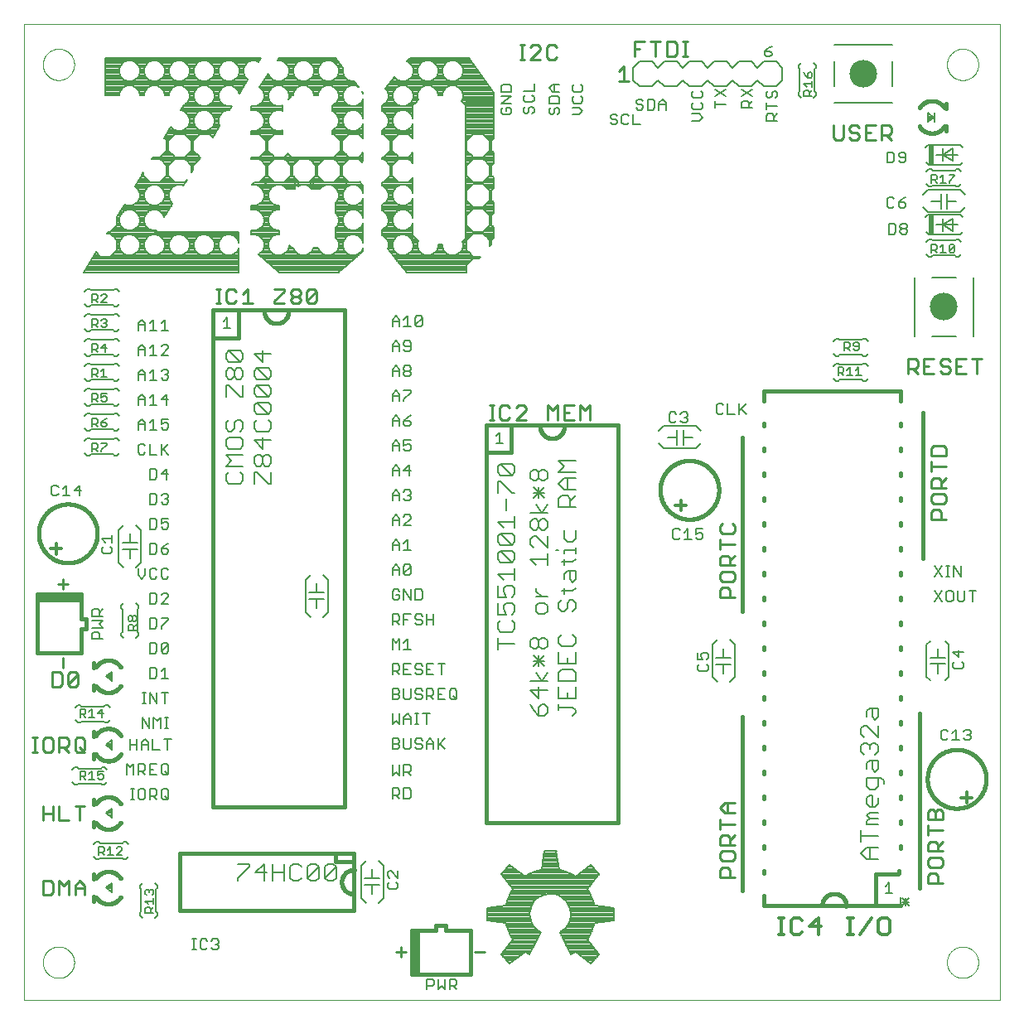
<source format=gto>
G75*
%MOIN*%
%OFA0B0*%
%FSLAX25Y25*%
%IPPOS*%
%LPD*%
%AMOC8*
5,1,8,0,0,1.08239X$1,22.5*
%
%ADD10C,0.00000*%
%ADD11C,0.00800*%
%ADD12C,0.01100*%
%ADD13R,0.02000X0.08000*%
%ADD14C,0.01575*%
%ADD15C,0.00600*%
%ADD16C,0.11135*%
%ADD17C,0.01300*%
%ADD18C,0.00787*%
%ADD19C,0.01200*%
%ADD20C,0.00787*%
%ADD21C,0.01000*%
D10*
X0064972Y0005537D02*
X0064972Y0397988D01*
X0457394Y0397988D01*
X0457394Y0005537D01*
X0064972Y0005537D01*
X0072423Y0020537D02*
X0072425Y0020695D01*
X0072431Y0020853D01*
X0072441Y0021011D01*
X0072455Y0021169D01*
X0072473Y0021326D01*
X0072494Y0021483D01*
X0072520Y0021639D01*
X0072550Y0021795D01*
X0072583Y0021950D01*
X0072621Y0022103D01*
X0072662Y0022256D01*
X0072707Y0022408D01*
X0072756Y0022559D01*
X0072809Y0022708D01*
X0072865Y0022856D01*
X0072925Y0023002D01*
X0072989Y0023147D01*
X0073057Y0023290D01*
X0073128Y0023432D01*
X0073202Y0023572D01*
X0073280Y0023709D01*
X0073362Y0023845D01*
X0073446Y0023979D01*
X0073535Y0024110D01*
X0073626Y0024239D01*
X0073721Y0024366D01*
X0073818Y0024491D01*
X0073919Y0024613D01*
X0074023Y0024732D01*
X0074130Y0024849D01*
X0074240Y0024963D01*
X0074353Y0025074D01*
X0074468Y0025183D01*
X0074586Y0025288D01*
X0074707Y0025390D01*
X0074830Y0025490D01*
X0074956Y0025586D01*
X0075084Y0025679D01*
X0075214Y0025769D01*
X0075347Y0025855D01*
X0075482Y0025939D01*
X0075618Y0026018D01*
X0075757Y0026095D01*
X0075898Y0026167D01*
X0076040Y0026237D01*
X0076184Y0026302D01*
X0076330Y0026364D01*
X0076477Y0026422D01*
X0076626Y0026477D01*
X0076776Y0026528D01*
X0076927Y0026575D01*
X0077079Y0026618D01*
X0077232Y0026657D01*
X0077387Y0026693D01*
X0077542Y0026724D01*
X0077698Y0026752D01*
X0077854Y0026776D01*
X0078011Y0026796D01*
X0078169Y0026812D01*
X0078326Y0026824D01*
X0078485Y0026832D01*
X0078643Y0026836D01*
X0078801Y0026836D01*
X0078959Y0026832D01*
X0079118Y0026824D01*
X0079275Y0026812D01*
X0079433Y0026796D01*
X0079590Y0026776D01*
X0079746Y0026752D01*
X0079902Y0026724D01*
X0080057Y0026693D01*
X0080212Y0026657D01*
X0080365Y0026618D01*
X0080517Y0026575D01*
X0080668Y0026528D01*
X0080818Y0026477D01*
X0080967Y0026422D01*
X0081114Y0026364D01*
X0081260Y0026302D01*
X0081404Y0026237D01*
X0081546Y0026167D01*
X0081687Y0026095D01*
X0081826Y0026018D01*
X0081962Y0025939D01*
X0082097Y0025855D01*
X0082230Y0025769D01*
X0082360Y0025679D01*
X0082488Y0025586D01*
X0082614Y0025490D01*
X0082737Y0025390D01*
X0082858Y0025288D01*
X0082976Y0025183D01*
X0083091Y0025074D01*
X0083204Y0024963D01*
X0083314Y0024849D01*
X0083421Y0024732D01*
X0083525Y0024613D01*
X0083626Y0024491D01*
X0083723Y0024366D01*
X0083818Y0024239D01*
X0083909Y0024110D01*
X0083998Y0023979D01*
X0084082Y0023845D01*
X0084164Y0023709D01*
X0084242Y0023572D01*
X0084316Y0023432D01*
X0084387Y0023290D01*
X0084455Y0023147D01*
X0084519Y0023002D01*
X0084579Y0022856D01*
X0084635Y0022708D01*
X0084688Y0022559D01*
X0084737Y0022408D01*
X0084782Y0022256D01*
X0084823Y0022103D01*
X0084861Y0021950D01*
X0084894Y0021795D01*
X0084924Y0021639D01*
X0084950Y0021483D01*
X0084971Y0021326D01*
X0084989Y0021169D01*
X0085003Y0021011D01*
X0085013Y0020853D01*
X0085019Y0020695D01*
X0085021Y0020537D01*
X0085019Y0020379D01*
X0085013Y0020221D01*
X0085003Y0020063D01*
X0084989Y0019905D01*
X0084971Y0019748D01*
X0084950Y0019591D01*
X0084924Y0019435D01*
X0084894Y0019279D01*
X0084861Y0019124D01*
X0084823Y0018971D01*
X0084782Y0018818D01*
X0084737Y0018666D01*
X0084688Y0018515D01*
X0084635Y0018366D01*
X0084579Y0018218D01*
X0084519Y0018072D01*
X0084455Y0017927D01*
X0084387Y0017784D01*
X0084316Y0017642D01*
X0084242Y0017502D01*
X0084164Y0017365D01*
X0084082Y0017229D01*
X0083998Y0017095D01*
X0083909Y0016964D01*
X0083818Y0016835D01*
X0083723Y0016708D01*
X0083626Y0016583D01*
X0083525Y0016461D01*
X0083421Y0016342D01*
X0083314Y0016225D01*
X0083204Y0016111D01*
X0083091Y0016000D01*
X0082976Y0015891D01*
X0082858Y0015786D01*
X0082737Y0015684D01*
X0082614Y0015584D01*
X0082488Y0015488D01*
X0082360Y0015395D01*
X0082230Y0015305D01*
X0082097Y0015219D01*
X0081962Y0015135D01*
X0081826Y0015056D01*
X0081687Y0014979D01*
X0081546Y0014907D01*
X0081404Y0014837D01*
X0081260Y0014772D01*
X0081114Y0014710D01*
X0080967Y0014652D01*
X0080818Y0014597D01*
X0080668Y0014546D01*
X0080517Y0014499D01*
X0080365Y0014456D01*
X0080212Y0014417D01*
X0080057Y0014381D01*
X0079902Y0014350D01*
X0079746Y0014322D01*
X0079590Y0014298D01*
X0079433Y0014278D01*
X0079275Y0014262D01*
X0079118Y0014250D01*
X0078959Y0014242D01*
X0078801Y0014238D01*
X0078643Y0014238D01*
X0078485Y0014242D01*
X0078326Y0014250D01*
X0078169Y0014262D01*
X0078011Y0014278D01*
X0077854Y0014298D01*
X0077698Y0014322D01*
X0077542Y0014350D01*
X0077387Y0014381D01*
X0077232Y0014417D01*
X0077079Y0014456D01*
X0076927Y0014499D01*
X0076776Y0014546D01*
X0076626Y0014597D01*
X0076477Y0014652D01*
X0076330Y0014710D01*
X0076184Y0014772D01*
X0076040Y0014837D01*
X0075898Y0014907D01*
X0075757Y0014979D01*
X0075618Y0015056D01*
X0075482Y0015135D01*
X0075347Y0015219D01*
X0075214Y0015305D01*
X0075084Y0015395D01*
X0074956Y0015488D01*
X0074830Y0015584D01*
X0074707Y0015684D01*
X0074586Y0015786D01*
X0074468Y0015891D01*
X0074353Y0016000D01*
X0074240Y0016111D01*
X0074130Y0016225D01*
X0074023Y0016342D01*
X0073919Y0016461D01*
X0073818Y0016583D01*
X0073721Y0016708D01*
X0073626Y0016835D01*
X0073535Y0016964D01*
X0073446Y0017095D01*
X0073362Y0017229D01*
X0073280Y0017365D01*
X0073202Y0017502D01*
X0073128Y0017642D01*
X0073057Y0017784D01*
X0072989Y0017927D01*
X0072925Y0018072D01*
X0072865Y0018218D01*
X0072809Y0018366D01*
X0072756Y0018515D01*
X0072707Y0018666D01*
X0072662Y0018818D01*
X0072621Y0018971D01*
X0072583Y0019124D01*
X0072550Y0019279D01*
X0072520Y0019435D01*
X0072494Y0019591D01*
X0072473Y0019748D01*
X0072455Y0019905D01*
X0072441Y0020063D01*
X0072431Y0020221D01*
X0072425Y0020379D01*
X0072423Y0020537D01*
X0436173Y0020537D02*
X0436175Y0020695D01*
X0436181Y0020853D01*
X0436191Y0021011D01*
X0436205Y0021169D01*
X0436223Y0021326D01*
X0436244Y0021483D01*
X0436270Y0021639D01*
X0436300Y0021795D01*
X0436333Y0021950D01*
X0436371Y0022103D01*
X0436412Y0022256D01*
X0436457Y0022408D01*
X0436506Y0022559D01*
X0436559Y0022708D01*
X0436615Y0022856D01*
X0436675Y0023002D01*
X0436739Y0023147D01*
X0436807Y0023290D01*
X0436878Y0023432D01*
X0436952Y0023572D01*
X0437030Y0023709D01*
X0437112Y0023845D01*
X0437196Y0023979D01*
X0437285Y0024110D01*
X0437376Y0024239D01*
X0437471Y0024366D01*
X0437568Y0024491D01*
X0437669Y0024613D01*
X0437773Y0024732D01*
X0437880Y0024849D01*
X0437990Y0024963D01*
X0438103Y0025074D01*
X0438218Y0025183D01*
X0438336Y0025288D01*
X0438457Y0025390D01*
X0438580Y0025490D01*
X0438706Y0025586D01*
X0438834Y0025679D01*
X0438964Y0025769D01*
X0439097Y0025855D01*
X0439232Y0025939D01*
X0439368Y0026018D01*
X0439507Y0026095D01*
X0439648Y0026167D01*
X0439790Y0026237D01*
X0439934Y0026302D01*
X0440080Y0026364D01*
X0440227Y0026422D01*
X0440376Y0026477D01*
X0440526Y0026528D01*
X0440677Y0026575D01*
X0440829Y0026618D01*
X0440982Y0026657D01*
X0441137Y0026693D01*
X0441292Y0026724D01*
X0441448Y0026752D01*
X0441604Y0026776D01*
X0441761Y0026796D01*
X0441919Y0026812D01*
X0442076Y0026824D01*
X0442235Y0026832D01*
X0442393Y0026836D01*
X0442551Y0026836D01*
X0442709Y0026832D01*
X0442868Y0026824D01*
X0443025Y0026812D01*
X0443183Y0026796D01*
X0443340Y0026776D01*
X0443496Y0026752D01*
X0443652Y0026724D01*
X0443807Y0026693D01*
X0443962Y0026657D01*
X0444115Y0026618D01*
X0444267Y0026575D01*
X0444418Y0026528D01*
X0444568Y0026477D01*
X0444717Y0026422D01*
X0444864Y0026364D01*
X0445010Y0026302D01*
X0445154Y0026237D01*
X0445296Y0026167D01*
X0445437Y0026095D01*
X0445576Y0026018D01*
X0445712Y0025939D01*
X0445847Y0025855D01*
X0445980Y0025769D01*
X0446110Y0025679D01*
X0446238Y0025586D01*
X0446364Y0025490D01*
X0446487Y0025390D01*
X0446608Y0025288D01*
X0446726Y0025183D01*
X0446841Y0025074D01*
X0446954Y0024963D01*
X0447064Y0024849D01*
X0447171Y0024732D01*
X0447275Y0024613D01*
X0447376Y0024491D01*
X0447473Y0024366D01*
X0447568Y0024239D01*
X0447659Y0024110D01*
X0447748Y0023979D01*
X0447832Y0023845D01*
X0447914Y0023709D01*
X0447992Y0023572D01*
X0448066Y0023432D01*
X0448137Y0023290D01*
X0448205Y0023147D01*
X0448269Y0023002D01*
X0448329Y0022856D01*
X0448385Y0022708D01*
X0448438Y0022559D01*
X0448487Y0022408D01*
X0448532Y0022256D01*
X0448573Y0022103D01*
X0448611Y0021950D01*
X0448644Y0021795D01*
X0448674Y0021639D01*
X0448700Y0021483D01*
X0448721Y0021326D01*
X0448739Y0021169D01*
X0448753Y0021011D01*
X0448763Y0020853D01*
X0448769Y0020695D01*
X0448771Y0020537D01*
X0448769Y0020379D01*
X0448763Y0020221D01*
X0448753Y0020063D01*
X0448739Y0019905D01*
X0448721Y0019748D01*
X0448700Y0019591D01*
X0448674Y0019435D01*
X0448644Y0019279D01*
X0448611Y0019124D01*
X0448573Y0018971D01*
X0448532Y0018818D01*
X0448487Y0018666D01*
X0448438Y0018515D01*
X0448385Y0018366D01*
X0448329Y0018218D01*
X0448269Y0018072D01*
X0448205Y0017927D01*
X0448137Y0017784D01*
X0448066Y0017642D01*
X0447992Y0017502D01*
X0447914Y0017365D01*
X0447832Y0017229D01*
X0447748Y0017095D01*
X0447659Y0016964D01*
X0447568Y0016835D01*
X0447473Y0016708D01*
X0447376Y0016583D01*
X0447275Y0016461D01*
X0447171Y0016342D01*
X0447064Y0016225D01*
X0446954Y0016111D01*
X0446841Y0016000D01*
X0446726Y0015891D01*
X0446608Y0015786D01*
X0446487Y0015684D01*
X0446364Y0015584D01*
X0446238Y0015488D01*
X0446110Y0015395D01*
X0445980Y0015305D01*
X0445847Y0015219D01*
X0445712Y0015135D01*
X0445576Y0015056D01*
X0445437Y0014979D01*
X0445296Y0014907D01*
X0445154Y0014837D01*
X0445010Y0014772D01*
X0444864Y0014710D01*
X0444717Y0014652D01*
X0444568Y0014597D01*
X0444418Y0014546D01*
X0444267Y0014499D01*
X0444115Y0014456D01*
X0443962Y0014417D01*
X0443807Y0014381D01*
X0443652Y0014350D01*
X0443496Y0014322D01*
X0443340Y0014298D01*
X0443183Y0014278D01*
X0443025Y0014262D01*
X0442868Y0014250D01*
X0442709Y0014242D01*
X0442551Y0014238D01*
X0442393Y0014238D01*
X0442235Y0014242D01*
X0442076Y0014250D01*
X0441919Y0014262D01*
X0441761Y0014278D01*
X0441604Y0014298D01*
X0441448Y0014322D01*
X0441292Y0014350D01*
X0441137Y0014381D01*
X0440982Y0014417D01*
X0440829Y0014456D01*
X0440677Y0014499D01*
X0440526Y0014546D01*
X0440376Y0014597D01*
X0440227Y0014652D01*
X0440080Y0014710D01*
X0439934Y0014772D01*
X0439790Y0014837D01*
X0439648Y0014907D01*
X0439507Y0014979D01*
X0439368Y0015056D01*
X0439232Y0015135D01*
X0439097Y0015219D01*
X0438964Y0015305D01*
X0438834Y0015395D01*
X0438706Y0015488D01*
X0438580Y0015584D01*
X0438457Y0015684D01*
X0438336Y0015786D01*
X0438218Y0015891D01*
X0438103Y0016000D01*
X0437990Y0016111D01*
X0437880Y0016225D01*
X0437773Y0016342D01*
X0437669Y0016461D01*
X0437568Y0016583D01*
X0437471Y0016708D01*
X0437376Y0016835D01*
X0437285Y0016964D01*
X0437196Y0017095D01*
X0437112Y0017229D01*
X0437030Y0017365D01*
X0436952Y0017502D01*
X0436878Y0017642D01*
X0436807Y0017784D01*
X0436739Y0017927D01*
X0436675Y0018072D01*
X0436615Y0018218D01*
X0436559Y0018366D01*
X0436506Y0018515D01*
X0436457Y0018666D01*
X0436412Y0018818D01*
X0436371Y0018971D01*
X0436333Y0019124D01*
X0436300Y0019279D01*
X0436270Y0019435D01*
X0436244Y0019591D01*
X0436223Y0019748D01*
X0436205Y0019905D01*
X0436191Y0020063D01*
X0436181Y0020221D01*
X0436175Y0020379D01*
X0436173Y0020537D01*
X0436173Y0381787D02*
X0436175Y0381945D01*
X0436181Y0382103D01*
X0436191Y0382261D01*
X0436205Y0382419D01*
X0436223Y0382576D01*
X0436244Y0382733D01*
X0436270Y0382889D01*
X0436300Y0383045D01*
X0436333Y0383200D01*
X0436371Y0383353D01*
X0436412Y0383506D01*
X0436457Y0383658D01*
X0436506Y0383809D01*
X0436559Y0383958D01*
X0436615Y0384106D01*
X0436675Y0384252D01*
X0436739Y0384397D01*
X0436807Y0384540D01*
X0436878Y0384682D01*
X0436952Y0384822D01*
X0437030Y0384959D01*
X0437112Y0385095D01*
X0437196Y0385229D01*
X0437285Y0385360D01*
X0437376Y0385489D01*
X0437471Y0385616D01*
X0437568Y0385741D01*
X0437669Y0385863D01*
X0437773Y0385982D01*
X0437880Y0386099D01*
X0437990Y0386213D01*
X0438103Y0386324D01*
X0438218Y0386433D01*
X0438336Y0386538D01*
X0438457Y0386640D01*
X0438580Y0386740D01*
X0438706Y0386836D01*
X0438834Y0386929D01*
X0438964Y0387019D01*
X0439097Y0387105D01*
X0439232Y0387189D01*
X0439368Y0387268D01*
X0439507Y0387345D01*
X0439648Y0387417D01*
X0439790Y0387487D01*
X0439934Y0387552D01*
X0440080Y0387614D01*
X0440227Y0387672D01*
X0440376Y0387727D01*
X0440526Y0387778D01*
X0440677Y0387825D01*
X0440829Y0387868D01*
X0440982Y0387907D01*
X0441137Y0387943D01*
X0441292Y0387974D01*
X0441448Y0388002D01*
X0441604Y0388026D01*
X0441761Y0388046D01*
X0441919Y0388062D01*
X0442076Y0388074D01*
X0442235Y0388082D01*
X0442393Y0388086D01*
X0442551Y0388086D01*
X0442709Y0388082D01*
X0442868Y0388074D01*
X0443025Y0388062D01*
X0443183Y0388046D01*
X0443340Y0388026D01*
X0443496Y0388002D01*
X0443652Y0387974D01*
X0443807Y0387943D01*
X0443962Y0387907D01*
X0444115Y0387868D01*
X0444267Y0387825D01*
X0444418Y0387778D01*
X0444568Y0387727D01*
X0444717Y0387672D01*
X0444864Y0387614D01*
X0445010Y0387552D01*
X0445154Y0387487D01*
X0445296Y0387417D01*
X0445437Y0387345D01*
X0445576Y0387268D01*
X0445712Y0387189D01*
X0445847Y0387105D01*
X0445980Y0387019D01*
X0446110Y0386929D01*
X0446238Y0386836D01*
X0446364Y0386740D01*
X0446487Y0386640D01*
X0446608Y0386538D01*
X0446726Y0386433D01*
X0446841Y0386324D01*
X0446954Y0386213D01*
X0447064Y0386099D01*
X0447171Y0385982D01*
X0447275Y0385863D01*
X0447376Y0385741D01*
X0447473Y0385616D01*
X0447568Y0385489D01*
X0447659Y0385360D01*
X0447748Y0385229D01*
X0447832Y0385095D01*
X0447914Y0384959D01*
X0447992Y0384822D01*
X0448066Y0384682D01*
X0448137Y0384540D01*
X0448205Y0384397D01*
X0448269Y0384252D01*
X0448329Y0384106D01*
X0448385Y0383958D01*
X0448438Y0383809D01*
X0448487Y0383658D01*
X0448532Y0383506D01*
X0448573Y0383353D01*
X0448611Y0383200D01*
X0448644Y0383045D01*
X0448674Y0382889D01*
X0448700Y0382733D01*
X0448721Y0382576D01*
X0448739Y0382419D01*
X0448753Y0382261D01*
X0448763Y0382103D01*
X0448769Y0381945D01*
X0448771Y0381787D01*
X0448769Y0381629D01*
X0448763Y0381471D01*
X0448753Y0381313D01*
X0448739Y0381155D01*
X0448721Y0380998D01*
X0448700Y0380841D01*
X0448674Y0380685D01*
X0448644Y0380529D01*
X0448611Y0380374D01*
X0448573Y0380221D01*
X0448532Y0380068D01*
X0448487Y0379916D01*
X0448438Y0379765D01*
X0448385Y0379616D01*
X0448329Y0379468D01*
X0448269Y0379322D01*
X0448205Y0379177D01*
X0448137Y0379034D01*
X0448066Y0378892D01*
X0447992Y0378752D01*
X0447914Y0378615D01*
X0447832Y0378479D01*
X0447748Y0378345D01*
X0447659Y0378214D01*
X0447568Y0378085D01*
X0447473Y0377958D01*
X0447376Y0377833D01*
X0447275Y0377711D01*
X0447171Y0377592D01*
X0447064Y0377475D01*
X0446954Y0377361D01*
X0446841Y0377250D01*
X0446726Y0377141D01*
X0446608Y0377036D01*
X0446487Y0376934D01*
X0446364Y0376834D01*
X0446238Y0376738D01*
X0446110Y0376645D01*
X0445980Y0376555D01*
X0445847Y0376469D01*
X0445712Y0376385D01*
X0445576Y0376306D01*
X0445437Y0376229D01*
X0445296Y0376157D01*
X0445154Y0376087D01*
X0445010Y0376022D01*
X0444864Y0375960D01*
X0444717Y0375902D01*
X0444568Y0375847D01*
X0444418Y0375796D01*
X0444267Y0375749D01*
X0444115Y0375706D01*
X0443962Y0375667D01*
X0443807Y0375631D01*
X0443652Y0375600D01*
X0443496Y0375572D01*
X0443340Y0375548D01*
X0443183Y0375528D01*
X0443025Y0375512D01*
X0442868Y0375500D01*
X0442709Y0375492D01*
X0442551Y0375488D01*
X0442393Y0375488D01*
X0442235Y0375492D01*
X0442076Y0375500D01*
X0441919Y0375512D01*
X0441761Y0375528D01*
X0441604Y0375548D01*
X0441448Y0375572D01*
X0441292Y0375600D01*
X0441137Y0375631D01*
X0440982Y0375667D01*
X0440829Y0375706D01*
X0440677Y0375749D01*
X0440526Y0375796D01*
X0440376Y0375847D01*
X0440227Y0375902D01*
X0440080Y0375960D01*
X0439934Y0376022D01*
X0439790Y0376087D01*
X0439648Y0376157D01*
X0439507Y0376229D01*
X0439368Y0376306D01*
X0439232Y0376385D01*
X0439097Y0376469D01*
X0438964Y0376555D01*
X0438834Y0376645D01*
X0438706Y0376738D01*
X0438580Y0376834D01*
X0438457Y0376934D01*
X0438336Y0377036D01*
X0438218Y0377141D01*
X0438103Y0377250D01*
X0437990Y0377361D01*
X0437880Y0377475D01*
X0437773Y0377592D01*
X0437669Y0377711D01*
X0437568Y0377833D01*
X0437471Y0377958D01*
X0437376Y0378085D01*
X0437285Y0378214D01*
X0437196Y0378345D01*
X0437112Y0378479D01*
X0437030Y0378615D01*
X0436952Y0378752D01*
X0436878Y0378892D01*
X0436807Y0379034D01*
X0436739Y0379177D01*
X0436675Y0379322D01*
X0436615Y0379468D01*
X0436559Y0379616D01*
X0436506Y0379765D01*
X0436457Y0379916D01*
X0436412Y0380068D01*
X0436371Y0380221D01*
X0436333Y0380374D01*
X0436300Y0380529D01*
X0436270Y0380685D01*
X0436244Y0380841D01*
X0436223Y0380998D01*
X0436205Y0381155D01*
X0436191Y0381313D01*
X0436181Y0381471D01*
X0436175Y0381629D01*
X0436173Y0381787D01*
X0072423Y0381787D02*
X0072425Y0381945D01*
X0072431Y0382103D01*
X0072441Y0382261D01*
X0072455Y0382419D01*
X0072473Y0382576D01*
X0072494Y0382733D01*
X0072520Y0382889D01*
X0072550Y0383045D01*
X0072583Y0383200D01*
X0072621Y0383353D01*
X0072662Y0383506D01*
X0072707Y0383658D01*
X0072756Y0383809D01*
X0072809Y0383958D01*
X0072865Y0384106D01*
X0072925Y0384252D01*
X0072989Y0384397D01*
X0073057Y0384540D01*
X0073128Y0384682D01*
X0073202Y0384822D01*
X0073280Y0384959D01*
X0073362Y0385095D01*
X0073446Y0385229D01*
X0073535Y0385360D01*
X0073626Y0385489D01*
X0073721Y0385616D01*
X0073818Y0385741D01*
X0073919Y0385863D01*
X0074023Y0385982D01*
X0074130Y0386099D01*
X0074240Y0386213D01*
X0074353Y0386324D01*
X0074468Y0386433D01*
X0074586Y0386538D01*
X0074707Y0386640D01*
X0074830Y0386740D01*
X0074956Y0386836D01*
X0075084Y0386929D01*
X0075214Y0387019D01*
X0075347Y0387105D01*
X0075482Y0387189D01*
X0075618Y0387268D01*
X0075757Y0387345D01*
X0075898Y0387417D01*
X0076040Y0387487D01*
X0076184Y0387552D01*
X0076330Y0387614D01*
X0076477Y0387672D01*
X0076626Y0387727D01*
X0076776Y0387778D01*
X0076927Y0387825D01*
X0077079Y0387868D01*
X0077232Y0387907D01*
X0077387Y0387943D01*
X0077542Y0387974D01*
X0077698Y0388002D01*
X0077854Y0388026D01*
X0078011Y0388046D01*
X0078169Y0388062D01*
X0078326Y0388074D01*
X0078485Y0388082D01*
X0078643Y0388086D01*
X0078801Y0388086D01*
X0078959Y0388082D01*
X0079118Y0388074D01*
X0079275Y0388062D01*
X0079433Y0388046D01*
X0079590Y0388026D01*
X0079746Y0388002D01*
X0079902Y0387974D01*
X0080057Y0387943D01*
X0080212Y0387907D01*
X0080365Y0387868D01*
X0080517Y0387825D01*
X0080668Y0387778D01*
X0080818Y0387727D01*
X0080967Y0387672D01*
X0081114Y0387614D01*
X0081260Y0387552D01*
X0081404Y0387487D01*
X0081546Y0387417D01*
X0081687Y0387345D01*
X0081826Y0387268D01*
X0081962Y0387189D01*
X0082097Y0387105D01*
X0082230Y0387019D01*
X0082360Y0386929D01*
X0082488Y0386836D01*
X0082614Y0386740D01*
X0082737Y0386640D01*
X0082858Y0386538D01*
X0082976Y0386433D01*
X0083091Y0386324D01*
X0083204Y0386213D01*
X0083314Y0386099D01*
X0083421Y0385982D01*
X0083525Y0385863D01*
X0083626Y0385741D01*
X0083723Y0385616D01*
X0083818Y0385489D01*
X0083909Y0385360D01*
X0083998Y0385229D01*
X0084082Y0385095D01*
X0084164Y0384959D01*
X0084242Y0384822D01*
X0084316Y0384682D01*
X0084387Y0384540D01*
X0084455Y0384397D01*
X0084519Y0384252D01*
X0084579Y0384106D01*
X0084635Y0383958D01*
X0084688Y0383809D01*
X0084737Y0383658D01*
X0084782Y0383506D01*
X0084823Y0383353D01*
X0084861Y0383200D01*
X0084894Y0383045D01*
X0084924Y0382889D01*
X0084950Y0382733D01*
X0084971Y0382576D01*
X0084989Y0382419D01*
X0085003Y0382261D01*
X0085013Y0382103D01*
X0085019Y0381945D01*
X0085021Y0381787D01*
X0085019Y0381629D01*
X0085013Y0381471D01*
X0085003Y0381313D01*
X0084989Y0381155D01*
X0084971Y0380998D01*
X0084950Y0380841D01*
X0084924Y0380685D01*
X0084894Y0380529D01*
X0084861Y0380374D01*
X0084823Y0380221D01*
X0084782Y0380068D01*
X0084737Y0379916D01*
X0084688Y0379765D01*
X0084635Y0379616D01*
X0084579Y0379468D01*
X0084519Y0379322D01*
X0084455Y0379177D01*
X0084387Y0379034D01*
X0084316Y0378892D01*
X0084242Y0378752D01*
X0084164Y0378615D01*
X0084082Y0378479D01*
X0083998Y0378345D01*
X0083909Y0378214D01*
X0083818Y0378085D01*
X0083723Y0377958D01*
X0083626Y0377833D01*
X0083525Y0377711D01*
X0083421Y0377592D01*
X0083314Y0377475D01*
X0083204Y0377361D01*
X0083091Y0377250D01*
X0082976Y0377141D01*
X0082858Y0377036D01*
X0082737Y0376934D01*
X0082614Y0376834D01*
X0082488Y0376738D01*
X0082360Y0376645D01*
X0082230Y0376555D01*
X0082097Y0376469D01*
X0081962Y0376385D01*
X0081826Y0376306D01*
X0081687Y0376229D01*
X0081546Y0376157D01*
X0081404Y0376087D01*
X0081260Y0376022D01*
X0081114Y0375960D01*
X0080967Y0375902D01*
X0080818Y0375847D01*
X0080668Y0375796D01*
X0080517Y0375749D01*
X0080365Y0375706D01*
X0080212Y0375667D01*
X0080057Y0375631D01*
X0079902Y0375600D01*
X0079746Y0375572D01*
X0079590Y0375548D01*
X0079433Y0375528D01*
X0079275Y0375512D01*
X0079118Y0375500D01*
X0078959Y0375492D01*
X0078801Y0375488D01*
X0078643Y0375488D01*
X0078485Y0375492D01*
X0078326Y0375500D01*
X0078169Y0375512D01*
X0078011Y0375528D01*
X0077854Y0375548D01*
X0077698Y0375572D01*
X0077542Y0375600D01*
X0077387Y0375631D01*
X0077232Y0375667D01*
X0077079Y0375706D01*
X0076927Y0375749D01*
X0076776Y0375796D01*
X0076626Y0375847D01*
X0076477Y0375902D01*
X0076330Y0375960D01*
X0076184Y0376022D01*
X0076040Y0376087D01*
X0075898Y0376157D01*
X0075757Y0376229D01*
X0075618Y0376306D01*
X0075482Y0376385D01*
X0075347Y0376469D01*
X0075214Y0376555D01*
X0075084Y0376645D01*
X0074956Y0376738D01*
X0074830Y0376834D01*
X0074707Y0376934D01*
X0074586Y0377036D01*
X0074468Y0377141D01*
X0074353Y0377250D01*
X0074240Y0377361D01*
X0074130Y0377475D01*
X0074023Y0377592D01*
X0073919Y0377711D01*
X0073818Y0377833D01*
X0073721Y0377958D01*
X0073626Y0378085D01*
X0073535Y0378214D01*
X0073446Y0378345D01*
X0073362Y0378479D01*
X0073280Y0378615D01*
X0073202Y0378752D01*
X0073128Y0378892D01*
X0073057Y0379034D01*
X0072989Y0379177D01*
X0072925Y0379322D01*
X0072865Y0379468D01*
X0072809Y0379616D01*
X0072756Y0379765D01*
X0072707Y0379916D01*
X0072662Y0380068D01*
X0072621Y0380221D01*
X0072583Y0380374D01*
X0072550Y0380529D01*
X0072520Y0380685D01*
X0072494Y0380841D01*
X0072473Y0380998D01*
X0072455Y0381155D01*
X0072441Y0381313D01*
X0072431Y0381471D01*
X0072425Y0381629D01*
X0072423Y0381787D01*
D11*
X0090222Y0291537D02*
X0091222Y0291537D01*
X0091722Y0291037D01*
X0100722Y0291037D01*
X0101222Y0291537D01*
X0102222Y0291537D01*
X0103222Y0290537D01*
X0103222Y0285537D02*
X0102222Y0284537D01*
X0101222Y0284537D01*
X0100722Y0285037D01*
X0091722Y0285037D01*
X0091222Y0284537D01*
X0090222Y0284537D01*
X0089222Y0285537D01*
X0090222Y0281537D02*
X0091222Y0281537D01*
X0091722Y0281037D01*
X0100722Y0281037D01*
X0101222Y0281537D01*
X0102222Y0281537D01*
X0103222Y0280537D01*
X0103222Y0275537D02*
X0102222Y0274537D01*
X0101222Y0274537D01*
X0100722Y0275037D01*
X0091722Y0275037D01*
X0091222Y0274537D01*
X0090222Y0274537D01*
X0089222Y0275537D01*
X0090222Y0271537D02*
X0091222Y0271537D01*
X0091722Y0271037D01*
X0100722Y0271037D01*
X0101222Y0271537D01*
X0102222Y0271537D01*
X0103222Y0270537D01*
X0103222Y0265537D02*
X0102222Y0264537D01*
X0101222Y0264537D01*
X0100722Y0265037D01*
X0091722Y0265037D01*
X0091222Y0264537D01*
X0090222Y0264537D01*
X0089222Y0265537D01*
X0090222Y0261537D02*
X0091222Y0261537D01*
X0091722Y0261037D01*
X0100722Y0261037D01*
X0101222Y0261537D01*
X0102222Y0261537D01*
X0103222Y0260537D01*
X0103222Y0255537D02*
X0102222Y0254537D01*
X0101222Y0254537D01*
X0100722Y0255037D01*
X0091722Y0255037D01*
X0091222Y0254537D01*
X0090222Y0254537D01*
X0089222Y0255537D01*
X0090222Y0251537D02*
X0091222Y0251537D01*
X0091722Y0251037D01*
X0100722Y0251037D01*
X0101222Y0251537D01*
X0102222Y0251537D01*
X0103222Y0250537D01*
X0103222Y0245537D02*
X0102222Y0244537D01*
X0101222Y0244537D01*
X0100722Y0245037D01*
X0091722Y0245037D01*
X0091222Y0244537D01*
X0090222Y0244537D01*
X0089222Y0245537D01*
X0090222Y0241537D02*
X0091222Y0241537D01*
X0091722Y0241037D01*
X0100722Y0241037D01*
X0101222Y0241537D01*
X0102222Y0241537D01*
X0103222Y0240537D01*
X0110792Y0237670D02*
X0112193Y0239071D01*
X0113594Y0237670D01*
X0113594Y0234868D01*
X0115396Y0234868D02*
X0118198Y0234868D01*
X0116797Y0234868D02*
X0116797Y0239071D01*
X0115396Y0237670D01*
X0113594Y0236970D02*
X0110792Y0236970D01*
X0110792Y0237670D02*
X0110792Y0234868D01*
X0111492Y0229071D02*
X0110792Y0228371D01*
X0110792Y0225568D01*
X0111492Y0224868D01*
X0112894Y0224868D01*
X0113594Y0225568D01*
X0115396Y0224868D02*
X0118198Y0224868D01*
X0120000Y0224868D02*
X0120000Y0229071D01*
X0120700Y0226970D02*
X0122802Y0224868D01*
X0120000Y0226269D02*
X0122802Y0229071D01*
X0122101Y0234868D02*
X0120700Y0234868D01*
X0120000Y0235568D01*
X0120000Y0236970D02*
X0121401Y0237670D01*
X0122101Y0237670D01*
X0122802Y0236970D01*
X0122802Y0235568D01*
X0122101Y0234868D01*
X0120000Y0236970D02*
X0120000Y0239071D01*
X0122802Y0239071D01*
X0122101Y0244868D02*
X0122101Y0249071D01*
X0120000Y0246970D01*
X0122802Y0246970D01*
X0118198Y0244868D02*
X0115396Y0244868D01*
X0116797Y0244868D02*
X0116797Y0249071D01*
X0115396Y0247670D01*
X0113594Y0247670D02*
X0113594Y0244868D01*
X0113594Y0246970D02*
X0110792Y0246970D01*
X0110792Y0247670D02*
X0112193Y0249071D01*
X0113594Y0247670D01*
X0110792Y0247670D02*
X0110792Y0244868D01*
X0110792Y0254868D02*
X0110792Y0257670D01*
X0112193Y0259071D01*
X0113594Y0257670D01*
X0113594Y0254868D01*
X0115396Y0254868D02*
X0118198Y0254868D01*
X0116797Y0254868D02*
X0116797Y0259071D01*
X0115396Y0257670D01*
X0113594Y0256970D02*
X0110792Y0256970D01*
X0110792Y0264868D02*
X0110792Y0267670D01*
X0112193Y0269071D01*
X0113594Y0267670D01*
X0113594Y0264868D01*
X0115396Y0264868D02*
X0118198Y0264868D01*
X0116797Y0264868D02*
X0116797Y0269071D01*
X0115396Y0267670D01*
X0113594Y0266970D02*
X0110792Y0266970D01*
X0110792Y0274868D02*
X0110792Y0277670D01*
X0112193Y0279071D01*
X0113594Y0277670D01*
X0113594Y0274868D01*
X0115396Y0274868D02*
X0118198Y0274868D01*
X0116797Y0274868D02*
X0116797Y0279071D01*
X0115396Y0277670D01*
X0113594Y0276970D02*
X0110792Y0276970D01*
X0120000Y0277670D02*
X0121401Y0279071D01*
X0121401Y0274868D01*
X0120000Y0274868D02*
X0122802Y0274868D01*
X0122101Y0269071D02*
X0120700Y0269071D01*
X0120000Y0268371D01*
X0122101Y0269071D02*
X0122802Y0268371D01*
X0122802Y0267670D01*
X0120000Y0264868D01*
X0122802Y0264868D01*
X0122101Y0259071D02*
X0120700Y0259071D01*
X0120000Y0258371D01*
X0121401Y0256970D02*
X0122101Y0256970D01*
X0122802Y0256269D01*
X0122802Y0255568D01*
X0122101Y0254868D01*
X0120700Y0254868D01*
X0120000Y0255568D01*
X0122101Y0256970D02*
X0122802Y0257670D01*
X0122802Y0258371D01*
X0122101Y0259071D01*
X0145060Y0275687D02*
X0147862Y0275687D01*
X0146461Y0275687D02*
X0146461Y0279891D01*
X0145060Y0278490D01*
X0147153Y0266686D02*
X0151690Y0262149D01*
X0152824Y0263283D01*
X0152824Y0265551D01*
X0151690Y0266686D01*
X0147153Y0266686D01*
X0146018Y0265551D01*
X0146018Y0263283D01*
X0147153Y0262149D01*
X0151690Y0262149D01*
X0151690Y0259688D02*
X0152824Y0258553D01*
X0152824Y0256285D01*
X0151690Y0255151D01*
X0150555Y0255151D01*
X0149421Y0256285D01*
X0149421Y0258553D01*
X0150555Y0259688D01*
X0151690Y0259688D01*
X0149421Y0258553D02*
X0148287Y0259688D01*
X0147153Y0259688D01*
X0146018Y0258553D01*
X0146018Y0256285D01*
X0147153Y0255151D01*
X0148287Y0255151D01*
X0149421Y0256285D01*
X0147153Y0252690D02*
X0151690Y0248153D01*
X0152824Y0248153D01*
X0152824Y0252690D01*
X0157418Y0251556D02*
X0158553Y0252690D01*
X0163090Y0248153D01*
X0164224Y0249287D01*
X0164224Y0251556D01*
X0163090Y0252690D01*
X0158553Y0252690D01*
X0157418Y0251556D02*
X0157418Y0249287D01*
X0158553Y0248153D01*
X0163090Y0248153D01*
X0163090Y0245692D02*
X0164224Y0244558D01*
X0164224Y0242289D01*
X0163090Y0241155D01*
X0158553Y0245692D01*
X0163090Y0245692D01*
X0163090Y0241155D02*
X0158553Y0241155D01*
X0157418Y0242289D01*
X0157418Y0244558D01*
X0158553Y0245692D01*
X0158553Y0238694D02*
X0157418Y0237560D01*
X0157418Y0235291D01*
X0158553Y0234157D01*
X0163090Y0234157D01*
X0164224Y0235291D01*
X0164224Y0237560D01*
X0163090Y0238694D01*
X0160821Y0231696D02*
X0160821Y0227159D01*
X0157418Y0230562D01*
X0164224Y0230562D01*
X0163090Y0224698D02*
X0164224Y0223564D01*
X0164224Y0221295D01*
X0163090Y0220161D01*
X0161955Y0220161D01*
X0160821Y0221295D01*
X0160821Y0223564D01*
X0161955Y0224698D01*
X0163090Y0224698D01*
X0160821Y0223564D02*
X0159687Y0224698D01*
X0158553Y0224698D01*
X0157418Y0223564D01*
X0157418Y0221295D01*
X0158553Y0220161D01*
X0159687Y0220161D01*
X0160821Y0221295D01*
X0158553Y0217700D02*
X0163090Y0213163D01*
X0164224Y0213163D01*
X0164224Y0217700D01*
X0158553Y0217700D02*
X0157418Y0217700D01*
X0157418Y0213163D01*
X0152824Y0214297D02*
X0152824Y0216566D01*
X0151690Y0217700D01*
X0152824Y0220161D02*
X0146018Y0220161D01*
X0148287Y0222429D01*
X0146018Y0224698D01*
X0152824Y0224698D01*
X0151690Y0227159D02*
X0152824Y0228293D01*
X0152824Y0230562D01*
X0151690Y0231696D01*
X0147153Y0231696D01*
X0146018Y0230562D01*
X0146018Y0228293D01*
X0147153Y0227159D01*
X0151690Y0227159D01*
X0151690Y0234157D02*
X0152824Y0235291D01*
X0152824Y0237560D01*
X0151690Y0238694D01*
X0150555Y0238694D01*
X0149421Y0237560D01*
X0149421Y0235291D01*
X0148287Y0234157D01*
X0147153Y0234157D01*
X0146018Y0235291D01*
X0146018Y0237560D01*
X0147153Y0238694D01*
X0146018Y0248153D02*
X0146018Y0252690D01*
X0147153Y0252690D01*
X0157418Y0256285D02*
X0157418Y0258553D01*
X0158553Y0259688D01*
X0163090Y0255151D01*
X0164224Y0256285D01*
X0164224Y0258553D01*
X0163090Y0259688D01*
X0158553Y0259688D01*
X0160821Y0262149D02*
X0160821Y0266686D01*
X0164224Y0265551D02*
X0157418Y0265551D01*
X0160821Y0262149D01*
X0157418Y0256285D02*
X0158553Y0255151D01*
X0163090Y0255151D01*
X0147153Y0217700D02*
X0146018Y0216566D01*
X0146018Y0214297D01*
X0147153Y0213163D01*
X0151690Y0213163D01*
X0152824Y0214297D01*
X0122802Y0216970D02*
X0120000Y0216970D01*
X0122101Y0219071D01*
X0122101Y0214868D01*
X0118198Y0215568D02*
X0118198Y0218371D01*
X0117497Y0219071D01*
X0115396Y0219071D01*
X0115396Y0214868D01*
X0117497Y0214868D01*
X0118198Y0215568D01*
X0117497Y0209071D02*
X0115396Y0209071D01*
X0115396Y0204868D01*
X0117497Y0204868D01*
X0118198Y0205568D01*
X0118198Y0208371D01*
X0117497Y0209071D01*
X0120000Y0208371D02*
X0120700Y0209071D01*
X0122101Y0209071D01*
X0122802Y0208371D01*
X0122802Y0207670D01*
X0122101Y0206970D01*
X0122802Y0206269D01*
X0122802Y0205568D01*
X0122101Y0204868D01*
X0120700Y0204868D01*
X0120000Y0205568D01*
X0121401Y0206970D02*
X0122101Y0206970D01*
X0122802Y0199071D02*
X0120000Y0199071D01*
X0120000Y0196970D01*
X0121401Y0197670D01*
X0122101Y0197670D01*
X0122802Y0196970D01*
X0122802Y0195568D01*
X0122101Y0194868D01*
X0120700Y0194868D01*
X0120000Y0195568D01*
X0118198Y0195568D02*
X0118198Y0198371D01*
X0117497Y0199071D01*
X0115396Y0199071D01*
X0115396Y0194868D01*
X0117497Y0194868D01*
X0118198Y0195568D01*
X0111972Y0194537D02*
X0109972Y0196537D01*
X0111972Y0194537D02*
X0111972Y0181537D01*
X0109972Y0179537D01*
X0110792Y0179071D02*
X0110792Y0176269D01*
X0112193Y0174868D01*
X0113594Y0176269D01*
X0113594Y0179071D01*
X0115396Y0178371D02*
X0115396Y0175568D01*
X0116096Y0174868D01*
X0117497Y0174868D01*
X0118198Y0175568D01*
X0120000Y0175568D02*
X0120700Y0174868D01*
X0122101Y0174868D01*
X0122802Y0175568D01*
X0120000Y0175568D02*
X0120000Y0178371D01*
X0120700Y0179071D01*
X0122101Y0179071D01*
X0122802Y0178371D01*
X0118198Y0178371D02*
X0117497Y0179071D01*
X0116096Y0179071D01*
X0115396Y0178371D01*
X0115396Y0184868D02*
X0117497Y0184868D01*
X0118198Y0185568D01*
X0118198Y0188371D01*
X0117497Y0189071D01*
X0115396Y0189071D01*
X0115396Y0184868D01*
X0120000Y0185568D02*
X0120000Y0186970D01*
X0122101Y0186970D01*
X0122802Y0186269D01*
X0122802Y0185568D01*
X0122101Y0184868D01*
X0120700Y0184868D01*
X0120000Y0185568D01*
X0120000Y0186970D02*
X0121401Y0188371D01*
X0122802Y0189071D01*
X0110472Y0189337D02*
X0107472Y0189337D01*
X0107472Y0193037D01*
X0107472Y0189337D02*
X0104472Y0189337D01*
X0104472Y0186837D02*
X0107472Y0186837D01*
X0107472Y0183037D01*
X0107472Y0186837D02*
X0110472Y0186837D01*
X0104972Y0179537D02*
X0102972Y0181537D01*
X0102972Y0194537D01*
X0104972Y0196537D01*
X0100322Y0192344D02*
X0100322Y0189541D01*
X0100322Y0190943D02*
X0096119Y0190943D01*
X0097520Y0189541D01*
X0096819Y0187740D02*
X0096119Y0187039D01*
X0096119Y0185638D01*
X0096819Y0184937D01*
X0099622Y0184937D01*
X0100322Y0185638D01*
X0100322Y0187039D01*
X0099622Y0187740D01*
X0087183Y0208250D02*
X0087183Y0212454D01*
X0085081Y0210352D01*
X0087883Y0210352D01*
X0083280Y0208250D02*
X0080477Y0208250D01*
X0081878Y0208250D02*
X0081878Y0212454D01*
X0080477Y0211053D01*
X0078676Y0211753D02*
X0077975Y0212454D01*
X0076574Y0212454D01*
X0075873Y0211753D01*
X0075873Y0208951D01*
X0076574Y0208250D01*
X0077975Y0208250D01*
X0078676Y0208951D01*
X0090222Y0224537D02*
X0091222Y0224537D01*
X0091722Y0225037D01*
X0100722Y0225037D01*
X0101222Y0224537D01*
X0102222Y0224537D01*
X0103222Y0225537D01*
X0103222Y0230537D02*
X0102222Y0231537D01*
X0101222Y0231537D01*
X0100722Y0231037D01*
X0091722Y0231037D01*
X0091222Y0231537D01*
X0090222Y0231537D01*
X0089222Y0230537D01*
X0090222Y0234537D02*
X0091222Y0234537D01*
X0091722Y0235037D01*
X0100722Y0235037D01*
X0101222Y0234537D01*
X0102222Y0234537D01*
X0103222Y0235537D01*
X0111492Y0229071D02*
X0112894Y0229071D01*
X0113594Y0228371D01*
X0115396Y0229071D02*
X0115396Y0224868D01*
X0090222Y0224537D02*
X0089222Y0225537D01*
X0090222Y0234537D02*
X0089222Y0235537D01*
X0089222Y0240537D02*
X0090222Y0241537D01*
X0089222Y0250537D02*
X0090222Y0251537D01*
X0089222Y0260537D02*
X0090222Y0261537D01*
X0089222Y0270537D02*
X0090222Y0271537D01*
X0089222Y0280537D02*
X0090222Y0281537D01*
X0089222Y0290537D02*
X0090222Y0291537D01*
X0213016Y0279184D02*
X0213016Y0276382D01*
X0213016Y0278484D02*
X0215819Y0278484D01*
X0215819Y0279184D02*
X0215819Y0276382D01*
X0217620Y0276382D02*
X0220423Y0276382D01*
X0219021Y0276382D02*
X0219021Y0280586D01*
X0217620Y0279184D01*
X0215819Y0279184D02*
X0214418Y0280586D01*
X0213016Y0279184D01*
X0214418Y0270586D02*
X0213016Y0269184D01*
X0213016Y0266382D01*
X0213016Y0268484D02*
X0215819Y0268484D01*
X0215819Y0269184D02*
X0215819Y0266382D01*
X0217620Y0267083D02*
X0218321Y0266382D01*
X0219722Y0266382D01*
X0220423Y0267083D01*
X0220423Y0269885D01*
X0219722Y0270586D01*
X0218321Y0270586D01*
X0217620Y0269885D01*
X0217620Y0269184D01*
X0218321Y0268484D01*
X0220423Y0268484D01*
X0215819Y0269184D02*
X0214418Y0270586D01*
X0222224Y0277083D02*
X0225027Y0279885D01*
X0225027Y0277083D01*
X0224326Y0276382D01*
X0222925Y0276382D01*
X0222224Y0277083D01*
X0222224Y0279885D01*
X0222925Y0280586D01*
X0224326Y0280586D01*
X0225027Y0279885D01*
X0219722Y0260586D02*
X0218321Y0260586D01*
X0217620Y0259885D01*
X0217620Y0259184D01*
X0218321Y0258484D01*
X0219722Y0258484D01*
X0220423Y0257783D01*
X0220423Y0257083D01*
X0219722Y0256382D01*
X0218321Y0256382D01*
X0217620Y0257083D01*
X0217620Y0257783D01*
X0218321Y0258484D01*
X0219722Y0258484D02*
X0220423Y0259184D01*
X0220423Y0259885D01*
X0219722Y0260586D01*
X0215819Y0259184D02*
X0215819Y0256382D01*
X0215819Y0258484D02*
X0213016Y0258484D01*
X0213016Y0259184D02*
X0214418Y0260586D01*
X0215819Y0259184D01*
X0213016Y0259184D02*
X0213016Y0256382D01*
X0214418Y0250586D02*
X0213016Y0249184D01*
X0213016Y0246382D01*
X0213016Y0248484D02*
X0215819Y0248484D01*
X0215819Y0249184D02*
X0215819Y0246382D01*
X0217620Y0246382D02*
X0217620Y0247083D01*
X0220423Y0249885D01*
X0220423Y0250586D01*
X0217620Y0250586D01*
X0215819Y0249184D02*
X0214418Y0250586D01*
X0214418Y0240586D02*
X0215819Y0239184D01*
X0215819Y0236382D01*
X0217620Y0237083D02*
X0218321Y0236382D01*
X0219722Y0236382D01*
X0220423Y0237083D01*
X0220423Y0237783D01*
X0219722Y0238484D01*
X0217620Y0238484D01*
X0217620Y0237083D01*
X0217620Y0238484D02*
X0219021Y0239885D01*
X0220423Y0240586D01*
X0215819Y0238484D02*
X0213016Y0238484D01*
X0213016Y0239184D02*
X0214418Y0240586D01*
X0213016Y0239184D02*
X0213016Y0236382D01*
X0214418Y0230586D02*
X0213016Y0229184D01*
X0213016Y0226382D01*
X0213016Y0228484D02*
X0215819Y0228484D01*
X0215819Y0229184D02*
X0215819Y0226382D01*
X0217620Y0227083D02*
X0218321Y0226382D01*
X0219722Y0226382D01*
X0220423Y0227083D01*
X0220423Y0228484D01*
X0219722Y0229184D01*
X0219021Y0229184D01*
X0217620Y0228484D01*
X0217620Y0230586D01*
X0220423Y0230586D01*
X0215819Y0229184D02*
X0214418Y0230586D01*
X0214418Y0220586D02*
X0215819Y0219184D01*
X0215819Y0216382D01*
X0215819Y0218484D02*
X0213016Y0218484D01*
X0213016Y0219184D02*
X0214418Y0220586D01*
X0213016Y0219184D02*
X0213016Y0216382D01*
X0217620Y0218484D02*
X0220423Y0218484D01*
X0219722Y0216382D02*
X0219722Y0220586D01*
X0217620Y0218484D01*
X0218321Y0210586D02*
X0219722Y0210586D01*
X0220423Y0209885D01*
X0220423Y0209184D01*
X0219722Y0208484D01*
X0220423Y0207783D01*
X0220423Y0207083D01*
X0219722Y0206382D01*
X0218321Y0206382D01*
X0217620Y0207083D01*
X0215819Y0206382D02*
X0215819Y0209184D01*
X0214418Y0210586D01*
X0213016Y0209184D01*
X0213016Y0206382D01*
X0213016Y0208484D02*
X0215819Y0208484D01*
X0217620Y0209885D02*
X0218321Y0210586D01*
X0219021Y0208484D02*
X0219722Y0208484D01*
X0219722Y0200586D02*
X0218321Y0200586D01*
X0217620Y0199885D01*
X0215819Y0199184D02*
X0215819Y0196382D01*
X0217620Y0196382D02*
X0220423Y0199184D01*
X0220423Y0199885D01*
X0219722Y0200586D01*
X0215819Y0199184D02*
X0214418Y0200586D01*
X0213016Y0199184D01*
X0213016Y0196382D01*
X0213016Y0198484D02*
X0215819Y0198484D01*
X0217620Y0196382D02*
X0220423Y0196382D01*
X0219021Y0190586D02*
X0219021Y0186382D01*
X0217620Y0186382D02*
X0220423Y0186382D01*
X0217620Y0189184D02*
X0219021Y0190586D01*
X0215819Y0189184D02*
X0215819Y0186382D01*
X0215819Y0188484D02*
X0213016Y0188484D01*
X0213016Y0189184D02*
X0214418Y0190586D01*
X0215819Y0189184D01*
X0213016Y0189184D02*
X0213016Y0186382D01*
X0214418Y0180586D02*
X0213016Y0179184D01*
X0213016Y0176382D01*
X0213016Y0178484D02*
X0215819Y0178484D01*
X0215819Y0179184D02*
X0215819Y0176382D01*
X0217620Y0177083D02*
X0220423Y0179885D01*
X0220423Y0177083D01*
X0219722Y0176382D01*
X0218321Y0176382D01*
X0217620Y0177083D01*
X0217620Y0179885D01*
X0218321Y0180586D01*
X0219722Y0180586D01*
X0220423Y0179885D01*
X0215819Y0179184D02*
X0214418Y0180586D01*
X0215118Y0170586D02*
X0213717Y0170586D01*
X0213016Y0169885D01*
X0213016Y0167083D01*
X0213717Y0166382D01*
X0215118Y0166382D01*
X0215819Y0167083D01*
X0215819Y0168484D01*
X0214418Y0168484D01*
X0215819Y0169885D02*
X0215118Y0170586D01*
X0217620Y0170586D02*
X0220423Y0166382D01*
X0220423Y0170586D01*
X0222224Y0170586D02*
X0224326Y0170586D01*
X0225027Y0169885D01*
X0225027Y0167083D01*
X0224326Y0166382D01*
X0222224Y0166382D01*
X0222224Y0170586D01*
X0217620Y0170586D02*
X0217620Y0166382D01*
X0217620Y0160586D02*
X0220423Y0160586D01*
X0222224Y0159885D02*
X0222224Y0159184D01*
X0222925Y0158484D01*
X0224326Y0158484D01*
X0225027Y0157783D01*
X0225027Y0157083D01*
X0224326Y0156382D01*
X0222925Y0156382D01*
X0222224Y0157083D01*
X0222224Y0159885D02*
X0222925Y0160586D01*
X0224326Y0160586D01*
X0225027Y0159885D01*
X0226828Y0160586D02*
X0226828Y0156382D01*
X0226828Y0158484D02*
X0229630Y0158484D01*
X0229630Y0160586D02*
X0229630Y0156382D01*
X0219021Y0158484D02*
X0217620Y0158484D01*
X0215819Y0158484D02*
X0215118Y0157783D01*
X0213016Y0157783D01*
X0213016Y0156382D02*
X0213016Y0160586D01*
X0215118Y0160586D01*
X0215819Y0159885D01*
X0215819Y0158484D01*
X0214418Y0157783D02*
X0215819Y0156382D01*
X0217620Y0156382D02*
X0217620Y0160586D01*
X0219021Y0150586D02*
X0217620Y0149184D01*
X0219021Y0150586D02*
X0219021Y0146382D01*
X0217620Y0146382D02*
X0220423Y0146382D01*
X0215819Y0146382D02*
X0215819Y0150586D01*
X0214418Y0149184D01*
X0213016Y0150586D01*
X0213016Y0146382D01*
X0213016Y0140586D02*
X0215118Y0140586D01*
X0215819Y0139885D01*
X0215819Y0138484D01*
X0215118Y0137783D01*
X0213016Y0137783D01*
X0213016Y0136382D02*
X0213016Y0140586D01*
X0214418Y0137783D02*
X0215819Y0136382D01*
X0217620Y0136382D02*
X0220423Y0136382D01*
X0222224Y0137083D02*
X0222925Y0136382D01*
X0224326Y0136382D01*
X0225027Y0137083D01*
X0225027Y0137783D01*
X0224326Y0138484D01*
X0222925Y0138484D01*
X0222224Y0139184D01*
X0222224Y0139885D01*
X0222925Y0140586D01*
X0224326Y0140586D01*
X0225027Y0139885D01*
X0226828Y0140586D02*
X0226828Y0136382D01*
X0229630Y0136382D01*
X0228229Y0138484D02*
X0226828Y0138484D01*
X0226828Y0140586D02*
X0229630Y0140586D01*
X0231432Y0140586D02*
X0234234Y0140586D01*
X0232833Y0140586D02*
X0232833Y0136382D01*
X0231432Y0130586D02*
X0231432Y0126382D01*
X0234234Y0126382D01*
X0236036Y0127083D02*
X0236737Y0126382D01*
X0238138Y0126382D01*
X0238838Y0127083D01*
X0238838Y0129885D01*
X0238138Y0130586D01*
X0236737Y0130586D01*
X0236036Y0129885D01*
X0236036Y0127083D01*
X0237437Y0127783D02*
X0238838Y0126382D01*
X0234234Y0130586D02*
X0231432Y0130586D01*
X0229630Y0129885D02*
X0229630Y0128484D01*
X0228930Y0127783D01*
X0226828Y0127783D01*
X0226828Y0126382D02*
X0226828Y0130586D01*
X0228930Y0130586D01*
X0229630Y0129885D01*
X0231432Y0128484D02*
X0232833Y0128484D01*
X0229630Y0126382D02*
X0228229Y0127783D01*
X0225027Y0127783D02*
X0224326Y0128484D01*
X0222925Y0128484D01*
X0222224Y0129184D01*
X0222224Y0129885D01*
X0222925Y0130586D01*
X0224326Y0130586D01*
X0225027Y0129885D01*
X0225027Y0127783D02*
X0225027Y0127083D01*
X0224326Y0126382D01*
X0222925Y0126382D01*
X0222224Y0127083D01*
X0220423Y0127083D02*
X0220423Y0130586D01*
X0217620Y0130586D02*
X0217620Y0127083D01*
X0218321Y0126382D01*
X0219722Y0126382D01*
X0220423Y0127083D01*
X0215819Y0127083D02*
X0215118Y0126382D01*
X0213016Y0126382D01*
X0213016Y0130586D01*
X0215118Y0130586D01*
X0215819Y0129885D01*
X0215819Y0129184D01*
X0215118Y0128484D01*
X0213016Y0128484D01*
X0215118Y0128484D02*
X0215819Y0127783D01*
X0215819Y0127083D01*
X0215819Y0120586D02*
X0215819Y0116382D01*
X0214418Y0117783D01*
X0213016Y0116382D01*
X0213016Y0120586D01*
X0217620Y0119184D02*
X0219021Y0120586D01*
X0220423Y0119184D01*
X0220423Y0116382D01*
X0222224Y0116382D02*
X0223625Y0116382D01*
X0222925Y0116382D02*
X0222925Y0120586D01*
X0223625Y0120586D02*
X0222224Y0120586D01*
X0220423Y0118484D02*
X0217620Y0118484D01*
X0217620Y0119184D02*
X0217620Y0116382D01*
X0217620Y0110586D02*
X0217620Y0107083D01*
X0218321Y0106382D01*
X0219722Y0106382D01*
X0220423Y0107083D01*
X0220423Y0110586D01*
X0222224Y0109885D02*
X0222224Y0109184D01*
X0222925Y0108484D01*
X0224326Y0108484D01*
X0225027Y0107783D01*
X0225027Y0107083D01*
X0224326Y0106382D01*
X0222925Y0106382D01*
X0222224Y0107083D01*
X0222224Y0109885D02*
X0222925Y0110586D01*
X0224326Y0110586D01*
X0225027Y0109885D01*
X0226828Y0109184D02*
X0228229Y0110586D01*
X0229630Y0109184D01*
X0229630Y0106382D01*
X0231432Y0106382D02*
X0231432Y0110586D01*
X0232133Y0108484D02*
X0234234Y0106382D01*
X0231432Y0107783D02*
X0234234Y0110586D01*
X0229630Y0108484D02*
X0226828Y0108484D01*
X0226828Y0109184D02*
X0226828Y0106382D01*
X0219722Y0099964D02*
X0220423Y0099263D01*
X0220423Y0097862D01*
X0219722Y0097161D01*
X0217620Y0097161D01*
X0217620Y0095760D02*
X0217620Y0099964D01*
X0219722Y0099964D01*
X0219021Y0097161D02*
X0220423Y0095760D01*
X0215819Y0095760D02*
X0215819Y0099964D01*
X0213016Y0099964D02*
X0213016Y0095760D01*
X0214417Y0097161D01*
X0215819Y0095760D01*
X0215118Y0090586D02*
X0213016Y0090586D01*
X0213016Y0086382D01*
X0213016Y0087783D02*
X0215118Y0087783D01*
X0215819Y0088484D01*
X0215819Y0089885D01*
X0215118Y0090586D01*
X0217620Y0090586D02*
X0219722Y0090586D01*
X0220423Y0089885D01*
X0220423Y0087083D01*
X0219722Y0086382D01*
X0217620Y0086382D01*
X0217620Y0090586D01*
X0214418Y0087783D02*
X0215819Y0086382D01*
X0215118Y0106382D02*
X0213016Y0106382D01*
X0213016Y0110586D01*
X0215118Y0110586D01*
X0215819Y0109885D01*
X0215819Y0109184D01*
X0215118Y0108484D01*
X0213016Y0108484D01*
X0215118Y0108484D02*
X0215819Y0107783D01*
X0215819Y0107083D01*
X0215118Y0106382D01*
X0226695Y0116382D02*
X0226695Y0120586D01*
X0228096Y0120586D02*
X0225293Y0120586D01*
X0217620Y0136382D02*
X0217620Y0140586D01*
X0220423Y0140586D01*
X0219021Y0138484D02*
X0217620Y0138484D01*
X0186996Y0161531D02*
X0186996Y0174531D01*
X0184996Y0176531D01*
X0182496Y0173031D02*
X0182496Y0169331D01*
X0185496Y0169331D01*
X0185496Y0166831D02*
X0182496Y0166831D01*
X0182496Y0163031D01*
X0182496Y0166831D02*
X0179496Y0166831D01*
X0179496Y0169331D02*
X0182496Y0169331D01*
X0177996Y0174531D02*
X0177996Y0161531D01*
X0179996Y0159531D01*
X0184996Y0159531D02*
X0186996Y0161531D01*
X0177996Y0174531D02*
X0179996Y0176531D01*
X0122802Y0168371D02*
X0122101Y0169071D01*
X0120700Y0169071D01*
X0120000Y0168371D01*
X0118198Y0168371D02*
X0117497Y0169071D01*
X0115396Y0169071D01*
X0115396Y0164868D01*
X0117497Y0164868D01*
X0118198Y0165568D01*
X0118198Y0168371D01*
X0120000Y0164868D02*
X0122802Y0167670D01*
X0122802Y0168371D01*
X0122802Y0164868D02*
X0120000Y0164868D01*
X0120000Y0159071D02*
X0122802Y0159071D01*
X0122802Y0158371D01*
X0120000Y0155568D01*
X0120000Y0154868D01*
X0118198Y0155568D02*
X0118198Y0158371D01*
X0117497Y0159071D01*
X0115396Y0159071D01*
X0115396Y0154868D01*
X0117497Y0154868D01*
X0118198Y0155568D01*
X0117497Y0149071D02*
X0115396Y0149071D01*
X0115396Y0144868D01*
X0117497Y0144868D01*
X0118198Y0145568D01*
X0118198Y0148371D01*
X0117497Y0149071D01*
X0120000Y0148371D02*
X0120700Y0149071D01*
X0122101Y0149071D01*
X0122802Y0148371D01*
X0120000Y0145568D01*
X0120700Y0144868D01*
X0122101Y0144868D01*
X0122802Y0145568D01*
X0122802Y0148371D01*
X0120000Y0148371D02*
X0120000Y0145568D01*
X0121401Y0139071D02*
X0120000Y0137670D01*
X0118198Y0138371D02*
X0117497Y0139071D01*
X0115396Y0139071D01*
X0115396Y0134868D01*
X0117497Y0134868D01*
X0118198Y0135568D01*
X0118198Y0138371D01*
X0121401Y0139071D02*
X0121401Y0134868D01*
X0120000Y0134868D02*
X0122802Y0134868D01*
X0122802Y0129071D02*
X0120000Y0129071D01*
X0121401Y0129071D02*
X0121401Y0124868D01*
X0118198Y0124868D02*
X0118198Y0129071D01*
X0115396Y0129071D02*
X0115396Y0124868D01*
X0113728Y0124868D02*
X0112326Y0124868D01*
X0113027Y0124868D02*
X0113027Y0129071D01*
X0112326Y0129071D02*
X0113728Y0129071D01*
X0115396Y0129071D02*
X0118198Y0124868D01*
X0116930Y0119071D02*
X0118331Y0117670D01*
X0119733Y0119071D01*
X0119733Y0114868D01*
X0121534Y0114868D02*
X0122935Y0114868D01*
X0122235Y0114868D02*
X0122235Y0119071D01*
X0122935Y0119071D02*
X0121534Y0119071D01*
X0116930Y0119071D02*
X0116930Y0114868D01*
X0115129Y0114868D02*
X0115129Y0119071D01*
X0112326Y0119071D02*
X0115129Y0114868D01*
X0112326Y0114868D02*
X0112326Y0119071D01*
X0113443Y0110322D02*
X0114844Y0108920D01*
X0114844Y0106118D01*
X0116646Y0106118D02*
X0116646Y0110322D01*
X0114844Y0108220D02*
X0112042Y0108220D01*
X0112042Y0108920D02*
X0113443Y0110322D01*
X0112042Y0108920D02*
X0112042Y0106118D01*
X0110241Y0106118D02*
X0110241Y0110322D01*
X0110241Y0108220D02*
X0107438Y0108220D01*
X0107438Y0106118D02*
X0107438Y0110322D01*
X0100265Y0109907D02*
X0100265Y0106220D01*
X0097823Y0108070D01*
X0100265Y0109907D01*
X0100265Y0109344D02*
X0099516Y0109344D01*
X0100265Y0108545D02*
X0098455Y0108545D01*
X0098249Y0107747D02*
X0100265Y0107747D01*
X0100265Y0106948D02*
X0099303Y0106948D01*
X0106188Y0100322D02*
X0107589Y0098920D01*
X0108990Y0100322D01*
X0108990Y0096118D01*
X0110792Y0096118D02*
X0110792Y0100322D01*
X0112894Y0100322D01*
X0113594Y0099621D01*
X0113594Y0098220D01*
X0112894Y0097519D01*
X0110792Y0097519D01*
X0112193Y0097519D02*
X0113594Y0096118D01*
X0115396Y0096118D02*
X0118198Y0096118D01*
X0120000Y0096819D02*
X0120700Y0096118D01*
X0122101Y0096118D01*
X0122802Y0096819D01*
X0122802Y0099621D01*
X0122101Y0100322D01*
X0120700Y0100322D01*
X0120000Y0099621D01*
X0120000Y0096819D01*
X0121401Y0097519D02*
X0122802Y0096118D01*
X0118198Y0100322D02*
X0115396Y0100322D01*
X0115396Y0096118D01*
X0115396Y0098220D02*
X0116797Y0098220D01*
X0116646Y0106118D02*
X0119448Y0106118D01*
X0122651Y0106118D02*
X0122651Y0110322D01*
X0121250Y0110322D02*
X0124052Y0110322D01*
X0106188Y0100322D02*
X0106188Y0096118D01*
X0098222Y0098037D02*
X0097222Y0099037D01*
X0096222Y0099037D01*
X0095722Y0098537D01*
X0086722Y0098537D01*
X0086222Y0099037D01*
X0085222Y0099037D01*
X0084222Y0098037D01*
X0084222Y0093037D02*
X0085222Y0092037D01*
X0086222Y0092037D01*
X0086722Y0092537D01*
X0095722Y0092537D01*
X0096222Y0092037D01*
X0097222Y0092037D01*
X0098222Y0093037D01*
X0107722Y0090322D02*
X0109124Y0090322D01*
X0108423Y0090322D02*
X0108423Y0086118D01*
X0107722Y0086118D02*
X0109124Y0086118D01*
X0110792Y0086819D02*
X0111492Y0086118D01*
X0112894Y0086118D01*
X0113594Y0086819D01*
X0113594Y0089621D01*
X0112894Y0090322D01*
X0111492Y0090322D01*
X0110792Y0089621D01*
X0110792Y0086819D01*
X0115396Y0087519D02*
X0117497Y0087519D01*
X0118198Y0088220D01*
X0118198Y0089621D01*
X0117497Y0090322D01*
X0115396Y0090322D01*
X0115396Y0086118D01*
X0116797Y0087519D02*
X0118198Y0086118D01*
X0120000Y0086819D02*
X0120700Y0086118D01*
X0122101Y0086118D01*
X0122802Y0086819D01*
X0122802Y0089621D01*
X0122101Y0090322D01*
X0120700Y0090322D01*
X0120000Y0089621D01*
X0120000Y0086819D01*
X0121401Y0087519D02*
X0122802Y0086118D01*
X0105972Y0069037D02*
X0104972Y0069037D01*
X0104472Y0068537D01*
X0095472Y0068537D01*
X0094972Y0069037D01*
X0093972Y0069037D01*
X0092972Y0068037D01*
X0092972Y0063037D02*
X0093972Y0062037D01*
X0094972Y0062037D01*
X0095472Y0062537D01*
X0104472Y0062537D01*
X0104972Y0062037D01*
X0105972Y0062037D01*
X0106972Y0063037D01*
X0106972Y0068037D02*
X0105972Y0069037D01*
X0100265Y0078720D02*
X0100265Y0082407D01*
X0097823Y0080570D01*
X0100265Y0078720D01*
X0100265Y0079000D02*
X0099894Y0079000D01*
X0100265Y0079799D02*
X0098840Y0079799D01*
X0097860Y0080597D02*
X0100265Y0080597D01*
X0100265Y0081396D02*
X0098921Y0081396D01*
X0099982Y0082194D02*
X0100265Y0082194D01*
X0100265Y0052407D02*
X0100265Y0048720D01*
X0097823Y0050570D01*
X0100265Y0052407D01*
X0100265Y0051851D02*
X0099526Y0051851D01*
X0100265Y0051053D02*
X0098465Y0051053D01*
X0098240Y0050254D02*
X0100265Y0050254D01*
X0100265Y0049456D02*
X0099294Y0049456D01*
X0111472Y0050537D02*
X0111972Y0050037D01*
X0111972Y0041037D01*
X0111472Y0040537D01*
X0111472Y0039537D01*
X0112472Y0038537D01*
X0117472Y0038537D02*
X0118472Y0039537D01*
X0118472Y0040537D01*
X0117972Y0041037D01*
X0117972Y0050037D01*
X0118472Y0050537D01*
X0118472Y0051537D01*
X0117472Y0052537D01*
X0112472Y0052537D02*
X0111472Y0051537D01*
X0111472Y0050537D01*
X0132595Y0029891D02*
X0133996Y0029891D01*
X0133296Y0029891D02*
X0133296Y0025687D01*
X0133996Y0025687D02*
X0132595Y0025687D01*
X0135665Y0026388D02*
X0136365Y0025687D01*
X0137766Y0025687D01*
X0138467Y0026388D01*
X0140268Y0026388D02*
X0140969Y0025687D01*
X0142370Y0025687D01*
X0143071Y0026388D01*
X0143071Y0027089D01*
X0142370Y0027789D01*
X0141670Y0027789D01*
X0142370Y0027789D02*
X0143071Y0028490D01*
X0143071Y0029190D01*
X0142370Y0029891D01*
X0140969Y0029891D01*
X0140268Y0029190D01*
X0138467Y0029190D02*
X0137766Y0029891D01*
X0136365Y0029891D01*
X0135665Y0029190D01*
X0135665Y0026388D01*
X0150926Y0053355D02*
X0150926Y0054489D01*
X0155463Y0059027D01*
X0155463Y0060161D01*
X0150926Y0060161D01*
X0157924Y0056758D02*
X0162461Y0056758D01*
X0164922Y0056758D02*
X0169459Y0056758D01*
X0171920Y0059027D02*
X0171920Y0054489D01*
X0173054Y0053355D01*
X0175323Y0053355D01*
X0176457Y0054489D01*
X0178918Y0054489D02*
X0183455Y0059027D01*
X0183455Y0054489D01*
X0182321Y0053355D01*
X0180052Y0053355D01*
X0178918Y0054489D01*
X0178918Y0059027D01*
X0180052Y0060161D01*
X0182321Y0060161D01*
X0183455Y0059027D01*
X0185916Y0059027D02*
X0185916Y0054489D01*
X0190453Y0059027D01*
X0190453Y0054489D01*
X0189319Y0053355D01*
X0187050Y0053355D01*
X0185916Y0054489D01*
X0185916Y0059027D02*
X0187050Y0060161D01*
X0189319Y0060161D01*
X0190453Y0059027D01*
X0200472Y0059537D02*
X0202472Y0061537D01*
X0200472Y0059537D02*
X0200472Y0046537D01*
X0202472Y0044537D01*
X0204972Y0048037D02*
X0204972Y0051837D01*
X0207972Y0051837D01*
X0207972Y0054337D02*
X0204972Y0054337D01*
X0204972Y0058037D01*
X0204972Y0054337D02*
X0201972Y0054337D01*
X0201972Y0051837D02*
X0204972Y0051837D01*
X0211119Y0052039D02*
X0211119Y0050638D01*
X0211819Y0049937D01*
X0214622Y0049937D01*
X0215322Y0050638D01*
X0215322Y0052039D01*
X0214622Y0052740D01*
X0215322Y0054541D02*
X0212520Y0057344D01*
X0211819Y0057344D01*
X0211119Y0056643D01*
X0211119Y0055242D01*
X0211819Y0054541D01*
X0211819Y0052740D02*
X0211119Y0052039D01*
X0215322Y0054541D02*
X0215322Y0057344D01*
X0209472Y0059537D02*
X0207472Y0061537D01*
X0209472Y0059537D02*
X0209472Y0046537D01*
X0207472Y0044537D01*
X0176457Y0059027D02*
X0175323Y0060161D01*
X0173054Y0060161D01*
X0171920Y0059027D01*
X0169459Y0060161D02*
X0169459Y0053355D01*
X0164922Y0053355D02*
X0164922Y0060161D01*
X0161327Y0060161D02*
X0157924Y0056758D01*
X0161327Y0053355D02*
X0161327Y0060161D01*
X0226905Y0013867D02*
X0226905Y0009663D01*
X0226905Y0011065D02*
X0229007Y0011065D01*
X0229707Y0011765D01*
X0229707Y0013166D01*
X0229007Y0013867D01*
X0226905Y0013867D01*
X0231509Y0013867D02*
X0231509Y0009663D01*
X0232910Y0011065D01*
X0234311Y0009663D01*
X0234311Y0013867D01*
X0236113Y0013867D02*
X0238214Y0013867D01*
X0238915Y0013166D01*
X0238915Y0011765D01*
X0238214Y0011065D01*
X0236113Y0011065D01*
X0237514Y0011065D02*
X0238915Y0009663D01*
X0236113Y0009663D02*
X0236113Y0013867D01*
X0271960Y0119788D02*
X0271960Y0123191D01*
X0273095Y0124325D01*
X0274229Y0124325D01*
X0275363Y0123191D01*
X0275363Y0120922D01*
X0274229Y0119788D01*
X0271960Y0119788D01*
X0269692Y0122056D01*
X0268557Y0124325D01*
X0271960Y0126786D02*
X0268557Y0130189D01*
X0275363Y0130189D01*
X0271960Y0131323D02*
X0271960Y0126786D01*
X0279957Y0126786D02*
X0279957Y0131323D01*
X0279957Y0133784D02*
X0279957Y0137187D01*
X0281092Y0138321D01*
X0285629Y0138321D01*
X0286763Y0137187D01*
X0286763Y0133784D01*
X0279957Y0133784D01*
X0275363Y0133784D02*
X0268557Y0133784D01*
X0270826Y0137187D02*
X0273095Y0133784D01*
X0275363Y0137187D01*
X0274229Y0139615D02*
X0269692Y0144152D01*
X0269692Y0141884D02*
X0274229Y0141884D01*
X0274229Y0144152D02*
X0269692Y0139615D01*
X0271960Y0139615D02*
X0271960Y0144152D01*
X0270826Y0146613D02*
X0269692Y0146613D01*
X0268557Y0147748D01*
X0268557Y0150016D01*
X0269692Y0151150D01*
X0270826Y0151150D01*
X0271960Y0150016D01*
X0271960Y0147748D01*
X0270826Y0146613D01*
X0271960Y0147748D02*
X0273095Y0146613D01*
X0274229Y0146613D01*
X0275363Y0147748D01*
X0275363Y0150016D01*
X0274229Y0151150D01*
X0273095Y0151150D01*
X0271960Y0150016D01*
X0279957Y0148914D02*
X0281092Y0147780D01*
X0285629Y0147780D01*
X0286763Y0148914D01*
X0286763Y0151182D01*
X0285629Y0152317D01*
X0281092Y0152317D02*
X0279957Y0151182D01*
X0279957Y0148914D01*
X0279957Y0145319D02*
X0279957Y0140782D01*
X0286763Y0140782D01*
X0286763Y0145319D01*
X0283360Y0143050D02*
X0283360Y0140782D01*
X0286763Y0131323D02*
X0286763Y0126786D01*
X0279957Y0126786D01*
X0279957Y0124325D02*
X0279957Y0122056D01*
X0279957Y0123191D02*
X0285629Y0123191D01*
X0286763Y0122056D01*
X0286763Y0120922D01*
X0285629Y0119788D01*
X0283360Y0126786D02*
X0283360Y0129054D01*
X0262234Y0148798D02*
X0255428Y0148798D01*
X0255428Y0151066D02*
X0255428Y0146529D01*
X0256563Y0153527D02*
X0261100Y0153527D01*
X0262234Y0154661D01*
X0262234Y0156930D01*
X0261100Y0158064D01*
X0261100Y0160525D02*
X0262234Y0161659D01*
X0262234Y0163928D01*
X0261100Y0165062D01*
X0258831Y0165062D01*
X0257697Y0163928D01*
X0257697Y0162794D01*
X0258831Y0160525D01*
X0255428Y0160525D01*
X0255428Y0165062D01*
X0255428Y0167523D02*
X0258831Y0167523D01*
X0257697Y0169792D01*
X0257697Y0170926D01*
X0258831Y0172060D01*
X0261100Y0172060D01*
X0262234Y0170926D01*
X0262234Y0168657D01*
X0261100Y0167523D01*
X0255428Y0167523D02*
X0255428Y0172060D01*
X0257697Y0174521D02*
X0255428Y0176790D01*
X0262234Y0176790D01*
X0262234Y0179058D02*
X0262234Y0174521D01*
X0261100Y0181519D02*
X0256563Y0186056D01*
X0261100Y0186056D01*
X0262234Y0184922D01*
X0262234Y0182653D01*
X0261100Y0181519D01*
X0256563Y0181519D01*
X0255428Y0182653D01*
X0255428Y0184922D01*
X0256563Y0186056D01*
X0256563Y0188517D02*
X0255428Y0189651D01*
X0255428Y0191920D01*
X0256563Y0193054D01*
X0261100Y0188517D01*
X0262234Y0189651D01*
X0262234Y0191920D01*
X0261100Y0193054D01*
X0256563Y0193054D01*
X0257697Y0195515D02*
X0255428Y0197784D01*
X0262234Y0197784D01*
X0262234Y0200052D02*
X0262234Y0195515D01*
X0268557Y0195567D02*
X0268557Y0197836D01*
X0269692Y0198970D01*
X0270826Y0198970D01*
X0271960Y0197836D01*
X0271960Y0195567D01*
X0270826Y0194433D01*
X0269692Y0194433D01*
X0268557Y0195567D01*
X0271960Y0195567D02*
X0273095Y0194433D01*
X0274229Y0194433D01*
X0275363Y0195567D01*
X0275363Y0197836D01*
X0274229Y0198970D01*
X0273095Y0198970D01*
X0271960Y0197836D01*
X0273095Y0201431D02*
X0270826Y0204834D01*
X0269692Y0207262D02*
X0274229Y0211800D01*
X0271960Y0211800D02*
X0271960Y0207262D01*
X0274229Y0207262D02*
X0269692Y0211800D01*
X0269692Y0209531D02*
X0274229Y0209531D01*
X0274229Y0214260D02*
X0273095Y0214260D01*
X0271960Y0215395D01*
X0271960Y0217663D01*
X0273095Y0218797D01*
X0274229Y0218797D01*
X0275363Y0217663D01*
X0275363Y0215395D01*
X0274229Y0214260D01*
X0271960Y0215395D02*
X0270826Y0214260D01*
X0269692Y0214260D01*
X0268557Y0215395D01*
X0268557Y0217663D01*
X0269692Y0218797D01*
X0270826Y0218797D01*
X0271960Y0217663D01*
X0279957Y0217759D02*
X0282226Y0220028D01*
X0279957Y0222296D01*
X0286763Y0222296D01*
X0286763Y0217759D02*
X0279957Y0217759D01*
X0282226Y0215299D02*
X0279957Y0213030D01*
X0282226Y0210761D01*
X0286763Y0210761D01*
X0286763Y0208301D02*
X0284495Y0206032D01*
X0284495Y0207166D02*
X0284495Y0203763D01*
X0286763Y0203763D02*
X0279957Y0203763D01*
X0279957Y0207166D01*
X0281092Y0208301D01*
X0283360Y0208301D01*
X0284495Y0207166D01*
X0283360Y0210761D02*
X0283360Y0215299D01*
X0282226Y0215299D02*
X0286763Y0215299D01*
X0275363Y0204834D02*
X0273095Y0201431D01*
X0275363Y0201431D02*
X0268557Y0201431D01*
X0269692Y0191972D02*
X0268557Y0190838D01*
X0268557Y0188569D01*
X0269692Y0187435D01*
X0269692Y0191972D02*
X0270826Y0191972D01*
X0275363Y0187435D01*
X0275363Y0191972D01*
X0278823Y0186236D02*
X0279957Y0186236D01*
X0282226Y0186236D02*
X0282226Y0185102D01*
X0282226Y0186236D02*
X0286763Y0186236D01*
X0286763Y0185102D02*
X0286763Y0187371D01*
X0285629Y0189767D02*
X0286763Y0190902D01*
X0286763Y0194305D01*
X0282226Y0194305D02*
X0282226Y0190902D01*
X0283360Y0189767D01*
X0285629Y0189767D01*
X0286763Y0182705D02*
X0285629Y0181571D01*
X0281092Y0181571D01*
X0282226Y0180437D02*
X0282226Y0182705D01*
X0283360Y0177976D02*
X0286763Y0177976D01*
X0286763Y0174573D01*
X0285629Y0173439D01*
X0284495Y0174573D01*
X0284495Y0177976D01*
X0283360Y0177976D02*
X0282226Y0176842D01*
X0282226Y0174573D01*
X0282226Y0171042D02*
X0282226Y0168773D01*
X0281092Y0169908D02*
X0285629Y0169908D01*
X0286763Y0171042D01*
X0285629Y0166313D02*
X0286763Y0165178D01*
X0286763Y0162910D01*
X0285629Y0161776D01*
X0283360Y0162910D02*
X0283360Y0165178D01*
X0284495Y0166313D01*
X0285629Y0166313D01*
X0283360Y0162910D02*
X0282226Y0161776D01*
X0281092Y0161776D01*
X0279957Y0162910D01*
X0279957Y0165178D01*
X0281092Y0166313D01*
X0275363Y0167607D02*
X0270826Y0167607D01*
X0273095Y0167607D02*
X0270826Y0169876D01*
X0270826Y0171010D01*
X0271960Y0165146D02*
X0270826Y0164012D01*
X0270826Y0161743D01*
X0271960Y0160609D01*
X0274229Y0160609D01*
X0275363Y0161743D01*
X0275363Y0164012D01*
X0274229Y0165146D01*
X0271960Y0165146D01*
X0270826Y0180437D02*
X0268557Y0182705D01*
X0275363Y0182705D01*
X0275363Y0180437D02*
X0275363Y0184974D01*
X0261100Y0188517D02*
X0256563Y0188517D01*
X0258831Y0202513D02*
X0258831Y0207050D01*
X0261100Y0209511D02*
X0262234Y0209511D01*
X0261100Y0209511D02*
X0256563Y0214048D01*
X0255428Y0214048D01*
X0255428Y0209511D01*
X0256563Y0216509D02*
X0255428Y0217643D01*
X0255428Y0219912D01*
X0256563Y0221046D01*
X0261100Y0216509D01*
X0262234Y0217643D01*
X0262234Y0219912D01*
X0261100Y0221046D01*
X0256563Y0221046D01*
X0256563Y0216509D02*
X0261100Y0216509D01*
X0257550Y0229437D02*
X0254747Y0229437D01*
X0256149Y0229437D02*
X0256149Y0233641D01*
X0254747Y0232240D01*
X0320222Y0234287D02*
X0322222Y0236287D01*
X0335222Y0236287D01*
X0337222Y0234287D01*
X0333722Y0231787D02*
X0330022Y0231787D01*
X0330022Y0228787D01*
X0327522Y0228787D02*
X0327522Y0231787D01*
X0323722Y0231787D01*
X0327522Y0231787D02*
X0327522Y0234787D01*
X0330022Y0234787D02*
X0330022Y0231787D01*
X0329677Y0237687D02*
X0328976Y0238388D01*
X0329677Y0237687D02*
X0331078Y0237687D01*
X0331779Y0238388D01*
X0331779Y0239089D01*
X0331078Y0239789D01*
X0330378Y0239789D01*
X0331078Y0239789D02*
X0331779Y0240490D01*
X0331779Y0241190D01*
X0331078Y0241891D01*
X0329677Y0241891D01*
X0328976Y0241190D01*
X0327175Y0241190D02*
X0326474Y0241891D01*
X0325073Y0241891D01*
X0324372Y0241190D01*
X0324372Y0238388D01*
X0325073Y0237687D01*
X0326474Y0237687D01*
X0327175Y0238388D01*
X0320222Y0229287D02*
X0322222Y0227287D01*
X0335222Y0227287D01*
X0337222Y0229287D01*
X0344067Y0241123D02*
X0345468Y0241123D01*
X0346169Y0241823D01*
X0347970Y0241123D02*
X0350772Y0241123D01*
X0352574Y0241123D02*
X0352574Y0245327D01*
X0353275Y0243225D02*
X0355376Y0241123D01*
X0352574Y0242524D02*
X0355376Y0245327D01*
X0347970Y0245327D02*
X0347970Y0241123D01*
X0344067Y0241123D02*
X0343366Y0241823D01*
X0343366Y0244626D01*
X0344067Y0245327D01*
X0345468Y0245327D01*
X0346169Y0244626D01*
X0390472Y0255537D02*
X0391472Y0254537D01*
X0392472Y0254537D01*
X0392972Y0255037D01*
X0401972Y0255037D01*
X0402472Y0254537D01*
X0403472Y0254537D01*
X0404472Y0255537D01*
X0404472Y0260537D02*
X0403472Y0261537D01*
X0402472Y0261537D01*
X0401972Y0261037D01*
X0392972Y0261037D01*
X0392472Y0261537D01*
X0391472Y0261537D01*
X0390472Y0260537D01*
X0391472Y0264537D02*
X0392472Y0264537D01*
X0392972Y0265037D01*
X0401972Y0265037D01*
X0402472Y0264537D01*
X0403472Y0264537D01*
X0404472Y0265537D01*
X0404472Y0270537D02*
X0403472Y0271537D01*
X0402472Y0271537D01*
X0401972Y0271037D01*
X0392972Y0271037D01*
X0392472Y0271537D01*
X0391472Y0271537D01*
X0390472Y0270537D01*
X0390472Y0265537D02*
X0391472Y0264537D01*
X0423161Y0272476D02*
X0423161Y0296098D01*
X0430051Y0296098D02*
X0439894Y0296098D01*
X0446783Y0296098D02*
X0446783Y0272476D01*
X0439894Y0272476D02*
X0430051Y0272476D01*
X0429972Y0304537D02*
X0428972Y0304537D01*
X0427972Y0305537D01*
X0429972Y0304537D02*
X0430472Y0305037D01*
X0439472Y0305037D01*
X0439972Y0304537D01*
X0440972Y0304537D01*
X0441972Y0305537D01*
X0441972Y0310537D02*
X0440972Y0311537D01*
X0439972Y0311537D01*
X0439472Y0311037D01*
X0430472Y0311037D01*
X0429972Y0311537D01*
X0428972Y0311537D01*
X0427972Y0310537D01*
X0428710Y0313301D02*
X0441327Y0313301D01*
X0442327Y0314301D01*
X0440418Y0317301D02*
X0434418Y0317301D01*
X0434418Y0314801D01*
X0434418Y0317301D02*
X0434418Y0319801D01*
X0434418Y0317301D02*
X0431918Y0317301D01*
X0434418Y0317301D02*
X0438418Y0319801D01*
X0438418Y0314801D01*
X0434418Y0317301D01*
X0428710Y0313301D02*
X0427710Y0314301D01*
X0427383Y0320301D02*
X0428383Y0321301D01*
X0441654Y0321301D01*
X0442654Y0320301D01*
X0441472Y0322287D02*
X0443472Y0324287D01*
X0441472Y0322287D02*
X0428472Y0322287D01*
X0426472Y0324287D01*
X0429972Y0326787D02*
X0433772Y0326787D01*
X0433772Y0323787D01*
X0436272Y0323787D02*
X0436272Y0326787D01*
X0439972Y0326787D01*
X0436272Y0326787D02*
X0436272Y0329787D01*
X0433772Y0329787D02*
X0433772Y0326787D01*
X0428472Y0331287D02*
X0441472Y0331287D01*
X0443472Y0329287D01*
X0440972Y0332662D02*
X0439972Y0332662D01*
X0439472Y0333162D01*
X0430472Y0333162D01*
X0429972Y0332662D01*
X0428972Y0332662D01*
X0427972Y0333662D01*
X0428472Y0331287D02*
X0426472Y0329287D01*
X0419571Y0328391D02*
X0418170Y0327690D01*
X0416768Y0326289D01*
X0418870Y0326289D01*
X0419571Y0325588D01*
X0419571Y0324888D01*
X0418870Y0324187D01*
X0417469Y0324187D01*
X0416768Y0324888D01*
X0416768Y0326289D01*
X0414967Y0327690D02*
X0414266Y0328391D01*
X0412865Y0328391D01*
X0412165Y0327690D01*
X0412165Y0324888D01*
X0412865Y0324187D01*
X0414266Y0324187D01*
X0414967Y0324888D01*
X0414820Y0317752D02*
X0412719Y0317752D01*
X0412719Y0313548D01*
X0414820Y0313548D01*
X0415521Y0314249D01*
X0415521Y0317051D01*
X0414820Y0317752D01*
X0417323Y0317051D02*
X0417323Y0316351D01*
X0418023Y0315650D01*
X0419424Y0315650D01*
X0420125Y0314950D01*
X0420125Y0314249D01*
X0419424Y0313548D01*
X0418023Y0313548D01*
X0417323Y0314249D01*
X0417323Y0314950D01*
X0418023Y0315650D01*
X0419424Y0315650D02*
X0420125Y0316351D01*
X0420125Y0317051D01*
X0419424Y0317752D01*
X0418023Y0317752D01*
X0417323Y0317051D01*
X0427972Y0338662D02*
X0428972Y0339662D01*
X0429972Y0339662D01*
X0430472Y0339162D01*
X0439472Y0339162D01*
X0439972Y0339662D01*
X0440972Y0339662D01*
X0441972Y0338662D01*
X0441327Y0341426D02*
X0428710Y0341426D01*
X0427710Y0342426D01*
X0431918Y0345426D02*
X0434418Y0345426D01*
X0434418Y0342926D01*
X0434418Y0345426D02*
X0434418Y0347926D01*
X0434418Y0345426D02*
X0438418Y0347926D01*
X0438418Y0342926D01*
X0434418Y0345426D01*
X0440418Y0345426D01*
X0442327Y0342426D02*
X0441327Y0341426D01*
X0442654Y0348426D02*
X0441654Y0349426D01*
X0428383Y0349426D01*
X0427383Y0348426D01*
X0419500Y0345801D02*
X0419500Y0342999D01*
X0418800Y0342298D01*
X0417398Y0342298D01*
X0416698Y0342999D01*
X0417398Y0344400D02*
X0419500Y0344400D01*
X0419500Y0345801D02*
X0418800Y0346502D01*
X0417398Y0346502D01*
X0416698Y0345801D01*
X0416698Y0345101D01*
X0417398Y0344400D01*
X0414896Y0342999D02*
X0414896Y0345801D01*
X0414196Y0346502D01*
X0412094Y0346502D01*
X0412094Y0342298D01*
X0414196Y0342298D01*
X0414896Y0342999D01*
X0428432Y0358668D02*
X0428432Y0362355D01*
X0430873Y0360505D01*
X0428432Y0358668D01*
X0428432Y0359278D02*
X0429242Y0359278D01*
X0428432Y0360076D02*
X0430303Y0360076D01*
X0430385Y0360875D02*
X0428432Y0360875D01*
X0428432Y0361673D02*
X0429331Y0361673D01*
X0431119Y0362319D02*
X0431119Y0358681D01*
X0414283Y0366226D02*
X0390661Y0366226D01*
X0390661Y0373116D02*
X0390661Y0382959D01*
X0390661Y0389848D02*
X0414283Y0389848D01*
X0414283Y0382959D02*
X0414283Y0373116D01*
X0383472Y0370537D02*
X0383472Y0369537D01*
X0382472Y0368537D01*
X0383472Y0370537D02*
X0382972Y0371037D01*
X0382972Y0380037D01*
X0383472Y0380537D01*
X0383472Y0381537D01*
X0382472Y0382537D01*
X0377472Y0382537D02*
X0376472Y0381537D01*
X0376472Y0380537D01*
X0376972Y0380037D01*
X0376972Y0371037D01*
X0376472Y0370537D01*
X0376472Y0369537D01*
X0377472Y0368537D01*
X0369972Y0375537D02*
X0369972Y0380537D01*
X0367472Y0383037D01*
X0362472Y0383037D01*
X0359972Y0380537D01*
X0357472Y0383037D01*
X0352472Y0383037D01*
X0349972Y0380537D01*
X0347472Y0383037D01*
X0342472Y0383037D01*
X0339972Y0380537D01*
X0337472Y0383037D01*
X0332472Y0383037D01*
X0329972Y0380537D01*
X0327472Y0383037D01*
X0322472Y0383037D01*
X0319972Y0380537D01*
X0317472Y0383037D01*
X0312472Y0383037D01*
X0309972Y0380537D01*
X0309972Y0375537D01*
X0312472Y0373037D01*
X0317472Y0373037D01*
X0319972Y0375537D01*
X0322472Y0373037D01*
X0327472Y0373037D01*
X0329972Y0375537D01*
X0332472Y0373037D01*
X0337472Y0373037D01*
X0339972Y0375537D01*
X0342472Y0373037D01*
X0347472Y0373037D01*
X0349972Y0375537D01*
X0352472Y0373037D01*
X0357472Y0373037D01*
X0359972Y0375537D01*
X0362472Y0373037D01*
X0367472Y0373037D01*
X0369972Y0375537D01*
X0367093Y0371128D02*
X0367794Y0370428D01*
X0367794Y0369026D01*
X0367093Y0368326D01*
X0365692Y0369026D02*
X0365692Y0370428D01*
X0366392Y0371128D01*
X0367093Y0371128D01*
X0365692Y0369026D02*
X0364991Y0368326D01*
X0364291Y0368326D01*
X0363590Y0369026D01*
X0363590Y0370428D01*
X0364291Y0371128D01*
X0363590Y0366524D02*
X0363590Y0363722D01*
X0363590Y0365123D02*
X0367794Y0365123D01*
X0367794Y0361920D02*
X0366392Y0360519D01*
X0366392Y0361220D02*
X0366392Y0359118D01*
X0367794Y0359118D02*
X0363590Y0359118D01*
X0363590Y0361220D01*
X0364291Y0361920D01*
X0365692Y0361920D01*
X0366392Y0361220D01*
X0357790Y0364347D02*
X0353587Y0364347D01*
X0353587Y0366449D01*
X0354287Y0367150D01*
X0355689Y0367150D01*
X0356389Y0366449D01*
X0356389Y0364347D01*
X0356389Y0365748D02*
X0357790Y0367150D01*
X0357790Y0368951D02*
X0353587Y0371753D01*
X0353587Y0368951D02*
X0357790Y0371753D01*
X0347162Y0371753D02*
X0342958Y0368951D01*
X0342958Y0367150D02*
X0342958Y0364347D01*
X0342958Y0365748D02*
X0347162Y0365748D01*
X0347162Y0368951D02*
X0342958Y0371753D01*
X0337784Y0370428D02*
X0337083Y0371128D01*
X0337784Y0370428D02*
X0337784Y0369026D01*
X0337083Y0368326D01*
X0334281Y0368326D01*
X0333580Y0369026D01*
X0333580Y0370428D01*
X0334281Y0371128D01*
X0334281Y0366524D02*
X0333580Y0365824D01*
X0333580Y0364423D01*
X0334281Y0363722D01*
X0337083Y0363722D01*
X0337784Y0364423D01*
X0337784Y0365824D01*
X0337083Y0366524D01*
X0336383Y0361920D02*
X0333580Y0361920D01*
X0333580Y0359118D02*
X0336383Y0359118D01*
X0337784Y0360519D01*
X0336383Y0361920D01*
X0323087Y0363552D02*
X0323087Y0366354D01*
X0321686Y0367755D01*
X0320285Y0366354D01*
X0320285Y0363552D01*
X0318483Y0364252D02*
X0317783Y0363552D01*
X0315681Y0363552D01*
X0315681Y0367755D01*
X0317783Y0367755D01*
X0318483Y0367055D01*
X0318483Y0364252D01*
X0320285Y0365654D02*
X0323087Y0365654D01*
X0313879Y0364953D02*
X0313879Y0364252D01*
X0313179Y0363552D01*
X0311777Y0363552D01*
X0311077Y0364252D01*
X0311777Y0365654D02*
X0313179Y0365654D01*
X0313879Y0364953D01*
X0313879Y0367055D02*
X0313179Y0367755D01*
X0311777Y0367755D01*
X0311077Y0367055D01*
X0311077Y0366354D01*
X0311777Y0365654D01*
X0309918Y0361883D02*
X0309918Y0357680D01*
X0312720Y0357680D01*
X0308116Y0358380D02*
X0307415Y0357680D01*
X0306014Y0357680D01*
X0305314Y0358380D01*
X0305314Y0361182D01*
X0306014Y0361883D01*
X0307415Y0361883D01*
X0308116Y0361182D01*
X0303512Y0361182D02*
X0302812Y0361883D01*
X0301410Y0361883D01*
X0300710Y0361182D01*
X0300710Y0360482D01*
X0301410Y0359781D01*
X0302812Y0359781D01*
X0303512Y0359081D01*
X0303512Y0358380D01*
X0302812Y0357680D01*
X0301410Y0357680D01*
X0300710Y0358380D01*
X0289644Y0363020D02*
X0288242Y0364421D01*
X0285440Y0364421D01*
X0286141Y0366223D02*
X0288943Y0366223D01*
X0289644Y0366923D01*
X0289644Y0368325D01*
X0288943Y0369025D01*
X0288943Y0370827D02*
X0289644Y0371527D01*
X0289644Y0372928D01*
X0288943Y0373629D01*
X0288943Y0370827D02*
X0286141Y0370827D01*
X0285440Y0371527D01*
X0285440Y0372928D01*
X0286141Y0373629D01*
X0286141Y0369025D02*
X0285440Y0368325D01*
X0285440Y0366923D01*
X0286141Y0366223D01*
X0285440Y0361619D02*
X0288242Y0361619D01*
X0289644Y0363020D01*
X0280266Y0363721D02*
X0280266Y0362319D01*
X0279565Y0361619D01*
X0278164Y0362319D02*
X0278164Y0363721D01*
X0278864Y0364421D01*
X0279565Y0364421D01*
X0280266Y0363721D01*
X0280266Y0366223D02*
X0276062Y0366223D01*
X0276062Y0368325D01*
X0276763Y0369025D01*
X0279565Y0369025D01*
X0280266Y0368325D01*
X0280266Y0366223D01*
X0276763Y0364421D02*
X0276062Y0363721D01*
X0276062Y0362319D01*
X0276763Y0361619D01*
X0277463Y0361619D01*
X0278164Y0362319D01*
X0270017Y0362683D02*
X0269316Y0361983D01*
X0270017Y0362683D02*
X0270017Y0364085D01*
X0269316Y0364785D01*
X0268616Y0364785D01*
X0267915Y0364085D01*
X0267915Y0362683D01*
X0267215Y0361983D01*
X0266514Y0361983D01*
X0265813Y0362683D01*
X0265813Y0364085D01*
X0266514Y0364785D01*
X0266514Y0366587D02*
X0269316Y0366587D01*
X0270017Y0367287D01*
X0270017Y0368688D01*
X0269316Y0369389D01*
X0270017Y0371191D02*
X0270017Y0373993D01*
X0270017Y0371191D02*
X0265813Y0371191D01*
X0266514Y0369389D02*
X0265813Y0368688D01*
X0265813Y0367287D01*
X0266514Y0366587D01*
X0260884Y0366223D02*
X0256681Y0366223D01*
X0260884Y0369025D01*
X0256681Y0369025D01*
X0256681Y0370827D02*
X0256681Y0372928D01*
X0257381Y0373629D01*
X0260184Y0373629D01*
X0260884Y0372928D01*
X0260884Y0370827D01*
X0256681Y0370827D01*
X0257381Y0364421D02*
X0256681Y0363721D01*
X0256681Y0362319D01*
X0257381Y0361619D01*
X0260184Y0361619D01*
X0260884Y0362319D01*
X0260884Y0363721D01*
X0260184Y0364421D01*
X0258783Y0364421D01*
X0258783Y0363020D01*
X0276062Y0372228D02*
X0277463Y0373629D01*
X0280266Y0373629D01*
X0278164Y0373629D02*
X0278164Y0370827D01*
X0277463Y0370827D02*
X0276062Y0372228D01*
X0277463Y0370827D02*
X0280266Y0370827D01*
X0362872Y0385638D02*
X0363573Y0384937D01*
X0364974Y0384937D01*
X0365675Y0385638D01*
X0365675Y0386339D01*
X0364974Y0387039D01*
X0362872Y0387039D01*
X0362872Y0385638D01*
X0362872Y0387039D02*
X0364274Y0388440D01*
X0365675Y0389141D01*
X0440972Y0332662D02*
X0441972Y0333662D01*
X0337963Y0194948D02*
X0335161Y0194948D01*
X0335161Y0192846D01*
X0336562Y0193547D01*
X0337263Y0193547D01*
X0337963Y0192846D01*
X0337963Y0191445D01*
X0337263Y0190745D01*
X0335862Y0190745D01*
X0335161Y0191445D01*
X0333360Y0190745D02*
X0330557Y0190745D01*
X0331958Y0190745D02*
X0331958Y0194948D01*
X0330557Y0193547D01*
X0328756Y0194248D02*
X0328055Y0194948D01*
X0326654Y0194948D01*
X0325953Y0194248D01*
X0325953Y0191445D01*
X0326654Y0190745D01*
X0328055Y0190745D01*
X0328756Y0191445D01*
X0343722Y0150287D02*
X0341722Y0148287D01*
X0341722Y0135287D01*
X0343722Y0133287D01*
X0346222Y0136787D02*
X0346222Y0140487D01*
X0343222Y0140487D01*
X0343222Y0142987D02*
X0346222Y0142987D01*
X0346222Y0146787D01*
X0346222Y0142987D02*
X0349222Y0142987D01*
X0349222Y0140487D02*
X0346222Y0140487D01*
X0340072Y0139831D02*
X0339372Y0140532D01*
X0340072Y0139831D02*
X0340072Y0138430D01*
X0339372Y0137730D01*
X0336569Y0137730D01*
X0335869Y0138430D01*
X0335869Y0139831D01*
X0336569Y0140532D01*
X0335869Y0142333D02*
X0337971Y0142333D01*
X0337270Y0143735D01*
X0337270Y0144435D01*
X0337971Y0145136D01*
X0339372Y0145136D01*
X0340072Y0144435D01*
X0340072Y0143034D01*
X0339372Y0142333D01*
X0335869Y0142333D02*
X0335869Y0145136D01*
X0348722Y0150287D02*
X0350722Y0148287D01*
X0350722Y0135287D01*
X0348722Y0133287D01*
X0401627Y0114594D02*
X0401627Y0112325D01*
X0402762Y0111191D01*
X0402762Y0108730D02*
X0403896Y0108730D01*
X0405030Y0107596D01*
X0406165Y0108730D01*
X0407299Y0108730D01*
X0408433Y0107596D01*
X0408433Y0105328D01*
X0407299Y0104193D01*
X0408433Y0101732D02*
X0405030Y0101732D01*
X0403896Y0100598D01*
X0403896Y0098330D01*
X0406165Y0098330D02*
X0406165Y0101732D01*
X0408433Y0101732D02*
X0408433Y0098330D01*
X0407299Y0097195D01*
X0406165Y0098330D01*
X0408433Y0094734D02*
X0408433Y0091332D01*
X0407299Y0090197D01*
X0405030Y0090197D01*
X0403896Y0091332D01*
X0403896Y0094734D01*
X0409568Y0094734D01*
X0410702Y0093600D01*
X0410702Y0092466D01*
X0406165Y0087737D02*
X0406165Y0083199D01*
X0407299Y0083199D02*
X0405030Y0083199D01*
X0403896Y0084334D01*
X0403896Y0086602D01*
X0405030Y0087737D01*
X0406165Y0087737D01*
X0408433Y0086602D02*
X0408433Y0084334D01*
X0407299Y0083199D01*
X0408433Y0080739D02*
X0405030Y0080739D01*
X0403896Y0079604D01*
X0405030Y0078470D01*
X0408433Y0078470D01*
X0408433Y0076201D02*
X0403896Y0076201D01*
X0403896Y0077336D01*
X0405030Y0078470D01*
X0401627Y0073741D02*
X0401627Y0069203D01*
X0401627Y0071472D02*
X0408433Y0071472D01*
X0408433Y0066743D02*
X0403896Y0066743D01*
X0401627Y0064474D01*
X0403896Y0062205D01*
X0408433Y0062205D01*
X0405030Y0062205D02*
X0405030Y0066743D01*
X0412795Y0052578D02*
X0411394Y0051177D01*
X0412795Y0052578D02*
X0412795Y0048375D01*
X0411394Y0048375D02*
X0414196Y0048375D01*
X0417472Y0046587D02*
X0417472Y0043287D01*
X0418068Y0043488D02*
X0420871Y0046290D01*
X0420871Y0044889D02*
X0418068Y0044889D01*
X0418068Y0046290D02*
X0420871Y0043488D01*
X0419470Y0043488D02*
X0419470Y0046290D01*
X0402762Y0104193D02*
X0401627Y0105328D01*
X0401627Y0107596D01*
X0402762Y0108730D01*
X0405030Y0107596D02*
X0405030Y0106462D01*
X0408433Y0111191D02*
X0403896Y0115728D01*
X0402762Y0115728D01*
X0401627Y0114594D01*
X0403896Y0119323D02*
X0403896Y0121592D01*
X0405030Y0122726D01*
X0408433Y0122726D01*
X0408433Y0119323D01*
X0407299Y0118189D01*
X0406165Y0119323D01*
X0406165Y0122726D01*
X0408433Y0115728D02*
X0408433Y0111191D01*
X0433687Y0110675D02*
X0434388Y0109974D01*
X0435789Y0109974D01*
X0436489Y0110675D01*
X0438291Y0109974D02*
X0441093Y0109974D01*
X0439692Y0109974D02*
X0439692Y0114178D01*
X0438291Y0112777D01*
X0436489Y0113477D02*
X0435789Y0114178D01*
X0434388Y0114178D01*
X0433687Y0113477D01*
X0433687Y0110675D01*
X0442895Y0110675D02*
X0443595Y0109974D01*
X0444997Y0109974D01*
X0445697Y0110675D01*
X0445697Y0111375D01*
X0444997Y0112076D01*
X0444296Y0112076D01*
X0444997Y0112076D02*
X0445697Y0112777D01*
X0445697Y0113477D01*
X0444997Y0114178D01*
X0443595Y0114178D01*
X0442895Y0113477D01*
X0435598Y0133913D02*
X0436973Y0135287D01*
X0436973Y0148287D01*
X0435598Y0149662D01*
X0432473Y0146787D02*
X0432473Y0143087D01*
X0435473Y0143087D01*
X0435473Y0140587D02*
X0432473Y0140587D01*
X0432473Y0136787D01*
X0432473Y0140587D02*
X0429473Y0140587D01*
X0429473Y0143087D02*
X0432473Y0143087D01*
X0438619Y0140789D02*
X0438619Y0139388D01*
X0439319Y0138687D01*
X0442122Y0138687D01*
X0442822Y0139388D01*
X0442822Y0140789D01*
X0442122Y0141490D01*
X0440721Y0143291D02*
X0440721Y0146094D01*
X0442822Y0145393D02*
X0438619Y0145393D01*
X0440721Y0143291D01*
X0439319Y0141490D02*
X0438619Y0140789D01*
X0429348Y0133913D02*
X0427973Y0135287D01*
X0427973Y0148287D01*
X0429348Y0149662D01*
X0431258Y0165809D02*
X0434061Y0170012D01*
X0435862Y0169312D02*
X0436563Y0170012D01*
X0437964Y0170012D01*
X0438664Y0169312D01*
X0438664Y0166509D01*
X0437964Y0165809D01*
X0436563Y0165809D01*
X0435862Y0166509D01*
X0435862Y0169312D01*
X0434061Y0165809D02*
X0431258Y0170012D01*
X0431258Y0175812D02*
X0434061Y0180015D01*
X0435862Y0180015D02*
X0437263Y0180015D01*
X0436563Y0180015D02*
X0436563Y0175812D01*
X0437263Y0175812D02*
X0435862Y0175812D01*
X0434061Y0175812D02*
X0431258Y0180015D01*
X0438931Y0180015D02*
X0441734Y0175812D01*
X0441734Y0180015D01*
X0438931Y0180015D02*
X0438931Y0175812D01*
X0440466Y0170012D02*
X0440466Y0166509D01*
X0441167Y0165809D01*
X0442568Y0165809D01*
X0443268Y0166509D01*
X0443268Y0170012D01*
X0445070Y0170012D02*
X0447872Y0170012D01*
X0446471Y0170012D02*
X0446471Y0165809D01*
X0256563Y0158064D02*
X0255428Y0156930D01*
X0255428Y0154661D01*
X0256563Y0153527D01*
X0110972Y0153037D02*
X0110472Y0153537D01*
X0110472Y0162537D01*
X0110972Y0163037D01*
X0110972Y0164037D01*
X0109972Y0165037D01*
X0104972Y0165037D02*
X0103972Y0164037D01*
X0103972Y0163037D01*
X0104472Y0162537D01*
X0104472Y0153537D01*
X0103972Y0153037D01*
X0103972Y0152037D01*
X0104972Y0151037D01*
X0109972Y0151037D02*
X0110972Y0152037D01*
X0110972Y0153037D01*
X0096484Y0155193D02*
X0095082Y0156594D01*
X0096484Y0157995D01*
X0092280Y0157995D01*
X0092280Y0159796D02*
X0092280Y0161898D01*
X0092981Y0162599D01*
X0094382Y0162599D01*
X0095082Y0161898D01*
X0095082Y0159796D01*
X0096484Y0159796D02*
X0092280Y0159796D01*
X0095082Y0161198D02*
X0096484Y0162599D01*
X0096484Y0155193D02*
X0092280Y0155193D01*
X0092981Y0153391D02*
X0094382Y0153391D01*
X0095082Y0152690D01*
X0095082Y0150589D01*
X0096484Y0150589D02*
X0092280Y0150589D01*
X0092280Y0152690D01*
X0092981Y0153391D01*
X0100265Y0137407D02*
X0100265Y0133720D01*
X0097823Y0135570D01*
X0100265Y0137407D01*
X0100265Y0137292D02*
X0100112Y0137292D01*
X0100265Y0136493D02*
X0099050Y0136493D01*
X0097989Y0135695D02*
X0100265Y0135695D01*
X0100265Y0134896D02*
X0098712Y0134896D01*
X0099766Y0134098D02*
X0100265Y0134098D01*
X0098472Y0124037D02*
X0097472Y0124037D01*
X0096972Y0123537D01*
X0087972Y0123537D01*
X0087472Y0124037D01*
X0086472Y0124037D01*
X0085472Y0123037D01*
X0085472Y0118037D02*
X0086472Y0117037D01*
X0087472Y0117037D01*
X0087972Y0117537D01*
X0096972Y0117537D01*
X0097472Y0117037D01*
X0098472Y0117037D01*
X0099472Y0118037D01*
X0099472Y0123037D02*
X0098472Y0124037D01*
D12*
X0086453Y0132322D02*
X0086453Y0136258D01*
X0082517Y0132322D01*
X0083501Y0131337D01*
X0085469Y0131337D01*
X0086453Y0132322D01*
X0082517Y0132322D02*
X0082517Y0136258D01*
X0083501Y0137242D01*
X0085469Y0137242D01*
X0086453Y0136258D01*
X0080008Y0136258D02*
X0080008Y0132322D01*
X0079024Y0131337D01*
X0076071Y0131337D01*
X0076071Y0137242D01*
X0079024Y0137242D01*
X0080008Y0136258D01*
X0080476Y0139191D02*
X0080476Y0143127D01*
X0080475Y0170691D02*
X0080475Y0174628D01*
X0078507Y0172660D02*
X0082444Y0172660D01*
X0081835Y0110993D02*
X0082820Y0110009D01*
X0082820Y0108040D01*
X0081835Y0107056D01*
X0078883Y0107056D01*
X0078883Y0105088D02*
X0078883Y0110993D01*
X0081835Y0110993D01*
X0085328Y0110009D02*
X0085328Y0106072D01*
X0086313Y0105088D01*
X0088281Y0105088D01*
X0089265Y0106072D01*
X0089265Y0110009D01*
X0088281Y0110993D01*
X0086313Y0110993D01*
X0085328Y0110009D01*
X0087297Y0107056D02*
X0089265Y0105088D01*
X0082820Y0105088D02*
X0080851Y0107056D01*
X0076374Y0106072D02*
X0076374Y0110009D01*
X0075390Y0110993D01*
X0073422Y0110993D01*
X0072437Y0110009D01*
X0072437Y0106072D01*
X0073422Y0105088D01*
X0075390Y0105088D01*
X0076374Y0106072D01*
X0070109Y0105088D02*
X0068140Y0105088D01*
X0069125Y0105088D02*
X0069125Y0110993D01*
X0070109Y0110993D02*
X0068140Y0110993D01*
X0072437Y0083493D02*
X0072437Y0077588D01*
X0072437Y0080540D02*
X0076374Y0080540D01*
X0076374Y0077588D02*
X0076374Y0083493D01*
X0078883Y0083493D02*
X0078883Y0077588D01*
X0082819Y0077588D01*
X0087296Y0077588D02*
X0087296Y0083493D01*
X0085328Y0083493D02*
X0089265Y0083493D01*
X0087298Y0053493D02*
X0089266Y0051524D01*
X0089266Y0047588D01*
X0089266Y0050540D02*
X0085330Y0050540D01*
X0085330Y0051524D02*
X0087298Y0053493D01*
X0085330Y0051524D02*
X0085330Y0047588D01*
X0082821Y0047588D02*
X0082821Y0053493D01*
X0080853Y0051524D01*
X0078884Y0053493D01*
X0078884Y0047588D01*
X0076375Y0048572D02*
X0076375Y0052509D01*
X0075391Y0053493D01*
X0072439Y0053493D01*
X0072439Y0047588D01*
X0075391Y0047588D01*
X0076375Y0048572D01*
X0214576Y0024796D02*
X0218513Y0024796D01*
X0216544Y0026764D02*
X0216544Y0022828D01*
X0246077Y0024796D02*
X0250014Y0024796D01*
X0344860Y0054853D02*
X0344860Y0057806D01*
X0345844Y0058790D01*
X0347812Y0058790D01*
X0348796Y0057806D01*
X0348796Y0054853D01*
X0350765Y0054853D02*
X0344860Y0054853D01*
X0345844Y0061298D02*
X0349781Y0061298D01*
X0350765Y0062283D01*
X0350765Y0064251D01*
X0349781Y0065235D01*
X0345844Y0065235D01*
X0344860Y0064251D01*
X0344860Y0062283D01*
X0345844Y0061298D01*
X0344860Y0067744D02*
X0344860Y0070697D01*
X0345844Y0071681D01*
X0347812Y0071681D01*
X0348796Y0070697D01*
X0348796Y0067744D01*
X0348796Y0069712D02*
X0350765Y0071681D01*
X0350765Y0067744D02*
X0344860Y0067744D01*
X0344860Y0074189D02*
X0344860Y0078126D01*
X0344860Y0076158D02*
X0350765Y0076158D01*
X0350765Y0080635D02*
X0346828Y0080635D01*
X0344860Y0082603D01*
X0346828Y0084572D01*
X0350765Y0084572D01*
X0347812Y0084572D02*
X0347812Y0080635D01*
X0428637Y0081087D02*
X0428637Y0078134D01*
X0434542Y0078134D01*
X0434542Y0081087D01*
X0433557Y0082071D01*
X0432573Y0082071D01*
X0431589Y0081087D01*
X0431589Y0078134D01*
X0431589Y0081087D02*
X0430605Y0082071D01*
X0429621Y0082071D01*
X0428637Y0081087D01*
X0428637Y0075625D02*
X0428637Y0071689D01*
X0428637Y0073657D02*
X0434542Y0073657D01*
X0434542Y0069180D02*
X0432573Y0067212D01*
X0432573Y0068196D02*
X0432573Y0065243D01*
X0434542Y0065243D02*
X0428637Y0065243D01*
X0428637Y0068196D01*
X0429621Y0069180D01*
X0431589Y0069180D01*
X0432573Y0068196D01*
X0433557Y0062734D02*
X0429621Y0062734D01*
X0428637Y0061750D01*
X0428637Y0059782D01*
X0429621Y0058798D01*
X0433557Y0058798D01*
X0434542Y0059782D01*
X0434542Y0061750D01*
X0433557Y0062734D01*
X0431589Y0056289D02*
X0432573Y0055305D01*
X0432573Y0052352D01*
X0434542Y0052352D02*
X0428637Y0052352D01*
X0428637Y0055305D01*
X0429621Y0056289D01*
X0431589Y0056289D01*
X0350765Y0167389D02*
X0344860Y0167389D01*
X0344860Y0170342D01*
X0345844Y0171326D01*
X0347812Y0171326D01*
X0348796Y0170342D01*
X0348796Y0167389D01*
X0349781Y0173834D02*
X0345844Y0173834D01*
X0344860Y0174819D01*
X0344860Y0176787D01*
X0345844Y0177771D01*
X0349781Y0177771D01*
X0350765Y0176787D01*
X0350765Y0174819D01*
X0349781Y0173834D01*
X0350765Y0180280D02*
X0344860Y0180280D01*
X0344860Y0183233D01*
X0345844Y0184217D01*
X0347812Y0184217D01*
X0348796Y0183233D01*
X0348796Y0180280D01*
X0348796Y0182248D02*
X0350765Y0184217D01*
X0350765Y0188694D02*
X0344860Y0188694D01*
X0344860Y0190662D02*
X0344860Y0186725D01*
X0345844Y0193171D02*
X0349781Y0193171D01*
X0350765Y0194155D01*
X0350765Y0196124D01*
X0349781Y0197108D01*
X0345844Y0197108D02*
X0344860Y0196124D01*
X0344860Y0194155D01*
X0345844Y0193171D01*
X0292484Y0238837D02*
X0292484Y0244742D01*
X0290515Y0242774D01*
X0288547Y0244742D01*
X0288547Y0238837D01*
X0286038Y0238837D02*
X0282101Y0238837D01*
X0282101Y0244742D01*
X0286038Y0244742D01*
X0284070Y0241790D02*
X0282101Y0241790D01*
X0279593Y0244742D02*
X0279593Y0238837D01*
X0275656Y0238837D02*
X0275656Y0244742D01*
X0277624Y0242774D01*
X0279593Y0244742D01*
X0266702Y0243758D02*
X0265717Y0244742D01*
X0263749Y0244742D01*
X0262765Y0243758D01*
X0260256Y0243758D02*
X0259272Y0244742D01*
X0257304Y0244742D01*
X0256319Y0243758D01*
X0256319Y0239822D01*
X0257304Y0238837D01*
X0259272Y0238837D01*
X0260256Y0239822D01*
X0262765Y0238837D02*
X0266702Y0242774D01*
X0266702Y0243758D01*
X0266702Y0238837D02*
X0262765Y0238837D01*
X0253991Y0238837D02*
X0252022Y0238837D01*
X0253007Y0238837D02*
X0253007Y0244742D01*
X0253991Y0244742D02*
X0252022Y0244742D01*
X0182484Y0286572D02*
X0181499Y0285587D01*
X0179531Y0285587D01*
X0178547Y0286572D01*
X0182484Y0290508D01*
X0182484Y0286572D01*
X0182484Y0290508D02*
X0181499Y0291492D01*
X0179531Y0291492D01*
X0178547Y0290508D01*
X0178547Y0286572D01*
X0176038Y0286572D02*
X0175054Y0285587D01*
X0173086Y0285587D01*
X0172101Y0286572D01*
X0172101Y0287556D01*
X0173086Y0288540D01*
X0175054Y0288540D01*
X0176038Y0287556D01*
X0176038Y0286572D01*
X0175054Y0288540D02*
X0176038Y0289524D01*
X0176038Y0290508D01*
X0175054Y0291492D01*
X0173086Y0291492D01*
X0172101Y0290508D01*
X0172101Y0289524D01*
X0173086Y0288540D01*
X0169593Y0290508D02*
X0165656Y0286572D01*
X0165656Y0285587D01*
X0169593Y0285587D01*
X0169593Y0290508D02*
X0169593Y0291492D01*
X0165656Y0291492D01*
X0156702Y0285587D02*
X0152765Y0285587D01*
X0154733Y0285587D02*
X0154733Y0291492D01*
X0152765Y0289524D01*
X0150256Y0290508D02*
X0149272Y0291492D01*
X0147304Y0291492D01*
X0146319Y0290508D01*
X0146319Y0286572D01*
X0147304Y0285587D01*
X0149272Y0285587D01*
X0150256Y0286572D01*
X0143991Y0285587D02*
X0142022Y0285587D01*
X0143007Y0285587D02*
X0143007Y0291492D01*
X0143991Y0291492D02*
X0142022Y0291492D01*
X0264337Y0383708D02*
X0266305Y0383708D01*
X0265321Y0383708D02*
X0265321Y0389613D01*
X0264337Y0389613D02*
X0266305Y0389613D01*
X0268634Y0388629D02*
X0269618Y0389613D01*
X0271586Y0389613D01*
X0272570Y0388629D01*
X0272570Y0387645D01*
X0268634Y0383708D01*
X0272570Y0383708D01*
X0275079Y0384692D02*
X0276063Y0383708D01*
X0278032Y0383708D01*
X0279016Y0384692D01*
X0275079Y0384692D02*
X0275079Y0388629D01*
X0276063Y0389613D01*
X0278032Y0389613D01*
X0279016Y0388629D01*
X0304270Y0379152D02*
X0306238Y0381120D01*
X0306238Y0375215D01*
X0304270Y0375215D02*
X0308206Y0375215D01*
X0310522Y0385087D02*
X0310522Y0390992D01*
X0314459Y0390992D01*
X0316968Y0390992D02*
X0320905Y0390992D01*
X0318936Y0390992D02*
X0318936Y0385087D01*
X0323413Y0385087D02*
X0323413Y0390992D01*
X0326366Y0390992D01*
X0327350Y0390008D01*
X0327350Y0386072D01*
X0326366Y0385087D01*
X0323413Y0385087D01*
X0329859Y0385087D02*
X0331827Y0385087D01*
X0330843Y0385087D02*
X0330843Y0390992D01*
X0329859Y0390992D02*
X0331827Y0390992D01*
X0312491Y0388040D02*
X0310522Y0388040D01*
X0390522Y0357242D02*
X0390522Y0352322D01*
X0391507Y0351337D01*
X0393475Y0351337D01*
X0394459Y0352322D01*
X0394459Y0357242D01*
X0396968Y0356258D02*
X0396968Y0355274D01*
X0397952Y0354290D01*
X0399920Y0354290D01*
X0400905Y0353306D01*
X0400905Y0352322D01*
X0399920Y0351337D01*
X0397952Y0351337D01*
X0396968Y0352322D01*
X0396968Y0356258D02*
X0397952Y0357242D01*
X0399920Y0357242D01*
X0400905Y0356258D01*
X0403413Y0357242D02*
X0403413Y0351337D01*
X0407350Y0351337D01*
X0409859Y0351337D02*
X0409859Y0357242D01*
X0412811Y0357242D01*
X0413796Y0356258D01*
X0413796Y0354290D01*
X0412811Y0353306D01*
X0409859Y0353306D01*
X0411827Y0353306D02*
X0413796Y0351337D01*
X0407350Y0357242D02*
X0403413Y0357242D01*
X0403413Y0354290D02*
X0405382Y0354290D01*
X0420522Y0263242D02*
X0423475Y0263242D01*
X0424459Y0262258D01*
X0424459Y0260290D01*
X0423475Y0259306D01*
X0420522Y0259306D01*
X0420522Y0257337D02*
X0420522Y0263242D01*
X0422491Y0259306D02*
X0424459Y0257337D01*
X0426968Y0257337D02*
X0430905Y0257337D01*
X0433413Y0258322D02*
X0434398Y0257337D01*
X0436366Y0257337D01*
X0437350Y0258322D01*
X0437350Y0259306D01*
X0436366Y0260290D01*
X0434398Y0260290D01*
X0433413Y0261274D01*
X0433413Y0262258D01*
X0434398Y0263242D01*
X0436366Y0263242D01*
X0437350Y0262258D01*
X0439859Y0263242D02*
X0439859Y0257337D01*
X0443796Y0257337D01*
X0441827Y0260290D02*
X0439859Y0260290D01*
X0439859Y0263242D02*
X0443796Y0263242D01*
X0446304Y0263242D02*
X0450241Y0263242D01*
X0448273Y0263242D02*
X0448273Y0257337D01*
X0430905Y0263242D02*
X0426968Y0263242D01*
X0426968Y0257337D01*
X0426968Y0260290D02*
X0428936Y0260290D01*
X0430871Y0228368D02*
X0429887Y0227384D01*
X0429887Y0224431D01*
X0435792Y0224431D01*
X0435792Y0227384D01*
X0434808Y0228368D01*
X0430871Y0228368D01*
X0429887Y0221922D02*
X0429887Y0217985D01*
X0429887Y0219954D02*
X0435792Y0219954D01*
X0435792Y0215477D02*
X0433824Y0213508D01*
X0433824Y0214493D02*
X0433824Y0211540D01*
X0435792Y0211540D02*
X0429887Y0211540D01*
X0429887Y0214493D01*
X0430871Y0215477D01*
X0432839Y0215477D01*
X0433824Y0214493D01*
X0434808Y0209031D02*
X0430871Y0209031D01*
X0429887Y0208047D01*
X0429887Y0206079D01*
X0430871Y0205095D01*
X0434808Y0205095D01*
X0435792Y0206079D01*
X0435792Y0208047D01*
X0434808Y0209031D01*
X0432839Y0202586D02*
X0430871Y0202586D01*
X0429887Y0201602D01*
X0429887Y0198649D01*
X0435792Y0198649D01*
X0433824Y0198649D02*
X0433824Y0201602D01*
X0432839Y0202586D01*
D13*
X0429883Y0317301D03*
X0429883Y0345426D03*
D14*
X0435972Y0355037D02*
X0435972Y0357037D01*
X0435091Y0356900D02*
X0435009Y0356771D01*
X0434923Y0356645D01*
X0434833Y0356521D01*
X0434741Y0356399D01*
X0434645Y0356279D01*
X0434546Y0356162D01*
X0434444Y0356048D01*
X0434340Y0355936D01*
X0434232Y0355827D01*
X0434122Y0355721D01*
X0434009Y0355618D01*
X0433893Y0355518D01*
X0433775Y0355421D01*
X0433654Y0355327D01*
X0433531Y0355236D01*
X0433405Y0355148D01*
X0433278Y0355064D01*
X0433148Y0354983D01*
X0433016Y0354905D01*
X0432882Y0354831D01*
X0432746Y0354760D01*
X0432609Y0354693D01*
X0432469Y0354629D01*
X0432329Y0354569D01*
X0432186Y0354513D01*
X0432042Y0354461D01*
X0431897Y0354412D01*
X0431751Y0354367D01*
X0431604Y0354326D01*
X0431455Y0354288D01*
X0431306Y0354255D01*
X0431156Y0354225D01*
X0431005Y0354199D01*
X0430853Y0354178D01*
X0430701Y0354160D01*
X0430549Y0354146D01*
X0430396Y0354136D01*
X0430243Y0354130D01*
X0430090Y0354128D01*
X0429937Y0354130D01*
X0429784Y0354136D01*
X0429631Y0354146D01*
X0429479Y0354160D01*
X0429327Y0354178D01*
X0429175Y0354199D01*
X0429024Y0354225D01*
X0428874Y0354255D01*
X0428725Y0354288D01*
X0428576Y0354326D01*
X0428429Y0354367D01*
X0428283Y0354412D01*
X0428138Y0354461D01*
X0427994Y0354513D01*
X0427851Y0354569D01*
X0427711Y0354629D01*
X0427571Y0354693D01*
X0427434Y0354760D01*
X0427298Y0354831D01*
X0427164Y0354905D01*
X0427032Y0354983D01*
X0426902Y0355064D01*
X0426775Y0355148D01*
X0426649Y0355236D01*
X0426526Y0355327D01*
X0426405Y0355421D01*
X0426287Y0355518D01*
X0426171Y0355618D01*
X0426058Y0355721D01*
X0425948Y0355827D01*
X0425840Y0355936D01*
X0425736Y0356048D01*
X0425634Y0356162D01*
X0425535Y0356279D01*
X0425439Y0356399D01*
X0425347Y0356521D01*
X0425257Y0356645D01*
X0425171Y0356771D01*
X0425089Y0356900D01*
X0425089Y0364402D02*
X0425171Y0364531D01*
X0425257Y0364657D01*
X0425347Y0364781D01*
X0425439Y0364903D01*
X0425535Y0365023D01*
X0425634Y0365140D01*
X0425736Y0365254D01*
X0425840Y0365366D01*
X0425948Y0365475D01*
X0426058Y0365581D01*
X0426171Y0365684D01*
X0426287Y0365784D01*
X0426405Y0365881D01*
X0426526Y0365975D01*
X0426649Y0366066D01*
X0426775Y0366154D01*
X0426902Y0366238D01*
X0427032Y0366319D01*
X0427164Y0366397D01*
X0427298Y0366471D01*
X0427434Y0366542D01*
X0427571Y0366609D01*
X0427711Y0366673D01*
X0427851Y0366733D01*
X0427994Y0366789D01*
X0428138Y0366841D01*
X0428283Y0366890D01*
X0428429Y0366935D01*
X0428576Y0366976D01*
X0428725Y0367014D01*
X0428874Y0367047D01*
X0429024Y0367077D01*
X0429175Y0367103D01*
X0429327Y0367124D01*
X0429479Y0367142D01*
X0429631Y0367156D01*
X0429784Y0367166D01*
X0429937Y0367172D01*
X0430090Y0367174D01*
X0430243Y0367172D01*
X0430396Y0367166D01*
X0430549Y0367156D01*
X0430701Y0367142D01*
X0430853Y0367124D01*
X0431005Y0367103D01*
X0431156Y0367077D01*
X0431306Y0367047D01*
X0431455Y0367014D01*
X0431604Y0366976D01*
X0431751Y0366935D01*
X0431897Y0366890D01*
X0432042Y0366841D01*
X0432186Y0366789D01*
X0432329Y0366733D01*
X0432469Y0366673D01*
X0432609Y0366609D01*
X0432746Y0366542D01*
X0432882Y0366471D01*
X0433016Y0366397D01*
X0433148Y0366319D01*
X0433278Y0366238D01*
X0433405Y0366154D01*
X0433531Y0366066D01*
X0433654Y0365975D01*
X0433775Y0365881D01*
X0433893Y0365784D01*
X0434009Y0365684D01*
X0434122Y0365581D01*
X0434232Y0365475D01*
X0434340Y0365366D01*
X0434444Y0365254D01*
X0434546Y0365140D01*
X0434645Y0365023D01*
X0434741Y0364903D01*
X0434833Y0364781D01*
X0434923Y0364657D01*
X0435009Y0364531D01*
X0435091Y0364402D01*
X0435972Y0364037D02*
X0435972Y0366037D01*
X0417472Y0250287D02*
X0362472Y0250287D01*
X0362472Y0246287D01*
X0362472Y0237287D02*
X0362472Y0236287D01*
X0353816Y0231860D02*
X0353816Y0161837D01*
X0362472Y0166287D02*
X0362472Y0167287D01*
X0362472Y0176287D02*
X0362472Y0177287D01*
X0362472Y0186287D02*
X0362472Y0187287D01*
X0362472Y0196287D02*
X0362472Y0197287D01*
X0362472Y0206287D02*
X0362472Y0207287D01*
X0362472Y0216287D02*
X0362472Y0217287D01*
X0362472Y0226287D02*
X0362472Y0227287D01*
X0320748Y0210603D02*
X0320752Y0210893D01*
X0320762Y0211183D01*
X0320780Y0211472D01*
X0320805Y0211761D01*
X0320837Y0212049D01*
X0320876Y0212336D01*
X0320922Y0212622D01*
X0320975Y0212907D01*
X0321035Y0213191D01*
X0321102Y0213473D01*
X0321176Y0213753D01*
X0321257Y0214032D01*
X0321344Y0214308D01*
X0321438Y0214582D01*
X0321539Y0214854D01*
X0321647Y0215123D01*
X0321761Y0215389D01*
X0321882Y0215653D01*
X0322009Y0215913D01*
X0322143Y0216171D01*
X0322282Y0216425D01*
X0322428Y0216675D01*
X0322580Y0216922D01*
X0322739Y0217165D01*
X0322903Y0217404D01*
X0323072Y0217639D01*
X0323248Y0217870D01*
X0323429Y0218096D01*
X0323616Y0218318D01*
X0323808Y0218535D01*
X0324005Y0218747D01*
X0324207Y0218955D01*
X0324415Y0219157D01*
X0324627Y0219354D01*
X0324844Y0219546D01*
X0325066Y0219733D01*
X0325292Y0219914D01*
X0325523Y0220090D01*
X0325758Y0220259D01*
X0325997Y0220423D01*
X0326240Y0220582D01*
X0326487Y0220734D01*
X0326737Y0220880D01*
X0326991Y0221019D01*
X0327249Y0221153D01*
X0327509Y0221280D01*
X0327773Y0221401D01*
X0328039Y0221515D01*
X0328308Y0221623D01*
X0328580Y0221724D01*
X0328854Y0221818D01*
X0329130Y0221905D01*
X0329409Y0221986D01*
X0329689Y0222060D01*
X0329971Y0222127D01*
X0330255Y0222187D01*
X0330540Y0222240D01*
X0330826Y0222286D01*
X0331113Y0222325D01*
X0331401Y0222357D01*
X0331690Y0222382D01*
X0331979Y0222400D01*
X0332269Y0222410D01*
X0332559Y0222414D01*
X0332849Y0222410D01*
X0333139Y0222400D01*
X0333428Y0222382D01*
X0333717Y0222357D01*
X0334005Y0222325D01*
X0334292Y0222286D01*
X0334578Y0222240D01*
X0334863Y0222187D01*
X0335147Y0222127D01*
X0335429Y0222060D01*
X0335709Y0221986D01*
X0335988Y0221905D01*
X0336264Y0221818D01*
X0336538Y0221724D01*
X0336810Y0221623D01*
X0337079Y0221515D01*
X0337345Y0221401D01*
X0337609Y0221280D01*
X0337869Y0221153D01*
X0338127Y0221019D01*
X0338381Y0220880D01*
X0338631Y0220734D01*
X0338878Y0220582D01*
X0339121Y0220423D01*
X0339360Y0220259D01*
X0339595Y0220090D01*
X0339826Y0219914D01*
X0340052Y0219733D01*
X0340274Y0219546D01*
X0340491Y0219354D01*
X0340703Y0219157D01*
X0340911Y0218955D01*
X0341113Y0218747D01*
X0341310Y0218535D01*
X0341502Y0218318D01*
X0341689Y0218096D01*
X0341870Y0217870D01*
X0342046Y0217639D01*
X0342215Y0217404D01*
X0342379Y0217165D01*
X0342538Y0216922D01*
X0342690Y0216675D01*
X0342836Y0216425D01*
X0342975Y0216171D01*
X0343109Y0215913D01*
X0343236Y0215653D01*
X0343357Y0215389D01*
X0343471Y0215123D01*
X0343579Y0214854D01*
X0343680Y0214582D01*
X0343774Y0214308D01*
X0343861Y0214032D01*
X0343942Y0213753D01*
X0344016Y0213473D01*
X0344083Y0213191D01*
X0344143Y0212907D01*
X0344196Y0212622D01*
X0344242Y0212336D01*
X0344281Y0212049D01*
X0344313Y0211761D01*
X0344338Y0211472D01*
X0344356Y0211183D01*
X0344366Y0210893D01*
X0344370Y0210603D01*
X0344366Y0210313D01*
X0344356Y0210023D01*
X0344338Y0209734D01*
X0344313Y0209445D01*
X0344281Y0209157D01*
X0344242Y0208870D01*
X0344196Y0208584D01*
X0344143Y0208299D01*
X0344083Y0208015D01*
X0344016Y0207733D01*
X0343942Y0207453D01*
X0343861Y0207174D01*
X0343774Y0206898D01*
X0343680Y0206624D01*
X0343579Y0206352D01*
X0343471Y0206083D01*
X0343357Y0205817D01*
X0343236Y0205553D01*
X0343109Y0205293D01*
X0342975Y0205035D01*
X0342836Y0204781D01*
X0342690Y0204531D01*
X0342538Y0204284D01*
X0342379Y0204041D01*
X0342215Y0203802D01*
X0342046Y0203567D01*
X0341870Y0203336D01*
X0341689Y0203110D01*
X0341502Y0202888D01*
X0341310Y0202671D01*
X0341113Y0202459D01*
X0340911Y0202251D01*
X0340703Y0202049D01*
X0340491Y0201852D01*
X0340274Y0201660D01*
X0340052Y0201473D01*
X0339826Y0201292D01*
X0339595Y0201116D01*
X0339360Y0200947D01*
X0339121Y0200783D01*
X0338878Y0200624D01*
X0338631Y0200472D01*
X0338381Y0200326D01*
X0338127Y0200187D01*
X0337869Y0200053D01*
X0337609Y0199926D01*
X0337345Y0199805D01*
X0337079Y0199691D01*
X0336810Y0199583D01*
X0336538Y0199482D01*
X0336264Y0199388D01*
X0335988Y0199301D01*
X0335709Y0199220D01*
X0335429Y0199146D01*
X0335147Y0199079D01*
X0334863Y0199019D01*
X0334578Y0198966D01*
X0334292Y0198920D01*
X0334005Y0198881D01*
X0333717Y0198849D01*
X0333428Y0198824D01*
X0333139Y0198806D01*
X0332849Y0198796D01*
X0332559Y0198792D01*
X0332269Y0198796D01*
X0331979Y0198806D01*
X0331690Y0198824D01*
X0331401Y0198849D01*
X0331113Y0198881D01*
X0330826Y0198920D01*
X0330540Y0198966D01*
X0330255Y0199019D01*
X0329971Y0199079D01*
X0329689Y0199146D01*
X0329409Y0199220D01*
X0329130Y0199301D01*
X0328854Y0199388D01*
X0328580Y0199482D01*
X0328308Y0199583D01*
X0328039Y0199691D01*
X0327773Y0199805D01*
X0327509Y0199926D01*
X0327249Y0200053D01*
X0326991Y0200187D01*
X0326737Y0200326D01*
X0326487Y0200472D01*
X0326240Y0200624D01*
X0325997Y0200783D01*
X0325758Y0200947D01*
X0325523Y0201116D01*
X0325292Y0201292D01*
X0325066Y0201473D01*
X0324844Y0201660D01*
X0324627Y0201852D01*
X0324415Y0202049D01*
X0324207Y0202251D01*
X0324005Y0202459D01*
X0323808Y0202671D01*
X0323616Y0202888D01*
X0323429Y0203110D01*
X0323248Y0203336D01*
X0323072Y0203567D01*
X0322903Y0203802D01*
X0322739Y0204041D01*
X0322580Y0204284D01*
X0322428Y0204531D01*
X0322282Y0204781D01*
X0322143Y0205035D01*
X0322009Y0205293D01*
X0321882Y0205553D01*
X0321761Y0205817D01*
X0321647Y0206083D01*
X0321539Y0206352D01*
X0321438Y0206624D01*
X0321344Y0206898D01*
X0321257Y0207174D01*
X0321176Y0207453D01*
X0321102Y0207733D01*
X0321035Y0208015D01*
X0320975Y0208299D01*
X0320922Y0208584D01*
X0320876Y0208870D01*
X0320837Y0209157D01*
X0320805Y0209445D01*
X0320780Y0209734D01*
X0320762Y0210023D01*
X0320752Y0210313D01*
X0320748Y0210603D01*
X0303972Y0236787D02*
X0250972Y0236787D01*
X0250972Y0076787D01*
X0303972Y0076787D01*
X0303972Y0236787D01*
X0282160Y0236163D02*
X0282158Y0236024D01*
X0282152Y0235885D01*
X0282142Y0235747D01*
X0282128Y0235609D01*
X0282110Y0235471D01*
X0282089Y0235334D01*
X0282063Y0235198D01*
X0282033Y0235062D01*
X0282000Y0234927D01*
X0281963Y0234794D01*
X0281922Y0234661D01*
X0281877Y0234530D01*
X0281828Y0234400D01*
X0281776Y0234271D01*
X0281720Y0234144D01*
X0281660Y0234019D01*
X0281597Y0233895D01*
X0281530Y0233773D01*
X0281460Y0233654D01*
X0281387Y0233536D01*
X0281310Y0233420D01*
X0281230Y0233307D01*
X0281146Y0233196D01*
X0281060Y0233088D01*
X0280970Y0232981D01*
X0280878Y0232878D01*
X0280782Y0232777D01*
X0280684Y0232679D01*
X0280583Y0232584D01*
X0280479Y0232492D01*
X0280373Y0232403D01*
X0280264Y0232317D01*
X0280153Y0232234D01*
X0280039Y0232154D01*
X0279923Y0232078D01*
X0279805Y0232005D01*
X0279685Y0231935D01*
X0279563Y0231869D01*
X0279439Y0231806D01*
X0279314Y0231747D01*
X0279186Y0231691D01*
X0279058Y0231640D01*
X0278928Y0231591D01*
X0278796Y0231547D01*
X0278663Y0231506D01*
X0278529Y0231470D01*
X0278395Y0231437D01*
X0278259Y0231408D01*
X0278122Y0231382D01*
X0277985Y0231361D01*
X0277848Y0231344D01*
X0277709Y0231330D01*
X0277571Y0231321D01*
X0277432Y0231316D01*
X0277293Y0231314D01*
X0277155Y0231317D01*
X0277016Y0231323D01*
X0276878Y0231333D01*
X0276740Y0231348D01*
X0276602Y0231366D01*
X0276465Y0231388D01*
X0276329Y0231415D01*
X0276193Y0231445D01*
X0276059Y0231479D01*
X0275925Y0231516D01*
X0275793Y0231558D01*
X0275661Y0231603D01*
X0275532Y0231652D01*
X0275403Y0231705D01*
X0275276Y0231762D01*
X0275151Y0231822D01*
X0275028Y0231885D01*
X0274906Y0231952D01*
X0274787Y0232023D01*
X0274669Y0232097D01*
X0274554Y0232174D01*
X0274441Y0232255D01*
X0274330Y0232338D01*
X0274222Y0232425D01*
X0274116Y0232515D01*
X0274013Y0232608D01*
X0273913Y0232704D01*
X0273815Y0232803D01*
X0273721Y0232904D01*
X0273629Y0233008D01*
X0273540Y0233115D01*
X0273454Y0233224D01*
X0273372Y0233336D01*
X0273292Y0233449D01*
X0273216Y0233566D01*
X0273144Y0233684D01*
X0273074Y0233804D01*
X0273009Y0233926D01*
X0272946Y0234050D01*
X0272888Y0234176D01*
X0272833Y0234304D01*
X0272781Y0234433D01*
X0272734Y0234563D01*
X0272690Y0234695D01*
X0272650Y0234827D01*
X0272613Y0234961D01*
X0272581Y0235096D01*
X0272552Y0235232D01*
X0272527Y0235369D01*
X0272507Y0235506D01*
X0272490Y0235644D01*
X0272477Y0235782D01*
X0272468Y0235920D01*
X0272463Y0236059D01*
X0272462Y0236198D01*
X0272465Y0236337D01*
X0272472Y0236475D01*
X0260661Y0235611D02*
X0260661Y0225608D01*
X0251283Y0225608D01*
X0193972Y0283037D02*
X0140972Y0283037D01*
X0140972Y0083037D01*
X0193972Y0083037D01*
X0193972Y0283037D01*
X0171223Y0282413D02*
X0171221Y0282274D01*
X0171215Y0282135D01*
X0171205Y0281997D01*
X0171191Y0281859D01*
X0171173Y0281721D01*
X0171152Y0281584D01*
X0171126Y0281448D01*
X0171096Y0281312D01*
X0171063Y0281177D01*
X0171026Y0281044D01*
X0170985Y0280911D01*
X0170940Y0280780D01*
X0170891Y0280650D01*
X0170839Y0280521D01*
X0170783Y0280394D01*
X0170723Y0280269D01*
X0170660Y0280145D01*
X0170593Y0280023D01*
X0170523Y0279904D01*
X0170450Y0279786D01*
X0170373Y0279670D01*
X0170293Y0279557D01*
X0170209Y0279446D01*
X0170123Y0279338D01*
X0170033Y0279231D01*
X0169941Y0279128D01*
X0169845Y0279027D01*
X0169747Y0278929D01*
X0169646Y0278834D01*
X0169542Y0278742D01*
X0169436Y0278653D01*
X0169327Y0278567D01*
X0169216Y0278484D01*
X0169102Y0278404D01*
X0168986Y0278328D01*
X0168868Y0278255D01*
X0168748Y0278185D01*
X0168626Y0278119D01*
X0168502Y0278056D01*
X0168377Y0277997D01*
X0168249Y0277941D01*
X0168121Y0277890D01*
X0167991Y0277841D01*
X0167859Y0277797D01*
X0167726Y0277756D01*
X0167592Y0277720D01*
X0167458Y0277687D01*
X0167322Y0277658D01*
X0167185Y0277632D01*
X0167048Y0277611D01*
X0166911Y0277594D01*
X0166772Y0277580D01*
X0166634Y0277571D01*
X0166495Y0277566D01*
X0166356Y0277564D01*
X0166218Y0277567D01*
X0166079Y0277573D01*
X0165941Y0277583D01*
X0165803Y0277598D01*
X0165665Y0277616D01*
X0165528Y0277638D01*
X0165392Y0277665D01*
X0165256Y0277695D01*
X0165122Y0277729D01*
X0164988Y0277766D01*
X0164856Y0277808D01*
X0164724Y0277853D01*
X0164595Y0277902D01*
X0164466Y0277955D01*
X0164339Y0278012D01*
X0164214Y0278072D01*
X0164091Y0278135D01*
X0163969Y0278202D01*
X0163850Y0278273D01*
X0163732Y0278347D01*
X0163617Y0278424D01*
X0163504Y0278505D01*
X0163393Y0278588D01*
X0163285Y0278675D01*
X0163179Y0278765D01*
X0163076Y0278858D01*
X0162976Y0278954D01*
X0162878Y0279053D01*
X0162784Y0279154D01*
X0162692Y0279258D01*
X0162603Y0279365D01*
X0162517Y0279474D01*
X0162435Y0279586D01*
X0162355Y0279699D01*
X0162279Y0279816D01*
X0162207Y0279934D01*
X0162137Y0280054D01*
X0162072Y0280176D01*
X0162009Y0280300D01*
X0161951Y0280426D01*
X0161896Y0280554D01*
X0161844Y0280683D01*
X0161797Y0280813D01*
X0161753Y0280945D01*
X0161713Y0281077D01*
X0161676Y0281211D01*
X0161644Y0281346D01*
X0161615Y0281482D01*
X0161590Y0281619D01*
X0161570Y0281756D01*
X0161553Y0281894D01*
X0161540Y0282032D01*
X0161531Y0282170D01*
X0161526Y0282309D01*
X0161525Y0282448D01*
X0161528Y0282587D01*
X0161535Y0282725D01*
X0151251Y0282501D02*
X0151251Y0271873D01*
X0141248Y0271873D01*
X0070668Y0193097D02*
X0070672Y0193387D01*
X0070682Y0193677D01*
X0070700Y0193966D01*
X0070725Y0194255D01*
X0070757Y0194543D01*
X0070796Y0194830D01*
X0070842Y0195116D01*
X0070895Y0195401D01*
X0070955Y0195685D01*
X0071022Y0195967D01*
X0071096Y0196247D01*
X0071177Y0196526D01*
X0071264Y0196802D01*
X0071358Y0197076D01*
X0071459Y0197348D01*
X0071567Y0197617D01*
X0071681Y0197883D01*
X0071802Y0198147D01*
X0071929Y0198407D01*
X0072063Y0198665D01*
X0072202Y0198919D01*
X0072348Y0199169D01*
X0072500Y0199416D01*
X0072659Y0199659D01*
X0072823Y0199898D01*
X0072992Y0200133D01*
X0073168Y0200364D01*
X0073349Y0200590D01*
X0073536Y0200812D01*
X0073728Y0201029D01*
X0073925Y0201241D01*
X0074127Y0201449D01*
X0074335Y0201651D01*
X0074547Y0201848D01*
X0074764Y0202040D01*
X0074986Y0202227D01*
X0075212Y0202408D01*
X0075443Y0202584D01*
X0075678Y0202753D01*
X0075917Y0202917D01*
X0076160Y0203076D01*
X0076407Y0203228D01*
X0076657Y0203374D01*
X0076911Y0203513D01*
X0077169Y0203647D01*
X0077429Y0203774D01*
X0077693Y0203895D01*
X0077959Y0204009D01*
X0078228Y0204117D01*
X0078500Y0204218D01*
X0078774Y0204312D01*
X0079050Y0204399D01*
X0079329Y0204480D01*
X0079609Y0204554D01*
X0079891Y0204621D01*
X0080175Y0204681D01*
X0080460Y0204734D01*
X0080746Y0204780D01*
X0081033Y0204819D01*
X0081321Y0204851D01*
X0081610Y0204876D01*
X0081899Y0204894D01*
X0082189Y0204904D01*
X0082479Y0204908D01*
X0082769Y0204904D01*
X0083059Y0204894D01*
X0083348Y0204876D01*
X0083637Y0204851D01*
X0083925Y0204819D01*
X0084212Y0204780D01*
X0084498Y0204734D01*
X0084783Y0204681D01*
X0085067Y0204621D01*
X0085349Y0204554D01*
X0085629Y0204480D01*
X0085908Y0204399D01*
X0086184Y0204312D01*
X0086458Y0204218D01*
X0086730Y0204117D01*
X0086999Y0204009D01*
X0087265Y0203895D01*
X0087529Y0203774D01*
X0087789Y0203647D01*
X0088047Y0203513D01*
X0088301Y0203374D01*
X0088551Y0203228D01*
X0088798Y0203076D01*
X0089041Y0202917D01*
X0089280Y0202753D01*
X0089515Y0202584D01*
X0089746Y0202408D01*
X0089972Y0202227D01*
X0090194Y0202040D01*
X0090411Y0201848D01*
X0090623Y0201651D01*
X0090831Y0201449D01*
X0091033Y0201241D01*
X0091230Y0201029D01*
X0091422Y0200812D01*
X0091609Y0200590D01*
X0091790Y0200364D01*
X0091966Y0200133D01*
X0092135Y0199898D01*
X0092299Y0199659D01*
X0092458Y0199416D01*
X0092610Y0199169D01*
X0092756Y0198919D01*
X0092895Y0198665D01*
X0093029Y0198407D01*
X0093156Y0198147D01*
X0093277Y0197883D01*
X0093391Y0197617D01*
X0093499Y0197348D01*
X0093600Y0197076D01*
X0093694Y0196802D01*
X0093781Y0196526D01*
X0093862Y0196247D01*
X0093936Y0195967D01*
X0094003Y0195685D01*
X0094063Y0195401D01*
X0094116Y0195116D01*
X0094162Y0194830D01*
X0094201Y0194543D01*
X0094233Y0194255D01*
X0094258Y0193966D01*
X0094276Y0193677D01*
X0094286Y0193387D01*
X0094290Y0193097D01*
X0094286Y0192807D01*
X0094276Y0192517D01*
X0094258Y0192228D01*
X0094233Y0191939D01*
X0094201Y0191651D01*
X0094162Y0191364D01*
X0094116Y0191078D01*
X0094063Y0190793D01*
X0094003Y0190509D01*
X0093936Y0190227D01*
X0093862Y0189947D01*
X0093781Y0189668D01*
X0093694Y0189392D01*
X0093600Y0189118D01*
X0093499Y0188846D01*
X0093391Y0188577D01*
X0093277Y0188311D01*
X0093156Y0188047D01*
X0093029Y0187787D01*
X0092895Y0187529D01*
X0092756Y0187275D01*
X0092610Y0187025D01*
X0092458Y0186778D01*
X0092299Y0186535D01*
X0092135Y0186296D01*
X0091966Y0186061D01*
X0091790Y0185830D01*
X0091609Y0185604D01*
X0091422Y0185382D01*
X0091230Y0185165D01*
X0091033Y0184953D01*
X0090831Y0184745D01*
X0090623Y0184543D01*
X0090411Y0184346D01*
X0090194Y0184154D01*
X0089972Y0183967D01*
X0089746Y0183786D01*
X0089515Y0183610D01*
X0089280Y0183441D01*
X0089041Y0183277D01*
X0088798Y0183118D01*
X0088551Y0182966D01*
X0088301Y0182820D01*
X0088047Y0182681D01*
X0087789Y0182547D01*
X0087529Y0182420D01*
X0087265Y0182299D01*
X0086999Y0182185D01*
X0086730Y0182077D01*
X0086458Y0181976D01*
X0086184Y0181882D01*
X0085908Y0181795D01*
X0085629Y0181714D01*
X0085349Y0181640D01*
X0085067Y0181573D01*
X0084783Y0181513D01*
X0084498Y0181460D01*
X0084212Y0181414D01*
X0083925Y0181375D01*
X0083637Y0181343D01*
X0083348Y0181318D01*
X0083059Y0181300D01*
X0082769Y0181290D01*
X0082479Y0181286D01*
X0082189Y0181290D01*
X0081899Y0181300D01*
X0081610Y0181318D01*
X0081321Y0181343D01*
X0081033Y0181375D01*
X0080746Y0181414D01*
X0080460Y0181460D01*
X0080175Y0181513D01*
X0079891Y0181573D01*
X0079609Y0181640D01*
X0079329Y0181714D01*
X0079050Y0181795D01*
X0078774Y0181882D01*
X0078500Y0181976D01*
X0078228Y0182077D01*
X0077959Y0182185D01*
X0077693Y0182299D01*
X0077429Y0182420D01*
X0077169Y0182547D01*
X0076911Y0182681D01*
X0076657Y0182820D01*
X0076407Y0182966D01*
X0076160Y0183118D01*
X0075917Y0183277D01*
X0075678Y0183441D01*
X0075443Y0183610D01*
X0075212Y0183786D01*
X0074986Y0183967D01*
X0074764Y0184154D01*
X0074547Y0184346D01*
X0074335Y0184543D01*
X0074127Y0184745D01*
X0073925Y0184953D01*
X0073728Y0185165D01*
X0073536Y0185382D01*
X0073349Y0185604D01*
X0073168Y0185830D01*
X0072992Y0186061D01*
X0072823Y0186296D01*
X0072659Y0186535D01*
X0072500Y0186778D01*
X0072348Y0187025D01*
X0072202Y0187275D01*
X0072063Y0187529D01*
X0071929Y0187787D01*
X0071802Y0188047D01*
X0071681Y0188311D01*
X0071567Y0188577D01*
X0071459Y0188846D01*
X0071358Y0189118D01*
X0071264Y0189392D01*
X0071177Y0189668D01*
X0071096Y0189947D01*
X0071022Y0190227D01*
X0070955Y0190509D01*
X0070895Y0190793D01*
X0070842Y0191078D01*
X0070796Y0191364D01*
X0070757Y0191651D01*
X0070725Y0191939D01*
X0070700Y0192228D01*
X0070682Y0192517D01*
X0070672Y0192807D01*
X0070668Y0193097D01*
X0070205Y0168647D02*
X0087921Y0168647D01*
X0087921Y0167396D01*
X0070205Y0167396D01*
X0070205Y0168647D01*
X0070205Y0167396D02*
X0070205Y0166146D01*
X0070205Y0145025D01*
X0087921Y0145025D01*
X0087921Y0154867D01*
X0089890Y0154867D01*
X0089890Y0158804D01*
X0087921Y0158804D01*
X0087921Y0166146D01*
X0087921Y0167396D01*
X0092724Y0141037D02*
X0092724Y0139037D01*
X0093733Y0139330D02*
X0093815Y0139459D01*
X0093901Y0139585D01*
X0093991Y0139709D01*
X0094083Y0139831D01*
X0094179Y0139951D01*
X0094278Y0140068D01*
X0094380Y0140182D01*
X0094484Y0140294D01*
X0094592Y0140403D01*
X0094702Y0140509D01*
X0094815Y0140612D01*
X0094931Y0140712D01*
X0095049Y0140809D01*
X0095170Y0140903D01*
X0095293Y0140994D01*
X0095419Y0141082D01*
X0095546Y0141166D01*
X0095676Y0141247D01*
X0095808Y0141325D01*
X0095942Y0141399D01*
X0096078Y0141470D01*
X0096215Y0141537D01*
X0096355Y0141601D01*
X0096495Y0141661D01*
X0096638Y0141717D01*
X0096782Y0141769D01*
X0096927Y0141818D01*
X0097073Y0141863D01*
X0097220Y0141904D01*
X0097369Y0141942D01*
X0097518Y0141975D01*
X0097668Y0142005D01*
X0097819Y0142031D01*
X0097971Y0142052D01*
X0098123Y0142070D01*
X0098275Y0142084D01*
X0098428Y0142094D01*
X0098581Y0142100D01*
X0098734Y0142102D01*
X0098887Y0142100D01*
X0099040Y0142094D01*
X0099193Y0142084D01*
X0099345Y0142070D01*
X0099497Y0142052D01*
X0099649Y0142031D01*
X0099800Y0142005D01*
X0099950Y0141975D01*
X0100099Y0141942D01*
X0100248Y0141904D01*
X0100395Y0141863D01*
X0100541Y0141818D01*
X0100686Y0141769D01*
X0100830Y0141717D01*
X0100973Y0141661D01*
X0101113Y0141601D01*
X0101253Y0141537D01*
X0101390Y0141470D01*
X0101526Y0141399D01*
X0101660Y0141325D01*
X0101792Y0141247D01*
X0101922Y0141166D01*
X0102049Y0141082D01*
X0102175Y0140994D01*
X0102298Y0140903D01*
X0102419Y0140809D01*
X0102537Y0140712D01*
X0102653Y0140612D01*
X0102766Y0140509D01*
X0102876Y0140403D01*
X0102984Y0140294D01*
X0103088Y0140182D01*
X0103190Y0140068D01*
X0103289Y0139951D01*
X0103385Y0139831D01*
X0103477Y0139709D01*
X0103567Y0139585D01*
X0103653Y0139459D01*
X0103735Y0139330D01*
X0103735Y0131828D02*
X0103653Y0131699D01*
X0103567Y0131573D01*
X0103477Y0131449D01*
X0103385Y0131327D01*
X0103289Y0131207D01*
X0103190Y0131090D01*
X0103088Y0130976D01*
X0102984Y0130864D01*
X0102876Y0130755D01*
X0102766Y0130649D01*
X0102653Y0130546D01*
X0102537Y0130446D01*
X0102419Y0130349D01*
X0102298Y0130255D01*
X0102175Y0130164D01*
X0102049Y0130076D01*
X0101922Y0129992D01*
X0101792Y0129911D01*
X0101660Y0129833D01*
X0101526Y0129759D01*
X0101390Y0129688D01*
X0101253Y0129621D01*
X0101113Y0129557D01*
X0100973Y0129497D01*
X0100830Y0129441D01*
X0100686Y0129389D01*
X0100541Y0129340D01*
X0100395Y0129295D01*
X0100248Y0129254D01*
X0100099Y0129216D01*
X0099950Y0129183D01*
X0099800Y0129153D01*
X0099649Y0129127D01*
X0099497Y0129106D01*
X0099345Y0129088D01*
X0099193Y0129074D01*
X0099040Y0129064D01*
X0098887Y0129058D01*
X0098734Y0129056D01*
X0098581Y0129058D01*
X0098428Y0129064D01*
X0098275Y0129074D01*
X0098123Y0129088D01*
X0097971Y0129106D01*
X0097819Y0129127D01*
X0097668Y0129153D01*
X0097518Y0129183D01*
X0097369Y0129216D01*
X0097220Y0129254D01*
X0097073Y0129295D01*
X0096927Y0129340D01*
X0096782Y0129389D01*
X0096638Y0129441D01*
X0096495Y0129497D01*
X0096355Y0129557D01*
X0096215Y0129621D01*
X0096078Y0129688D01*
X0095942Y0129759D01*
X0095808Y0129833D01*
X0095676Y0129911D01*
X0095546Y0129992D01*
X0095419Y0130076D01*
X0095293Y0130164D01*
X0095170Y0130255D01*
X0095049Y0130349D01*
X0094931Y0130446D01*
X0094815Y0130546D01*
X0094702Y0130649D01*
X0094592Y0130755D01*
X0094484Y0130864D01*
X0094380Y0130976D01*
X0094278Y0131090D01*
X0094179Y0131207D01*
X0094083Y0131327D01*
X0093991Y0131449D01*
X0093901Y0131573D01*
X0093815Y0131699D01*
X0093733Y0131828D01*
X0092724Y0132037D02*
X0092724Y0130037D01*
X0092724Y0113537D02*
X0092724Y0111537D01*
X0093733Y0111821D02*
X0093815Y0111950D01*
X0093901Y0112076D01*
X0093991Y0112200D01*
X0094083Y0112322D01*
X0094179Y0112442D01*
X0094278Y0112559D01*
X0094380Y0112673D01*
X0094484Y0112785D01*
X0094592Y0112894D01*
X0094702Y0113000D01*
X0094815Y0113103D01*
X0094931Y0113203D01*
X0095049Y0113300D01*
X0095170Y0113394D01*
X0095293Y0113485D01*
X0095419Y0113573D01*
X0095546Y0113657D01*
X0095676Y0113738D01*
X0095808Y0113816D01*
X0095942Y0113890D01*
X0096078Y0113961D01*
X0096215Y0114028D01*
X0096355Y0114092D01*
X0096495Y0114152D01*
X0096638Y0114208D01*
X0096782Y0114260D01*
X0096927Y0114309D01*
X0097073Y0114354D01*
X0097220Y0114395D01*
X0097369Y0114433D01*
X0097518Y0114466D01*
X0097668Y0114496D01*
X0097819Y0114522D01*
X0097971Y0114543D01*
X0098123Y0114561D01*
X0098275Y0114575D01*
X0098428Y0114585D01*
X0098581Y0114591D01*
X0098734Y0114593D01*
X0098887Y0114591D01*
X0099040Y0114585D01*
X0099193Y0114575D01*
X0099345Y0114561D01*
X0099497Y0114543D01*
X0099649Y0114522D01*
X0099800Y0114496D01*
X0099950Y0114466D01*
X0100099Y0114433D01*
X0100248Y0114395D01*
X0100395Y0114354D01*
X0100541Y0114309D01*
X0100686Y0114260D01*
X0100830Y0114208D01*
X0100973Y0114152D01*
X0101113Y0114092D01*
X0101253Y0114028D01*
X0101390Y0113961D01*
X0101526Y0113890D01*
X0101660Y0113816D01*
X0101792Y0113738D01*
X0101922Y0113657D01*
X0102049Y0113573D01*
X0102175Y0113485D01*
X0102298Y0113394D01*
X0102419Y0113300D01*
X0102537Y0113203D01*
X0102653Y0113103D01*
X0102766Y0113000D01*
X0102876Y0112894D01*
X0102984Y0112785D01*
X0103088Y0112673D01*
X0103190Y0112559D01*
X0103289Y0112442D01*
X0103385Y0112322D01*
X0103477Y0112200D01*
X0103567Y0112076D01*
X0103653Y0111950D01*
X0103735Y0111821D01*
X0103735Y0104319D02*
X0103653Y0104190D01*
X0103567Y0104064D01*
X0103477Y0103940D01*
X0103385Y0103818D01*
X0103289Y0103698D01*
X0103190Y0103581D01*
X0103088Y0103467D01*
X0102984Y0103355D01*
X0102876Y0103246D01*
X0102766Y0103140D01*
X0102653Y0103037D01*
X0102537Y0102937D01*
X0102419Y0102840D01*
X0102298Y0102746D01*
X0102175Y0102655D01*
X0102049Y0102567D01*
X0101922Y0102483D01*
X0101792Y0102402D01*
X0101660Y0102324D01*
X0101526Y0102250D01*
X0101390Y0102179D01*
X0101253Y0102112D01*
X0101113Y0102048D01*
X0100973Y0101988D01*
X0100830Y0101932D01*
X0100686Y0101880D01*
X0100541Y0101831D01*
X0100395Y0101786D01*
X0100248Y0101745D01*
X0100099Y0101707D01*
X0099950Y0101674D01*
X0099800Y0101644D01*
X0099649Y0101618D01*
X0099497Y0101597D01*
X0099345Y0101579D01*
X0099193Y0101565D01*
X0099040Y0101555D01*
X0098887Y0101549D01*
X0098734Y0101547D01*
X0098581Y0101549D01*
X0098428Y0101555D01*
X0098275Y0101565D01*
X0098123Y0101579D01*
X0097971Y0101597D01*
X0097819Y0101618D01*
X0097668Y0101644D01*
X0097518Y0101674D01*
X0097369Y0101707D01*
X0097220Y0101745D01*
X0097073Y0101786D01*
X0096927Y0101831D01*
X0096782Y0101880D01*
X0096638Y0101932D01*
X0096495Y0101988D01*
X0096355Y0102048D01*
X0096215Y0102112D01*
X0096078Y0102179D01*
X0095942Y0102250D01*
X0095808Y0102324D01*
X0095676Y0102402D01*
X0095546Y0102483D01*
X0095419Y0102567D01*
X0095293Y0102655D01*
X0095170Y0102746D01*
X0095049Y0102840D01*
X0094931Y0102937D01*
X0094815Y0103037D01*
X0094702Y0103140D01*
X0094592Y0103246D01*
X0094484Y0103355D01*
X0094380Y0103467D01*
X0094278Y0103581D01*
X0094179Y0103698D01*
X0094083Y0103818D01*
X0093991Y0103940D01*
X0093901Y0104064D01*
X0093815Y0104190D01*
X0093733Y0104319D01*
X0092724Y0104537D02*
X0092724Y0102537D01*
X0092724Y0086037D02*
X0092724Y0084037D01*
X0093733Y0084313D02*
X0093815Y0084442D01*
X0093901Y0084568D01*
X0093991Y0084692D01*
X0094083Y0084814D01*
X0094179Y0084934D01*
X0094278Y0085051D01*
X0094380Y0085165D01*
X0094484Y0085277D01*
X0094592Y0085386D01*
X0094702Y0085492D01*
X0094815Y0085595D01*
X0094931Y0085695D01*
X0095049Y0085792D01*
X0095170Y0085886D01*
X0095293Y0085977D01*
X0095419Y0086065D01*
X0095546Y0086149D01*
X0095676Y0086230D01*
X0095808Y0086308D01*
X0095942Y0086382D01*
X0096078Y0086453D01*
X0096215Y0086520D01*
X0096355Y0086584D01*
X0096495Y0086644D01*
X0096638Y0086700D01*
X0096782Y0086752D01*
X0096927Y0086801D01*
X0097073Y0086846D01*
X0097220Y0086887D01*
X0097369Y0086925D01*
X0097518Y0086958D01*
X0097668Y0086988D01*
X0097819Y0087014D01*
X0097971Y0087035D01*
X0098123Y0087053D01*
X0098275Y0087067D01*
X0098428Y0087077D01*
X0098581Y0087083D01*
X0098734Y0087085D01*
X0098887Y0087083D01*
X0099040Y0087077D01*
X0099193Y0087067D01*
X0099345Y0087053D01*
X0099497Y0087035D01*
X0099649Y0087014D01*
X0099800Y0086988D01*
X0099950Y0086958D01*
X0100099Y0086925D01*
X0100248Y0086887D01*
X0100395Y0086846D01*
X0100541Y0086801D01*
X0100686Y0086752D01*
X0100830Y0086700D01*
X0100973Y0086644D01*
X0101113Y0086584D01*
X0101253Y0086520D01*
X0101390Y0086453D01*
X0101526Y0086382D01*
X0101660Y0086308D01*
X0101792Y0086230D01*
X0101922Y0086149D01*
X0102049Y0086065D01*
X0102175Y0085977D01*
X0102298Y0085886D01*
X0102419Y0085792D01*
X0102537Y0085695D01*
X0102653Y0085595D01*
X0102766Y0085492D01*
X0102876Y0085386D01*
X0102984Y0085277D01*
X0103088Y0085165D01*
X0103190Y0085051D01*
X0103289Y0084934D01*
X0103385Y0084814D01*
X0103477Y0084692D01*
X0103567Y0084568D01*
X0103653Y0084442D01*
X0103735Y0084313D01*
X0103735Y0076810D02*
X0103653Y0076681D01*
X0103567Y0076555D01*
X0103477Y0076431D01*
X0103385Y0076309D01*
X0103289Y0076189D01*
X0103190Y0076072D01*
X0103088Y0075958D01*
X0102984Y0075846D01*
X0102876Y0075737D01*
X0102766Y0075631D01*
X0102653Y0075528D01*
X0102537Y0075428D01*
X0102419Y0075331D01*
X0102298Y0075237D01*
X0102175Y0075146D01*
X0102049Y0075058D01*
X0101922Y0074974D01*
X0101792Y0074893D01*
X0101660Y0074815D01*
X0101526Y0074741D01*
X0101390Y0074670D01*
X0101253Y0074603D01*
X0101113Y0074539D01*
X0100973Y0074479D01*
X0100830Y0074423D01*
X0100686Y0074371D01*
X0100541Y0074322D01*
X0100395Y0074277D01*
X0100248Y0074236D01*
X0100099Y0074198D01*
X0099950Y0074165D01*
X0099800Y0074135D01*
X0099649Y0074109D01*
X0099497Y0074088D01*
X0099345Y0074070D01*
X0099193Y0074056D01*
X0099040Y0074046D01*
X0098887Y0074040D01*
X0098734Y0074038D01*
X0098581Y0074040D01*
X0098428Y0074046D01*
X0098275Y0074056D01*
X0098123Y0074070D01*
X0097971Y0074088D01*
X0097819Y0074109D01*
X0097668Y0074135D01*
X0097518Y0074165D01*
X0097369Y0074198D01*
X0097220Y0074236D01*
X0097073Y0074277D01*
X0096927Y0074322D01*
X0096782Y0074371D01*
X0096638Y0074423D01*
X0096495Y0074479D01*
X0096355Y0074539D01*
X0096215Y0074603D01*
X0096078Y0074670D01*
X0095942Y0074741D01*
X0095808Y0074815D01*
X0095676Y0074893D01*
X0095546Y0074974D01*
X0095419Y0075058D01*
X0095293Y0075146D01*
X0095170Y0075237D01*
X0095049Y0075331D01*
X0094931Y0075428D01*
X0094815Y0075528D01*
X0094702Y0075631D01*
X0094592Y0075737D01*
X0094484Y0075846D01*
X0094380Y0075958D01*
X0094278Y0076072D01*
X0094179Y0076189D01*
X0094083Y0076309D01*
X0093991Y0076431D01*
X0093901Y0076555D01*
X0093815Y0076681D01*
X0093733Y0076810D01*
X0092724Y0077037D02*
X0092724Y0075037D01*
X0092724Y0056028D02*
X0092724Y0054028D01*
X0093733Y0054303D02*
X0093815Y0054432D01*
X0093901Y0054558D01*
X0093991Y0054682D01*
X0094083Y0054804D01*
X0094179Y0054924D01*
X0094278Y0055041D01*
X0094380Y0055155D01*
X0094484Y0055267D01*
X0094592Y0055376D01*
X0094702Y0055482D01*
X0094815Y0055585D01*
X0094931Y0055685D01*
X0095049Y0055782D01*
X0095170Y0055876D01*
X0095293Y0055967D01*
X0095419Y0056055D01*
X0095546Y0056139D01*
X0095676Y0056220D01*
X0095808Y0056298D01*
X0095942Y0056372D01*
X0096078Y0056443D01*
X0096215Y0056510D01*
X0096355Y0056574D01*
X0096495Y0056634D01*
X0096638Y0056690D01*
X0096782Y0056742D01*
X0096927Y0056791D01*
X0097073Y0056836D01*
X0097220Y0056877D01*
X0097369Y0056915D01*
X0097518Y0056948D01*
X0097668Y0056978D01*
X0097819Y0057004D01*
X0097971Y0057025D01*
X0098123Y0057043D01*
X0098275Y0057057D01*
X0098428Y0057067D01*
X0098581Y0057073D01*
X0098734Y0057075D01*
X0098887Y0057073D01*
X0099040Y0057067D01*
X0099193Y0057057D01*
X0099345Y0057043D01*
X0099497Y0057025D01*
X0099649Y0057004D01*
X0099800Y0056978D01*
X0099950Y0056948D01*
X0100099Y0056915D01*
X0100248Y0056877D01*
X0100395Y0056836D01*
X0100541Y0056791D01*
X0100686Y0056742D01*
X0100830Y0056690D01*
X0100973Y0056634D01*
X0101113Y0056574D01*
X0101253Y0056510D01*
X0101390Y0056443D01*
X0101526Y0056372D01*
X0101660Y0056298D01*
X0101792Y0056220D01*
X0101922Y0056139D01*
X0102049Y0056055D01*
X0102175Y0055967D01*
X0102298Y0055876D01*
X0102419Y0055782D01*
X0102537Y0055685D01*
X0102653Y0055585D01*
X0102766Y0055482D01*
X0102876Y0055376D01*
X0102984Y0055267D01*
X0103088Y0055155D01*
X0103190Y0055041D01*
X0103289Y0054924D01*
X0103385Y0054804D01*
X0103477Y0054682D01*
X0103567Y0054558D01*
X0103653Y0054432D01*
X0103735Y0054303D01*
X0103735Y0046801D02*
X0103653Y0046672D01*
X0103567Y0046546D01*
X0103477Y0046422D01*
X0103385Y0046300D01*
X0103289Y0046180D01*
X0103190Y0046063D01*
X0103088Y0045949D01*
X0102984Y0045837D01*
X0102876Y0045728D01*
X0102766Y0045622D01*
X0102653Y0045519D01*
X0102537Y0045419D01*
X0102419Y0045322D01*
X0102298Y0045228D01*
X0102175Y0045137D01*
X0102049Y0045049D01*
X0101922Y0044965D01*
X0101792Y0044884D01*
X0101660Y0044806D01*
X0101526Y0044732D01*
X0101390Y0044661D01*
X0101253Y0044594D01*
X0101113Y0044530D01*
X0100973Y0044470D01*
X0100830Y0044414D01*
X0100686Y0044362D01*
X0100541Y0044313D01*
X0100395Y0044268D01*
X0100248Y0044227D01*
X0100099Y0044189D01*
X0099950Y0044156D01*
X0099800Y0044126D01*
X0099649Y0044100D01*
X0099497Y0044079D01*
X0099345Y0044061D01*
X0099193Y0044047D01*
X0099040Y0044037D01*
X0098887Y0044031D01*
X0098734Y0044029D01*
X0098581Y0044031D01*
X0098428Y0044037D01*
X0098275Y0044047D01*
X0098123Y0044061D01*
X0097971Y0044079D01*
X0097819Y0044100D01*
X0097668Y0044126D01*
X0097518Y0044156D01*
X0097369Y0044189D01*
X0097220Y0044227D01*
X0097073Y0044268D01*
X0096927Y0044313D01*
X0096782Y0044362D01*
X0096638Y0044414D01*
X0096495Y0044470D01*
X0096355Y0044530D01*
X0096215Y0044594D01*
X0096078Y0044661D01*
X0095942Y0044732D01*
X0095808Y0044806D01*
X0095676Y0044884D01*
X0095546Y0044965D01*
X0095419Y0045049D01*
X0095293Y0045137D01*
X0095170Y0045228D01*
X0095049Y0045322D01*
X0094931Y0045419D01*
X0094815Y0045519D01*
X0094702Y0045622D01*
X0094592Y0045728D01*
X0094484Y0045837D01*
X0094380Y0045949D01*
X0094278Y0046063D01*
X0094179Y0046180D01*
X0094083Y0046300D01*
X0093991Y0046422D01*
X0093901Y0046546D01*
X0093815Y0046672D01*
X0093733Y0046801D01*
X0092724Y0047037D02*
X0092724Y0045037D01*
X0127472Y0041537D02*
X0127472Y0064537D01*
X0197472Y0064537D01*
X0197472Y0048037D01*
X0197472Y0041537D01*
X0127472Y0041537D01*
X0190013Y0061180D02*
X0197516Y0061180D01*
X0190013Y0061180D02*
X0190013Y0063681D01*
X0197785Y0057725D02*
X0197647Y0057732D01*
X0197508Y0057735D01*
X0197369Y0057734D01*
X0197230Y0057729D01*
X0197092Y0057720D01*
X0196954Y0057707D01*
X0196816Y0057690D01*
X0196679Y0057670D01*
X0196542Y0057645D01*
X0196406Y0057616D01*
X0196271Y0057584D01*
X0196137Y0057547D01*
X0196005Y0057507D01*
X0195873Y0057463D01*
X0195743Y0057416D01*
X0195614Y0057364D01*
X0195486Y0057309D01*
X0195360Y0057251D01*
X0195236Y0057188D01*
X0195114Y0057123D01*
X0194994Y0057053D01*
X0194876Y0056981D01*
X0194759Y0056905D01*
X0194646Y0056825D01*
X0194534Y0056743D01*
X0194425Y0056657D01*
X0194318Y0056568D01*
X0194214Y0056476D01*
X0194113Y0056382D01*
X0194014Y0056284D01*
X0193918Y0056184D01*
X0193825Y0056081D01*
X0193735Y0055975D01*
X0193648Y0055867D01*
X0193565Y0055756D01*
X0193484Y0055643D01*
X0193407Y0055528D01*
X0193333Y0055410D01*
X0193262Y0055291D01*
X0193195Y0055169D01*
X0193132Y0055046D01*
X0193072Y0054921D01*
X0193015Y0054794D01*
X0192962Y0054665D01*
X0192913Y0054536D01*
X0192868Y0054404D01*
X0192826Y0054272D01*
X0192789Y0054138D01*
X0192755Y0054004D01*
X0192725Y0053868D01*
X0192698Y0053732D01*
X0192676Y0053595D01*
X0192658Y0053457D01*
X0192643Y0053319D01*
X0192633Y0053181D01*
X0192627Y0053042D01*
X0192624Y0052904D01*
X0192626Y0052765D01*
X0192631Y0052626D01*
X0192640Y0052488D01*
X0192654Y0052349D01*
X0192671Y0052212D01*
X0192692Y0052075D01*
X0192718Y0051938D01*
X0192747Y0051802D01*
X0192780Y0051668D01*
X0192816Y0051534D01*
X0192857Y0051401D01*
X0192901Y0051269D01*
X0192950Y0051139D01*
X0193001Y0051011D01*
X0193057Y0050883D01*
X0193116Y0050758D01*
X0193179Y0050634D01*
X0193245Y0050512D01*
X0193315Y0050392D01*
X0193388Y0050274D01*
X0193464Y0050158D01*
X0193544Y0050044D01*
X0193627Y0049933D01*
X0193713Y0049824D01*
X0193802Y0049718D01*
X0193894Y0049614D01*
X0193989Y0049513D01*
X0194087Y0049415D01*
X0194188Y0049319D01*
X0194291Y0049227D01*
X0194398Y0049137D01*
X0194506Y0049051D01*
X0194617Y0048967D01*
X0194730Y0048887D01*
X0194846Y0048810D01*
X0194964Y0048737D01*
X0195083Y0048667D01*
X0195205Y0048600D01*
X0195329Y0048537D01*
X0195454Y0048477D01*
X0195581Y0048421D01*
X0195710Y0048369D01*
X0195840Y0048320D01*
X0195971Y0048275D01*
X0196104Y0048234D01*
X0196237Y0048197D01*
X0196372Y0048164D01*
X0196508Y0048134D01*
X0196644Y0048108D01*
X0196781Y0048087D01*
X0196919Y0048069D01*
X0197057Y0048055D01*
X0197195Y0048045D01*
X0197334Y0048039D01*
X0197473Y0048037D01*
X0220716Y0033487D02*
X0220716Y0015771D01*
X0221966Y0015771D01*
X0221966Y0033487D01*
X0223217Y0033487D01*
X0223217Y0015771D01*
X0221966Y0015771D01*
X0223217Y0015771D02*
X0244338Y0015771D01*
X0244338Y0033487D01*
X0234495Y0033487D01*
X0234495Y0035456D01*
X0230558Y0035456D01*
X0230558Y0033487D01*
X0223217Y0033487D01*
X0221966Y0033487D02*
X0220716Y0033487D01*
X0353816Y0049301D02*
X0353816Y0119324D01*
X0362472Y0117287D02*
X0362472Y0116287D01*
X0362472Y0126287D02*
X0362472Y0127287D01*
X0362472Y0136287D02*
X0362472Y0137287D01*
X0362472Y0146287D02*
X0362472Y0147287D01*
X0362472Y0156287D02*
X0362472Y0157287D01*
X0417472Y0157287D02*
X0417472Y0156287D01*
X0417472Y0147287D02*
X0417472Y0146287D01*
X0417472Y0137287D02*
X0417472Y0136287D01*
X0417472Y0127287D02*
X0417472Y0126287D01*
X0417472Y0117287D02*
X0417472Y0116287D01*
X0425088Y0120574D02*
X0425088Y0050552D01*
X0416847Y0056284D02*
X0416847Y0057284D01*
X0416336Y0056179D02*
X0407583Y0056179D01*
X0407583Y0044300D01*
X0417472Y0043287D02*
X0362472Y0043287D01*
X0362472Y0047287D01*
X0362472Y0056287D02*
X0362472Y0057287D01*
X0362472Y0066287D02*
X0362472Y0067287D01*
X0362472Y0076287D02*
X0362472Y0077287D01*
X0362472Y0086287D02*
X0362472Y0087287D01*
X0362472Y0096287D02*
X0362472Y0097287D01*
X0362472Y0106287D02*
X0362472Y0107287D01*
X0417472Y0107287D02*
X0417472Y0106287D01*
X0417472Y0097287D02*
X0417472Y0096287D01*
X0417472Y0087287D02*
X0417472Y0086287D01*
X0417472Y0077287D02*
X0417472Y0076287D01*
X0417472Y0067287D02*
X0417472Y0066287D01*
X0395598Y0043038D02*
X0395605Y0043176D01*
X0395608Y0043315D01*
X0395607Y0043454D01*
X0395602Y0043593D01*
X0395593Y0043731D01*
X0395580Y0043869D01*
X0395563Y0044007D01*
X0395543Y0044144D01*
X0395518Y0044281D01*
X0395489Y0044417D01*
X0395457Y0044552D01*
X0395420Y0044686D01*
X0395380Y0044818D01*
X0395336Y0044950D01*
X0395289Y0045080D01*
X0395237Y0045209D01*
X0395182Y0045337D01*
X0395124Y0045463D01*
X0395061Y0045587D01*
X0394996Y0045709D01*
X0394926Y0045829D01*
X0394854Y0045947D01*
X0394778Y0046064D01*
X0394698Y0046177D01*
X0394616Y0046289D01*
X0394530Y0046398D01*
X0394441Y0046505D01*
X0394349Y0046609D01*
X0394255Y0046710D01*
X0394157Y0046809D01*
X0394057Y0046905D01*
X0393954Y0046998D01*
X0393848Y0047088D01*
X0393740Y0047175D01*
X0393629Y0047258D01*
X0393516Y0047339D01*
X0393401Y0047416D01*
X0393283Y0047490D01*
X0393164Y0047561D01*
X0393042Y0047628D01*
X0392919Y0047691D01*
X0392794Y0047751D01*
X0392667Y0047808D01*
X0392538Y0047861D01*
X0392409Y0047910D01*
X0392277Y0047955D01*
X0392145Y0047997D01*
X0392011Y0048034D01*
X0391877Y0048068D01*
X0391741Y0048098D01*
X0391605Y0048125D01*
X0391468Y0048147D01*
X0391330Y0048165D01*
X0391192Y0048180D01*
X0391054Y0048190D01*
X0390915Y0048196D01*
X0390777Y0048199D01*
X0390638Y0048197D01*
X0390499Y0048192D01*
X0390361Y0048183D01*
X0390222Y0048169D01*
X0390085Y0048152D01*
X0389948Y0048131D01*
X0389811Y0048105D01*
X0389675Y0048076D01*
X0389541Y0048043D01*
X0389407Y0048007D01*
X0389274Y0047966D01*
X0389142Y0047922D01*
X0389012Y0047873D01*
X0388884Y0047822D01*
X0388756Y0047766D01*
X0388631Y0047707D01*
X0388507Y0047644D01*
X0388385Y0047578D01*
X0388265Y0047508D01*
X0388147Y0047435D01*
X0388031Y0047359D01*
X0387917Y0047279D01*
X0387806Y0047196D01*
X0387697Y0047110D01*
X0387591Y0047021D01*
X0387487Y0046929D01*
X0387386Y0046834D01*
X0387288Y0046736D01*
X0387192Y0046635D01*
X0387100Y0046532D01*
X0387010Y0046425D01*
X0386924Y0046317D01*
X0386840Y0046206D01*
X0386760Y0046093D01*
X0386683Y0045977D01*
X0386610Y0045859D01*
X0386540Y0045740D01*
X0386473Y0045618D01*
X0386410Y0045494D01*
X0386350Y0045369D01*
X0386294Y0045242D01*
X0386242Y0045113D01*
X0386193Y0044983D01*
X0386148Y0044852D01*
X0386107Y0044719D01*
X0386070Y0044586D01*
X0386037Y0044451D01*
X0386007Y0044315D01*
X0385981Y0044179D01*
X0385960Y0044042D01*
X0385942Y0043904D01*
X0385928Y0043766D01*
X0385918Y0043628D01*
X0385912Y0043489D01*
X0385910Y0043350D01*
X0428282Y0094316D02*
X0428286Y0094606D01*
X0428296Y0094896D01*
X0428314Y0095185D01*
X0428339Y0095474D01*
X0428371Y0095762D01*
X0428410Y0096049D01*
X0428456Y0096335D01*
X0428509Y0096620D01*
X0428569Y0096904D01*
X0428636Y0097186D01*
X0428710Y0097466D01*
X0428791Y0097745D01*
X0428878Y0098021D01*
X0428972Y0098295D01*
X0429073Y0098567D01*
X0429181Y0098836D01*
X0429295Y0099102D01*
X0429416Y0099366D01*
X0429543Y0099626D01*
X0429677Y0099884D01*
X0429816Y0100138D01*
X0429962Y0100388D01*
X0430114Y0100635D01*
X0430273Y0100878D01*
X0430437Y0101117D01*
X0430606Y0101352D01*
X0430782Y0101583D01*
X0430963Y0101809D01*
X0431150Y0102031D01*
X0431342Y0102248D01*
X0431539Y0102460D01*
X0431741Y0102668D01*
X0431949Y0102870D01*
X0432161Y0103067D01*
X0432378Y0103259D01*
X0432600Y0103446D01*
X0432826Y0103627D01*
X0433057Y0103803D01*
X0433292Y0103972D01*
X0433531Y0104136D01*
X0433774Y0104295D01*
X0434021Y0104447D01*
X0434271Y0104593D01*
X0434525Y0104732D01*
X0434783Y0104866D01*
X0435043Y0104993D01*
X0435307Y0105114D01*
X0435573Y0105228D01*
X0435842Y0105336D01*
X0436114Y0105437D01*
X0436388Y0105531D01*
X0436664Y0105618D01*
X0436943Y0105699D01*
X0437223Y0105773D01*
X0437505Y0105840D01*
X0437789Y0105900D01*
X0438074Y0105953D01*
X0438360Y0105999D01*
X0438647Y0106038D01*
X0438935Y0106070D01*
X0439224Y0106095D01*
X0439513Y0106113D01*
X0439803Y0106123D01*
X0440093Y0106127D01*
X0440383Y0106123D01*
X0440673Y0106113D01*
X0440962Y0106095D01*
X0441251Y0106070D01*
X0441539Y0106038D01*
X0441826Y0105999D01*
X0442112Y0105953D01*
X0442397Y0105900D01*
X0442681Y0105840D01*
X0442963Y0105773D01*
X0443243Y0105699D01*
X0443522Y0105618D01*
X0443798Y0105531D01*
X0444072Y0105437D01*
X0444344Y0105336D01*
X0444613Y0105228D01*
X0444879Y0105114D01*
X0445143Y0104993D01*
X0445403Y0104866D01*
X0445661Y0104732D01*
X0445915Y0104593D01*
X0446165Y0104447D01*
X0446412Y0104295D01*
X0446655Y0104136D01*
X0446894Y0103972D01*
X0447129Y0103803D01*
X0447360Y0103627D01*
X0447586Y0103446D01*
X0447808Y0103259D01*
X0448025Y0103067D01*
X0448237Y0102870D01*
X0448445Y0102668D01*
X0448647Y0102460D01*
X0448844Y0102248D01*
X0449036Y0102031D01*
X0449223Y0101809D01*
X0449404Y0101583D01*
X0449580Y0101352D01*
X0449749Y0101117D01*
X0449913Y0100878D01*
X0450072Y0100635D01*
X0450224Y0100388D01*
X0450370Y0100138D01*
X0450509Y0099884D01*
X0450643Y0099626D01*
X0450770Y0099366D01*
X0450891Y0099102D01*
X0451005Y0098836D01*
X0451113Y0098567D01*
X0451214Y0098295D01*
X0451308Y0098021D01*
X0451395Y0097745D01*
X0451476Y0097466D01*
X0451550Y0097186D01*
X0451617Y0096904D01*
X0451677Y0096620D01*
X0451730Y0096335D01*
X0451776Y0096049D01*
X0451815Y0095762D01*
X0451847Y0095474D01*
X0451872Y0095185D01*
X0451890Y0094896D01*
X0451900Y0094606D01*
X0451904Y0094316D01*
X0451900Y0094026D01*
X0451890Y0093736D01*
X0451872Y0093447D01*
X0451847Y0093158D01*
X0451815Y0092870D01*
X0451776Y0092583D01*
X0451730Y0092297D01*
X0451677Y0092012D01*
X0451617Y0091728D01*
X0451550Y0091446D01*
X0451476Y0091166D01*
X0451395Y0090887D01*
X0451308Y0090611D01*
X0451214Y0090337D01*
X0451113Y0090065D01*
X0451005Y0089796D01*
X0450891Y0089530D01*
X0450770Y0089266D01*
X0450643Y0089006D01*
X0450509Y0088748D01*
X0450370Y0088494D01*
X0450224Y0088244D01*
X0450072Y0087997D01*
X0449913Y0087754D01*
X0449749Y0087515D01*
X0449580Y0087280D01*
X0449404Y0087049D01*
X0449223Y0086823D01*
X0449036Y0086601D01*
X0448844Y0086384D01*
X0448647Y0086172D01*
X0448445Y0085964D01*
X0448237Y0085762D01*
X0448025Y0085565D01*
X0447808Y0085373D01*
X0447586Y0085186D01*
X0447360Y0085005D01*
X0447129Y0084829D01*
X0446894Y0084660D01*
X0446655Y0084496D01*
X0446412Y0084337D01*
X0446165Y0084185D01*
X0445915Y0084039D01*
X0445661Y0083900D01*
X0445403Y0083766D01*
X0445143Y0083639D01*
X0444879Y0083518D01*
X0444613Y0083404D01*
X0444344Y0083296D01*
X0444072Y0083195D01*
X0443798Y0083101D01*
X0443522Y0083014D01*
X0443243Y0082933D01*
X0442963Y0082859D01*
X0442681Y0082792D01*
X0442397Y0082732D01*
X0442112Y0082679D01*
X0441826Y0082633D01*
X0441539Y0082594D01*
X0441251Y0082562D01*
X0440962Y0082537D01*
X0440673Y0082519D01*
X0440383Y0082509D01*
X0440093Y0082505D01*
X0439803Y0082509D01*
X0439513Y0082519D01*
X0439224Y0082537D01*
X0438935Y0082562D01*
X0438647Y0082594D01*
X0438360Y0082633D01*
X0438074Y0082679D01*
X0437789Y0082732D01*
X0437505Y0082792D01*
X0437223Y0082859D01*
X0436943Y0082933D01*
X0436664Y0083014D01*
X0436388Y0083101D01*
X0436114Y0083195D01*
X0435842Y0083296D01*
X0435573Y0083404D01*
X0435307Y0083518D01*
X0435043Y0083639D01*
X0434783Y0083766D01*
X0434525Y0083900D01*
X0434271Y0084039D01*
X0434021Y0084185D01*
X0433774Y0084337D01*
X0433531Y0084496D01*
X0433292Y0084660D01*
X0433057Y0084829D01*
X0432826Y0085005D01*
X0432600Y0085186D01*
X0432378Y0085373D01*
X0432161Y0085565D01*
X0431949Y0085762D01*
X0431741Y0085964D01*
X0431539Y0086172D01*
X0431342Y0086384D01*
X0431150Y0086601D01*
X0430963Y0086823D01*
X0430782Y0087049D01*
X0430606Y0087280D01*
X0430437Y0087515D01*
X0430273Y0087754D01*
X0430114Y0087997D01*
X0429962Y0088244D01*
X0429816Y0088494D01*
X0429677Y0088748D01*
X0429543Y0089006D01*
X0429416Y0089266D01*
X0429295Y0089530D01*
X0429181Y0089796D01*
X0429073Y0090065D01*
X0428972Y0090337D01*
X0428878Y0090611D01*
X0428791Y0090887D01*
X0428710Y0091166D01*
X0428636Y0091446D01*
X0428569Y0091728D01*
X0428509Y0092012D01*
X0428456Y0092297D01*
X0428410Y0092583D01*
X0428371Y0092870D01*
X0428339Y0093158D01*
X0428314Y0093447D01*
X0428296Y0093736D01*
X0428286Y0094026D01*
X0428282Y0094316D01*
X0417472Y0166287D02*
X0417472Y0167287D01*
X0417472Y0176287D02*
X0417472Y0177287D01*
X0426339Y0183094D02*
X0426339Y0241863D01*
X0417472Y0246287D02*
X0417472Y0250287D01*
X0417472Y0237287D02*
X0417472Y0236287D01*
X0417472Y0227287D02*
X0417472Y0226287D01*
X0417472Y0217287D02*
X0417472Y0216287D01*
X0417472Y0207287D02*
X0417472Y0206287D01*
X0417472Y0197287D02*
X0417472Y0196287D01*
X0417472Y0187287D02*
X0417472Y0186287D01*
D15*
X0401756Y0256687D02*
X0399555Y0256687D01*
X0400655Y0256687D02*
X0400655Y0259990D01*
X0399555Y0258889D01*
X0398165Y0256687D02*
X0395963Y0256687D01*
X0397064Y0256687D02*
X0397064Y0259990D01*
X0395963Y0258889D01*
X0394574Y0258339D02*
X0394024Y0257788D01*
X0392372Y0257788D01*
X0392372Y0256687D02*
X0392372Y0259990D01*
X0394024Y0259990D01*
X0394574Y0259440D01*
X0394574Y0258339D01*
X0393473Y0257788D02*
X0394574Y0256687D01*
X0394872Y0266687D02*
X0394872Y0269990D01*
X0396524Y0269990D01*
X0397074Y0269440D01*
X0397074Y0268339D01*
X0396524Y0267788D01*
X0394872Y0267788D01*
X0395973Y0267788D02*
X0397074Y0266687D01*
X0398463Y0267238D02*
X0399014Y0266687D01*
X0400115Y0266687D01*
X0400665Y0267238D01*
X0400665Y0269440D01*
X0400115Y0269990D01*
X0399014Y0269990D01*
X0398463Y0269440D01*
X0398463Y0268889D01*
X0399014Y0268339D01*
X0400665Y0268339D01*
X0429899Y0306087D02*
X0429899Y0309390D01*
X0431551Y0309390D01*
X0432101Y0308840D01*
X0432101Y0307739D01*
X0431551Y0307188D01*
X0429899Y0307188D01*
X0431000Y0307188D02*
X0432101Y0306087D01*
X0433490Y0306087D02*
X0435692Y0306087D01*
X0434591Y0306087D02*
X0434591Y0309390D01*
X0433490Y0308289D01*
X0437081Y0308840D02*
X0437632Y0309390D01*
X0438733Y0309390D01*
X0439283Y0308840D01*
X0437081Y0306638D01*
X0437632Y0306087D01*
X0438733Y0306087D01*
X0439283Y0306638D01*
X0439283Y0308840D01*
X0437081Y0308840D02*
X0437081Y0306638D01*
X0437081Y0334212D02*
X0437081Y0334763D01*
X0439283Y0336965D01*
X0439283Y0337515D01*
X0437081Y0337515D01*
X0434591Y0337515D02*
X0434591Y0334212D01*
X0433490Y0334212D02*
X0435692Y0334212D01*
X0433490Y0336414D02*
X0434591Y0337515D01*
X0432101Y0336965D02*
X0432101Y0335864D01*
X0431551Y0335313D01*
X0429899Y0335313D01*
X0429899Y0334212D02*
X0429899Y0337515D01*
X0431551Y0337515D01*
X0432101Y0336965D01*
X0431000Y0335313D02*
X0432101Y0334212D01*
X0381922Y0369214D02*
X0378620Y0369214D01*
X0378620Y0370866D01*
X0379170Y0371416D01*
X0380271Y0371416D01*
X0380821Y0370866D01*
X0380821Y0369214D01*
X0380821Y0370315D02*
X0381922Y0371416D01*
X0381922Y0372805D02*
X0381922Y0375007D01*
X0381922Y0373906D02*
X0378620Y0373906D01*
X0379721Y0372805D01*
X0380271Y0376396D02*
X0380271Y0378048D01*
X0380821Y0378598D01*
X0381372Y0378598D01*
X0381922Y0378048D01*
X0381922Y0376947D01*
X0381372Y0376396D01*
X0380271Y0376396D01*
X0379170Y0377497D01*
X0378620Y0378598D01*
X0110072Y0159430D02*
X0110072Y0158329D01*
X0109522Y0157778D01*
X0108971Y0157778D01*
X0108421Y0158329D01*
X0108421Y0159430D01*
X0108971Y0159980D01*
X0109522Y0159980D01*
X0110072Y0159430D01*
X0108421Y0159430D02*
X0107871Y0159980D01*
X0107320Y0159980D01*
X0106770Y0159430D01*
X0106770Y0158329D01*
X0107320Y0157778D01*
X0107871Y0157778D01*
X0108421Y0158329D01*
X0108421Y0156389D02*
X0108971Y0155839D01*
X0108971Y0154187D01*
X0108971Y0155288D02*
X0110072Y0156389D01*
X0108421Y0156389D02*
X0107320Y0156389D01*
X0106770Y0155839D01*
X0106770Y0154187D01*
X0110072Y0154187D01*
X0096206Y0122490D02*
X0094555Y0120839D01*
X0096756Y0120839D01*
X0096206Y0122490D02*
X0096206Y0119187D01*
X0093165Y0119187D02*
X0090963Y0119187D01*
X0092064Y0119187D02*
X0092064Y0122490D01*
X0090963Y0121389D01*
X0089574Y0120839D02*
X0089024Y0120288D01*
X0087372Y0120288D01*
X0087372Y0119187D02*
X0087372Y0122490D01*
X0089024Y0122490D01*
X0089574Y0121940D01*
X0089574Y0120839D01*
X0088473Y0120288D02*
X0089574Y0119187D01*
X0089024Y0097490D02*
X0087372Y0097490D01*
X0087372Y0094187D01*
X0087372Y0095288D02*
X0089024Y0095288D01*
X0089574Y0095839D01*
X0089574Y0096940D01*
X0089024Y0097490D01*
X0090963Y0096389D02*
X0092064Y0097490D01*
X0092064Y0094187D01*
X0090963Y0094187D02*
X0093165Y0094187D01*
X0094555Y0094738D02*
X0095105Y0094187D01*
X0096206Y0094187D01*
X0096756Y0094738D01*
X0096756Y0095839D01*
X0096206Y0096389D01*
X0095655Y0096389D01*
X0094555Y0095839D01*
X0094555Y0097490D01*
X0096756Y0097490D01*
X0089574Y0094187D02*
X0088473Y0095288D01*
X0094899Y0066890D02*
X0096551Y0066890D01*
X0097101Y0066340D01*
X0097101Y0065239D01*
X0096551Y0064688D01*
X0094899Y0064688D01*
X0094899Y0063587D02*
X0094899Y0066890D01*
X0096000Y0064688D02*
X0097101Y0063587D01*
X0098490Y0063587D02*
X0100692Y0063587D01*
X0099591Y0063587D02*
X0099591Y0066890D01*
X0098490Y0065789D01*
X0102081Y0066340D02*
X0102632Y0066890D01*
X0103733Y0066890D01*
X0104283Y0066340D01*
X0104283Y0065789D01*
X0102081Y0063587D01*
X0104283Y0063587D01*
X0114170Y0049848D02*
X0114721Y0049848D01*
X0115271Y0049298D01*
X0115821Y0049848D01*
X0116372Y0049848D01*
X0116922Y0049298D01*
X0116922Y0048197D01*
X0116372Y0047646D01*
X0116922Y0046257D02*
X0116922Y0044055D01*
X0116922Y0045156D02*
X0113620Y0045156D01*
X0114721Y0044055D01*
X0115271Y0042666D02*
X0115821Y0042116D01*
X0115821Y0040464D01*
X0115821Y0041565D02*
X0116922Y0042666D01*
X0115271Y0042666D02*
X0114170Y0042666D01*
X0113620Y0042116D01*
X0113620Y0040464D01*
X0116922Y0040464D01*
X0114170Y0047646D02*
X0113620Y0048197D01*
X0113620Y0049298D01*
X0114170Y0049848D01*
X0115271Y0049298D02*
X0115271Y0048747D01*
X0095831Y0226087D02*
X0095831Y0226638D01*
X0098033Y0228840D01*
X0098033Y0229390D01*
X0095831Y0229390D01*
X0094442Y0228840D02*
X0094442Y0227739D01*
X0093892Y0227188D01*
X0092240Y0227188D01*
X0092240Y0226087D02*
X0092240Y0229390D01*
X0093892Y0229390D01*
X0094442Y0228840D01*
X0093341Y0227188D02*
X0094442Y0226087D01*
X0094442Y0236087D02*
X0093341Y0237188D01*
X0093892Y0237188D02*
X0092240Y0237188D01*
X0092240Y0236087D02*
X0092240Y0239390D01*
X0093892Y0239390D01*
X0094442Y0238840D01*
X0094442Y0237739D01*
X0093892Y0237188D01*
X0095831Y0236638D02*
X0096382Y0236087D01*
X0097483Y0236087D01*
X0098033Y0236638D01*
X0098033Y0237188D01*
X0097483Y0237739D01*
X0095831Y0237739D01*
X0095831Y0236638D01*
X0095831Y0237739D02*
X0096932Y0238840D01*
X0098033Y0239390D01*
X0097483Y0246087D02*
X0096382Y0246087D01*
X0095831Y0246638D01*
X0095831Y0247739D02*
X0096932Y0248289D01*
X0097483Y0248289D01*
X0098033Y0247739D01*
X0098033Y0246638D01*
X0097483Y0246087D01*
X0095831Y0247739D02*
X0095831Y0249390D01*
X0098033Y0249390D01*
X0094442Y0248840D02*
X0094442Y0247739D01*
X0093892Y0247188D01*
X0092240Y0247188D01*
X0092240Y0246087D02*
X0092240Y0249390D01*
X0093892Y0249390D01*
X0094442Y0248840D01*
X0093341Y0247188D02*
X0094442Y0246087D01*
X0094442Y0256087D02*
X0093341Y0257188D01*
X0093892Y0257188D02*
X0092240Y0257188D01*
X0092240Y0256087D02*
X0092240Y0259390D01*
X0093892Y0259390D01*
X0094442Y0258840D01*
X0094442Y0257739D01*
X0093892Y0257188D01*
X0095831Y0256087D02*
X0098033Y0256087D01*
X0096932Y0256087D02*
X0096932Y0259390D01*
X0095831Y0258289D01*
X0094442Y0266087D02*
X0093341Y0267188D01*
X0093892Y0267188D02*
X0092240Y0267188D01*
X0092240Y0266087D02*
X0092240Y0269390D01*
X0093892Y0269390D01*
X0094442Y0268840D01*
X0094442Y0267739D01*
X0093892Y0267188D01*
X0095831Y0267739D02*
X0098033Y0267739D01*
X0097483Y0269390D02*
X0097483Y0266087D01*
X0095831Y0267739D02*
X0097483Y0269390D01*
X0097483Y0276087D02*
X0096382Y0276087D01*
X0095831Y0276638D01*
X0094442Y0276087D02*
X0093341Y0277188D01*
X0093892Y0277188D02*
X0092240Y0277188D01*
X0092240Y0276087D02*
X0092240Y0279390D01*
X0093892Y0279390D01*
X0094442Y0278840D01*
X0094442Y0277739D01*
X0093892Y0277188D01*
X0095831Y0278840D02*
X0096382Y0279390D01*
X0097483Y0279390D01*
X0098033Y0278840D01*
X0098033Y0278289D01*
X0097483Y0277739D01*
X0098033Y0277188D01*
X0098033Y0276638D01*
X0097483Y0276087D01*
X0097483Y0277739D02*
X0096932Y0277739D01*
X0095831Y0286087D02*
X0098033Y0288289D01*
X0098033Y0288840D01*
X0097483Y0289390D01*
X0096382Y0289390D01*
X0095831Y0288840D01*
X0094442Y0288840D02*
X0094442Y0287739D01*
X0093892Y0287188D01*
X0092240Y0287188D01*
X0092240Y0286087D02*
X0092240Y0289390D01*
X0093892Y0289390D01*
X0094442Y0288840D01*
X0093341Y0287188D02*
X0094442Y0286087D01*
X0095831Y0286087D02*
X0098033Y0286087D01*
D16*
X0402472Y0378037D03*
X0434972Y0284287D03*
D17*
X0412075Y0038543D02*
X0413226Y0037392D01*
X0413226Y0032788D01*
X0412075Y0031637D01*
X0409773Y0031637D01*
X0408622Y0032788D01*
X0408622Y0037392D01*
X0409773Y0038543D01*
X0412075Y0038543D01*
X0405675Y0038543D02*
X0401071Y0031637D01*
X0398340Y0031637D02*
X0396038Y0031637D01*
X0397189Y0031637D02*
X0397189Y0038543D01*
X0396038Y0038543D02*
X0398340Y0038543D01*
X0385541Y0035090D02*
X0380937Y0035090D01*
X0384390Y0038543D01*
X0384390Y0031637D01*
X0377990Y0032788D02*
X0376839Y0031637D01*
X0374537Y0031637D01*
X0373387Y0032788D01*
X0373387Y0037392D01*
X0374537Y0038543D01*
X0376839Y0038543D01*
X0377990Y0037392D01*
X0370655Y0038543D02*
X0368353Y0038543D01*
X0369504Y0038543D02*
X0369504Y0031637D01*
X0368353Y0031637D02*
X0370655Y0031637D01*
D18*
X0302008Y0037460D02*
X0302008Y0042365D01*
X0294362Y0043378D01*
X0293925Y0045146D01*
X0293314Y0046862D01*
X0292533Y0048508D01*
X0291591Y0050068D01*
X0296281Y0056190D01*
X0292813Y0059659D01*
X0286690Y0054969D01*
X0285131Y0055910D01*
X0283485Y0056691D01*
X0281769Y0057303D01*
X0280000Y0057740D01*
X0278988Y0065385D01*
X0274082Y0065385D01*
X0273070Y0057740D01*
X0271301Y0057303D01*
X0269585Y0056691D01*
X0267939Y0055910D01*
X0266379Y0054969D01*
X0260257Y0059659D01*
X0256789Y0056190D01*
X0261479Y0050068D01*
X0260537Y0048508D01*
X0259756Y0046862D01*
X0259144Y0045146D01*
X0258708Y0043378D01*
X0251062Y0042365D01*
X0251062Y0037460D01*
X0258708Y0036447D01*
X0259144Y0034678D01*
X0259756Y0032962D01*
X0260537Y0031316D01*
X0261479Y0029757D01*
X0256789Y0023635D01*
X0260257Y0020166D01*
X0266379Y0024856D01*
X0268149Y0023803D01*
X0272723Y0032590D01*
X0271633Y0033270D01*
X0270661Y0034112D01*
X0269832Y0035094D01*
X0269166Y0036192D01*
X0268678Y0037381D01*
X0268380Y0038631D01*
X0268280Y0039912D01*
X0268389Y0041250D01*
X0268714Y0042553D01*
X0269245Y0043785D01*
X0269969Y0044916D01*
X0270867Y0045914D01*
X0271914Y0046753D01*
X0273084Y0047411D01*
X0274345Y0047872D01*
X0275664Y0048121D01*
X0277006Y0048154D01*
X0278335Y0047969D01*
X0279617Y0047570D01*
X0280817Y0046970D01*
X0281905Y0046182D01*
X0282850Y0045229D01*
X0283628Y0044136D01*
X0284219Y0042930D01*
X0284606Y0041645D01*
X0284780Y0040314D01*
X0284736Y0038972D01*
X0284475Y0037656D01*
X0284005Y0036399D01*
X0283337Y0035234D01*
X0282488Y0034194D01*
X0281483Y0033305D01*
X0280347Y0032590D01*
X0284921Y0023803D01*
X0286690Y0024856D01*
X0292813Y0020166D01*
X0296281Y0023635D01*
X0291591Y0029757D01*
X0292533Y0031316D01*
X0293314Y0032962D01*
X0293925Y0034678D01*
X0294362Y0036447D01*
X0302008Y0037460D01*
X0302008Y0037760D02*
X0284496Y0037760D01*
X0284652Y0038546D02*
X0302008Y0038546D01*
X0302008Y0039332D02*
X0284748Y0039332D01*
X0284774Y0040118D02*
X0302008Y0040118D01*
X0302008Y0040903D02*
X0284703Y0040903D01*
X0284593Y0041689D02*
X0302008Y0041689D01*
X0301176Y0042475D02*
X0284356Y0042475D01*
X0284056Y0043261D02*
X0295242Y0043261D01*
X0294197Y0044047D02*
X0283671Y0044047D01*
X0283132Y0044833D02*
X0294003Y0044833D01*
X0293757Y0045619D02*
X0282463Y0045619D01*
X0281597Y0046405D02*
X0293477Y0046405D01*
X0293158Y0047191D02*
X0280376Y0047191D01*
X0278278Y0047977D02*
X0292785Y0047977D01*
X0292379Y0048763D02*
X0260691Y0048763D01*
X0260285Y0047977D02*
X0274900Y0047977D01*
X0272692Y0047191D02*
X0259912Y0047191D01*
X0259593Y0046405D02*
X0271480Y0046405D01*
X0270601Y0045619D02*
X0259313Y0045619D01*
X0259067Y0044833D02*
X0269916Y0044833D01*
X0269413Y0044047D02*
X0258873Y0044047D01*
X0257828Y0043261D02*
X0269019Y0043261D01*
X0268694Y0042475D02*
X0251894Y0042475D01*
X0251062Y0041689D02*
X0268498Y0041689D01*
X0268361Y0040903D02*
X0251062Y0040903D01*
X0251062Y0040118D02*
X0268297Y0040118D01*
X0268325Y0039332D02*
X0251062Y0039332D01*
X0251062Y0038546D02*
X0268400Y0038546D01*
X0268587Y0037760D02*
X0251062Y0037760D01*
X0254730Y0036974D02*
X0268845Y0036974D01*
X0269168Y0036188D02*
X0258772Y0036188D01*
X0258966Y0035402D02*
X0269645Y0035402D01*
X0270235Y0034616D02*
X0259167Y0034616D01*
X0259447Y0033830D02*
X0270986Y0033830D01*
X0271995Y0033044D02*
X0259727Y0033044D01*
X0260090Y0032258D02*
X0272551Y0032258D01*
X0272141Y0031473D02*
X0260463Y0031473D01*
X0260917Y0030687D02*
X0271732Y0030687D01*
X0271323Y0029901D02*
X0261392Y0029901D01*
X0260987Y0029115D02*
X0270914Y0029115D01*
X0270505Y0028329D02*
X0260385Y0028329D01*
X0259783Y0027543D02*
X0270096Y0027543D01*
X0269687Y0026757D02*
X0259181Y0026757D01*
X0258578Y0025971D02*
X0269278Y0025971D01*
X0268868Y0025185D02*
X0257976Y0025185D01*
X0257374Y0024399D02*
X0265783Y0024399D01*
X0264757Y0023613D02*
X0256810Y0023613D01*
X0257596Y0022827D02*
X0263731Y0022827D01*
X0262705Y0022042D02*
X0258382Y0022042D01*
X0259168Y0021256D02*
X0261680Y0021256D01*
X0260654Y0020470D02*
X0259954Y0020470D01*
X0267147Y0024399D02*
X0268459Y0024399D01*
X0281338Y0030687D02*
X0292152Y0030687D01*
X0292607Y0031473D02*
X0280928Y0031473D01*
X0280519Y0032258D02*
X0292980Y0032258D01*
X0293343Y0033044D02*
X0281069Y0033044D01*
X0282077Y0033830D02*
X0293623Y0033830D01*
X0293903Y0034616D02*
X0282833Y0034616D01*
X0283433Y0035402D02*
X0294104Y0035402D01*
X0294298Y0036188D02*
X0283884Y0036188D01*
X0284220Y0036974D02*
X0298340Y0036974D01*
X0291678Y0029901D02*
X0281747Y0029901D01*
X0282156Y0029115D02*
X0292083Y0029115D01*
X0292685Y0028329D02*
X0282565Y0028329D01*
X0282974Y0027543D02*
X0293287Y0027543D01*
X0293889Y0026757D02*
X0283383Y0026757D01*
X0283792Y0025971D02*
X0294491Y0025971D01*
X0295093Y0025185D02*
X0284201Y0025185D01*
X0284611Y0024399D02*
X0285922Y0024399D01*
X0287287Y0024399D02*
X0295696Y0024399D01*
X0296260Y0023613D02*
X0288313Y0023613D01*
X0289339Y0022827D02*
X0295474Y0022827D01*
X0294688Y0022042D02*
X0290364Y0022042D01*
X0291390Y0021256D02*
X0293902Y0021256D01*
X0293116Y0020470D02*
X0292416Y0020470D01*
X0291905Y0049549D02*
X0261165Y0049549D01*
X0261275Y0050334D02*
X0291795Y0050334D01*
X0292397Y0051120D02*
X0260672Y0051120D01*
X0260070Y0051906D02*
X0292999Y0051906D01*
X0293602Y0052692D02*
X0259468Y0052692D01*
X0258866Y0053478D02*
X0294204Y0053478D01*
X0294806Y0054264D02*
X0258264Y0054264D01*
X0257662Y0055050D02*
X0266273Y0055050D01*
X0266514Y0055050D02*
X0286556Y0055050D01*
X0286797Y0055050D02*
X0295408Y0055050D01*
X0296010Y0055836D02*
X0287822Y0055836D01*
X0288848Y0056622D02*
X0295849Y0056622D01*
X0295064Y0057408D02*
X0289874Y0057408D01*
X0290900Y0058194D02*
X0294278Y0058194D01*
X0293492Y0058979D02*
X0291926Y0058979D01*
X0285254Y0055836D02*
X0267816Y0055836D01*
X0269439Y0056622D02*
X0283631Y0056622D01*
X0281345Y0057408D02*
X0271725Y0057408D01*
X0273130Y0058194D02*
X0279940Y0058194D01*
X0279836Y0058979D02*
X0273234Y0058979D01*
X0273338Y0059765D02*
X0279732Y0059765D01*
X0279628Y0060551D02*
X0273442Y0060551D01*
X0273546Y0061337D02*
X0279524Y0061337D01*
X0279420Y0062123D02*
X0273650Y0062123D01*
X0273754Y0062909D02*
X0279316Y0062909D01*
X0279212Y0063695D02*
X0273858Y0063695D01*
X0273962Y0064481D02*
X0279107Y0064481D01*
X0279003Y0065267D02*
X0274066Y0065267D01*
X0265247Y0055836D02*
X0257060Y0055836D01*
X0257220Y0056622D02*
X0264222Y0056622D01*
X0263196Y0057408D02*
X0258006Y0057408D01*
X0258792Y0058194D02*
X0262170Y0058194D01*
X0261144Y0058979D02*
X0259578Y0058979D01*
D19*
X0329042Y0202267D02*
X0329042Y0206538D01*
X0326907Y0204403D02*
X0331177Y0204403D01*
X0444079Y0089000D02*
X0444079Y0084730D01*
X0441944Y0086865D02*
X0446214Y0086865D01*
X0079847Y0186897D02*
X0075576Y0186897D01*
X0077712Y0189032D02*
X0077712Y0184762D01*
D20*
X0088816Y0298001D02*
X0151316Y0298001D01*
X0151316Y0298147D01*
X0088903Y0298147D01*
X0088816Y0298001D02*
X0093759Y0306288D01*
X0094041Y0306006D01*
X0093591Y0306006D01*
X0094041Y0306006D02*
X0095598Y0304449D01*
X0099486Y0304449D01*
X0101043Y0306006D01*
X0104502Y0306006D01*
X0104881Y0305628D02*
X0105864Y0305221D01*
X0100257Y0305221D01*
X0101043Y0306006D02*
X0101829Y0306792D01*
X0103716Y0306792D01*
X0103714Y0306794D02*
X0104881Y0305628D01*
X0105864Y0305221D02*
X0106405Y0304997D01*
X0108054Y0304997D01*
X0109578Y0305628D01*
X0110745Y0306794D01*
X0111376Y0308318D01*
X0111376Y0308364D01*
X0113083Y0308364D01*
X0113083Y0309150D01*
X0111376Y0309150D01*
X0111376Y0309936D01*
X0113083Y0309936D01*
X0113083Y0309968D01*
X0113714Y0311492D01*
X0113730Y0311508D01*
X0110729Y0311508D01*
X0109578Y0312658D01*
X0108054Y0313290D01*
X0106405Y0313290D01*
X0104881Y0312658D01*
X0103730Y0311508D01*
X0101815Y0311508D01*
X0101029Y0312294D01*
X0104516Y0312294D01*
X0103730Y0311508D02*
X0103714Y0311492D01*
X0103083Y0309968D01*
X0103083Y0309936D01*
X0102236Y0309936D01*
X0102236Y0310722D01*
X0103395Y0310722D01*
X0103083Y0309936D02*
X0103083Y0309150D01*
X0102236Y0309150D01*
X0102236Y0309936D01*
X0102236Y0310722D02*
X0102236Y0311087D01*
X0101815Y0311508D01*
X0101029Y0312294D02*
X0100243Y0313080D01*
X0105898Y0313080D01*
X0106405Y0314997D02*
X0104881Y0315628D01*
X0103714Y0316794D01*
X0103083Y0318318D01*
X0103083Y0318581D01*
X0102236Y0318581D01*
X0102236Y0319367D01*
X0103083Y0319367D01*
X0103083Y0319968D01*
X0103714Y0321492D01*
X0104881Y0322658D01*
X0106405Y0323290D01*
X0108054Y0323290D01*
X0109578Y0322658D01*
X0110745Y0321492D01*
X0111376Y0319968D01*
X0111376Y0319367D01*
X0113083Y0319367D01*
X0113083Y0318581D01*
X0111376Y0318581D01*
X0111376Y0318318D01*
X0110745Y0316794D01*
X0109578Y0315628D01*
X0108054Y0314997D01*
X0106405Y0314997D01*
X0105340Y0315437D02*
X0100474Y0315437D01*
X0101260Y0316223D02*
X0104285Y0316223D01*
X0103625Y0317009D02*
X0102046Y0317009D01*
X0102236Y0317199D02*
X0102236Y0317795D01*
X0103300Y0317795D01*
X0103083Y0318581D02*
X0103083Y0319367D01*
X0103160Y0320153D02*
X0102236Y0320153D01*
X0102236Y0320499D01*
X0104842Y0324868D01*
X0124012Y0324868D01*
X0124489Y0325654D02*
X0119605Y0325654D01*
X0119578Y0325628D02*
X0120745Y0326794D01*
X0121376Y0328318D01*
X0121376Y0328798D01*
X0123083Y0328798D01*
X0123083Y0328318D01*
X0123714Y0326794D01*
X0124068Y0326440D01*
X0120391Y0326440D01*
X0120924Y0327226D02*
X0123535Y0327226D01*
X0123210Y0328012D02*
X0121249Y0328012D01*
X0121376Y0328798D02*
X0121376Y0329584D01*
X0123083Y0329584D01*
X0123083Y0328798D01*
X0123083Y0329584D02*
X0123083Y0329968D01*
X0123714Y0331492D01*
X0124881Y0332658D01*
X0126405Y0333290D01*
X0128054Y0333290D01*
X0128910Y0332935D01*
X0129738Y0334299D01*
X0110467Y0334299D01*
X0110936Y0335085D02*
X0114962Y0335085D01*
X0115598Y0334449D01*
X0119486Y0334449D01*
X0120122Y0335085D01*
X0124962Y0335085D01*
X0125598Y0334449D01*
X0129486Y0334449D01*
X0130359Y0335322D01*
X0129738Y0334299D01*
X0130122Y0335085D02*
X0130215Y0335085D01*
X0129261Y0333513D02*
X0109999Y0333513D01*
X0109530Y0332728D02*
X0115048Y0332728D01*
X0114881Y0332658D02*
X0113714Y0331492D01*
X0113083Y0329968D01*
X0113083Y0329584D01*
X0111376Y0329584D01*
X0111376Y0329968D01*
X0110745Y0331492D01*
X0109578Y0332658D01*
X0109506Y0332688D01*
X0112140Y0337103D01*
X0112236Y0337199D01*
X0112236Y0337264D01*
X0112848Y0338291D01*
X0112848Y0338229D01*
X0112811Y0338229D01*
X0112848Y0338229D02*
X0112848Y0337443D01*
X0112343Y0337443D01*
X0112848Y0337443D02*
X0112848Y0337199D01*
X0114176Y0335871D01*
X0111405Y0335871D01*
X0111874Y0336657D02*
X0113390Y0336657D01*
X0114176Y0335871D02*
X0114962Y0335085D01*
X0116405Y0333290D02*
X0114881Y0332658D01*
X0114164Y0331942D02*
X0110295Y0331942D01*
X0110884Y0331156D02*
X0113575Y0331156D01*
X0113250Y0330370D02*
X0111209Y0330370D01*
X0111376Y0329584D02*
X0111376Y0328798D01*
X0113083Y0328798D01*
X0113083Y0328318D01*
X0113714Y0326794D01*
X0114881Y0325628D01*
X0116405Y0324997D01*
X0118054Y0324997D01*
X0119578Y0325628D01*
X0118054Y0323290D02*
X0116405Y0323290D01*
X0114881Y0322658D01*
X0113714Y0321492D01*
X0113083Y0319968D01*
X0113083Y0319367D01*
X0113083Y0318581D02*
X0113083Y0318318D01*
X0113714Y0316794D01*
X0114881Y0315628D01*
X0116405Y0314997D01*
X0118018Y0314997D01*
X0117566Y0314251D01*
X0151316Y0314251D01*
X0151316Y0313866D01*
X0098279Y0313866D01*
X0098262Y0313837D02*
X0098627Y0314449D01*
X0099486Y0314449D01*
X0102236Y0317199D01*
X0102236Y0317795D02*
X0102236Y0318581D01*
X0102236Y0319367D02*
X0102236Y0320153D01*
X0102498Y0320939D02*
X0103485Y0320939D01*
X0103947Y0321725D02*
X0102967Y0321725D01*
X0103436Y0322511D02*
X0104733Y0322511D01*
X0103904Y0323297D02*
X0123058Y0323297D01*
X0123535Y0324082D02*
X0104373Y0324082D01*
X0104842Y0324868D02*
X0105213Y0325490D01*
X0106405Y0324997D01*
X0108054Y0324997D01*
X0109578Y0325628D01*
X0110745Y0326794D01*
X0111376Y0328318D01*
X0111376Y0328798D01*
X0111249Y0328012D02*
X0113210Y0328012D01*
X0113083Y0328798D02*
X0113083Y0329584D01*
X0113535Y0327226D02*
X0110924Y0327226D01*
X0110391Y0326440D02*
X0114068Y0326440D01*
X0114854Y0325654D02*
X0109605Y0325654D01*
X0109726Y0322511D02*
X0114733Y0322511D01*
X0113947Y0321725D02*
X0110512Y0321725D01*
X0110974Y0320939D02*
X0113485Y0320939D01*
X0113160Y0320153D02*
X0111299Y0320153D01*
X0111376Y0319367D02*
X0111376Y0318581D01*
X0111159Y0317795D02*
X0113300Y0317795D01*
X0113625Y0317009D02*
X0110834Y0317009D01*
X0110174Y0316223D02*
X0114285Y0316223D01*
X0115340Y0315437D02*
X0109118Y0315437D01*
X0108561Y0313080D02*
X0115898Y0313080D01*
X0116405Y0313290D02*
X0118054Y0313290D01*
X0119578Y0312658D01*
X0120729Y0311508D01*
X0123730Y0311508D01*
X0123714Y0311492D01*
X0123083Y0309968D01*
X0123083Y0309936D01*
X0121376Y0309936D01*
X0121376Y0309150D01*
X0123083Y0309150D01*
X0123083Y0308364D01*
X0121376Y0308364D01*
X0121376Y0308318D01*
X0120745Y0306794D01*
X0119578Y0305628D01*
X0118595Y0305221D01*
X0125864Y0305221D01*
X0126405Y0304997D01*
X0128054Y0304997D01*
X0129578Y0305628D01*
X0130745Y0306794D01*
X0131376Y0308318D01*
X0131376Y0308364D01*
X0133083Y0308364D01*
X0133083Y0309150D01*
X0131376Y0309150D01*
X0131376Y0309936D01*
X0133083Y0309936D01*
X0133083Y0309968D01*
X0133714Y0311492D01*
X0133730Y0311508D01*
X0130729Y0311508D01*
X0129578Y0312658D01*
X0128054Y0313290D01*
X0126405Y0313290D01*
X0124881Y0312658D01*
X0123730Y0311508D01*
X0123395Y0310722D02*
X0121064Y0310722D01*
X0121376Y0309968D02*
X0120745Y0311492D01*
X0120729Y0311508D01*
X0119943Y0312294D02*
X0124516Y0312294D01*
X0125898Y0313080D02*
X0118561Y0313080D01*
X0117809Y0314652D02*
X0099688Y0314652D01*
X0099486Y0313837D02*
X0098262Y0313837D01*
X0099486Y0313837D02*
X0100243Y0313080D01*
X0102236Y0309150D02*
X0102236Y0308364D01*
X0103083Y0308364D01*
X0103083Y0308318D01*
X0103714Y0306794D01*
X0103390Y0307578D02*
X0102236Y0307578D01*
X0102236Y0308364D01*
X0102236Y0307578D02*
X0102236Y0307199D01*
X0101829Y0306792D01*
X0103083Y0308364D02*
X0103083Y0309150D01*
X0108595Y0305221D02*
X0115864Y0305221D01*
X0114881Y0305628D01*
X0113714Y0306794D01*
X0113083Y0308318D01*
X0113083Y0308364D01*
X0113083Y0309150D02*
X0113083Y0309936D01*
X0113395Y0310722D02*
X0111064Y0310722D01*
X0111376Y0309968D02*
X0110745Y0311492D01*
X0110729Y0311508D01*
X0109943Y0312294D02*
X0114516Y0312294D01*
X0114881Y0312658D02*
X0116405Y0313290D01*
X0114881Y0312658D02*
X0113730Y0311508D01*
X0111376Y0309968D02*
X0111376Y0309936D01*
X0111376Y0309150D02*
X0111376Y0308364D01*
X0111069Y0307578D02*
X0113390Y0307578D01*
X0113716Y0306792D02*
X0110743Y0306792D01*
X0109957Y0306006D02*
X0114502Y0306006D01*
X0115864Y0305221D02*
X0116405Y0304997D01*
X0118054Y0304997D01*
X0118595Y0305221D01*
X0119957Y0306006D02*
X0124502Y0306006D01*
X0124881Y0305628D02*
X0125864Y0305221D01*
X0124881Y0305628D02*
X0123714Y0306794D01*
X0123083Y0308318D01*
X0123083Y0308364D01*
X0123083Y0309150D02*
X0123083Y0309936D01*
X0121376Y0309968D02*
X0121376Y0309936D01*
X0121376Y0309150D02*
X0121376Y0308364D01*
X0121069Y0307578D02*
X0123390Y0307578D01*
X0123716Y0306792D02*
X0120743Y0306792D01*
X0128595Y0305221D02*
X0135864Y0305221D01*
X0134881Y0305628D01*
X0133714Y0306794D01*
X0133083Y0308318D01*
X0133083Y0308364D01*
X0133083Y0309150D02*
X0133083Y0309936D01*
X0133395Y0310722D02*
X0131064Y0310722D01*
X0131376Y0309968D02*
X0130745Y0311492D01*
X0130729Y0311508D01*
X0129943Y0312294D02*
X0134516Y0312294D01*
X0134881Y0312658D02*
X0136405Y0313290D01*
X0138054Y0313290D01*
X0139578Y0312658D01*
X0140729Y0311508D01*
X0143730Y0311508D01*
X0143714Y0311492D01*
X0143083Y0309968D01*
X0143083Y0309936D01*
X0141376Y0309936D01*
X0141376Y0309150D01*
X0143083Y0309150D01*
X0143083Y0308364D01*
X0141376Y0308364D01*
X0141376Y0308318D01*
X0140745Y0306794D01*
X0139578Y0305628D01*
X0138595Y0305221D01*
X0145864Y0305221D01*
X0146405Y0304997D01*
X0148054Y0304997D01*
X0148595Y0305221D01*
X0151316Y0305221D01*
X0151316Y0304435D01*
X0092653Y0304435D01*
X0093122Y0305221D02*
X0094827Y0305221D01*
X0092185Y0303649D02*
X0151316Y0303649D01*
X0151316Y0302863D01*
X0091716Y0302863D01*
X0091247Y0302077D02*
X0151316Y0302077D01*
X0151316Y0301291D01*
X0090778Y0301291D01*
X0090309Y0300505D02*
X0151316Y0300505D01*
X0151316Y0299719D01*
X0089841Y0299719D01*
X0089372Y0298933D02*
X0151316Y0298933D01*
X0151316Y0298147D01*
X0151316Y0298933D02*
X0151316Y0299719D01*
X0151316Y0300505D02*
X0151316Y0301291D01*
X0151316Y0302077D02*
X0151316Y0302863D01*
X0151316Y0303649D02*
X0151316Y0304435D01*
X0151316Y0305221D02*
X0151316Y0306006D01*
X0149957Y0306006D01*
X0149578Y0305628D02*
X0150745Y0306794D01*
X0151316Y0308173D01*
X0151316Y0307578D01*
X0151069Y0307578D01*
X0151316Y0307578D02*
X0151316Y0306792D01*
X0150743Y0306792D01*
X0151316Y0306792D02*
X0151316Y0306006D01*
X0149578Y0305628D02*
X0148595Y0305221D01*
X0145864Y0305221D02*
X0144881Y0305628D01*
X0143714Y0306794D01*
X0143083Y0308318D01*
X0143083Y0308364D01*
X0143083Y0309150D02*
X0143083Y0309936D01*
X0143395Y0310722D02*
X0141064Y0310722D01*
X0141376Y0309968D02*
X0141376Y0309936D01*
X0141376Y0309968D02*
X0140745Y0311492D01*
X0140729Y0311508D01*
X0139943Y0312294D02*
X0144516Y0312294D01*
X0144881Y0312658D02*
X0143730Y0311508D01*
X0144881Y0312658D02*
X0146405Y0313290D01*
X0148054Y0313290D01*
X0149578Y0312658D01*
X0150729Y0311508D01*
X0151316Y0311508D01*
X0151316Y0310722D01*
X0151064Y0310722D01*
X0151316Y0310722D02*
X0151316Y0310114D01*
X0150745Y0311492D01*
X0150729Y0311508D01*
X0151316Y0311508D02*
X0151316Y0312294D01*
X0149943Y0312294D01*
X0151316Y0312294D02*
X0151316Y0313080D01*
X0148561Y0313080D01*
X0145898Y0313080D02*
X0138561Y0313080D01*
X0135898Y0313080D02*
X0128561Y0313080D01*
X0131376Y0309968D02*
X0131376Y0309936D01*
X0131376Y0309150D02*
X0131376Y0308364D01*
X0131069Y0307578D02*
X0133390Y0307578D01*
X0133716Y0306792D02*
X0130743Y0306792D01*
X0129957Y0306006D02*
X0134502Y0306006D01*
X0135864Y0305221D02*
X0136405Y0304997D01*
X0138054Y0304997D01*
X0138595Y0305221D01*
X0139957Y0306006D02*
X0144502Y0306006D01*
X0143716Y0306792D02*
X0140743Y0306792D01*
X0141069Y0307578D02*
X0143390Y0307578D01*
X0141376Y0308364D02*
X0141376Y0309150D01*
X0134881Y0312658D02*
X0133730Y0311508D01*
X0121626Y0320939D02*
X0120974Y0320939D01*
X0120745Y0321492D02*
X0119578Y0322658D01*
X0118054Y0323290D01*
X0119726Y0322511D02*
X0122581Y0322511D01*
X0122103Y0321725D02*
X0120512Y0321725D01*
X0120745Y0321492D02*
X0121238Y0320300D01*
X0124627Y0325881D01*
X0124068Y0326440D01*
X0123250Y0330370D02*
X0121209Y0330370D01*
X0121376Y0329968D02*
X0120745Y0331492D01*
X0119578Y0332658D01*
X0118054Y0333290D01*
X0116405Y0333290D01*
X0119411Y0332728D02*
X0125048Y0332728D01*
X0124164Y0331942D02*
X0120295Y0331942D01*
X0120884Y0331156D02*
X0123575Y0331156D01*
X0121376Y0329968D02*
X0121376Y0329584D01*
X0120122Y0335085D02*
X0120908Y0335871D01*
X0124176Y0335871D01*
X0124962Y0335085D01*
X0124176Y0335871D02*
X0122848Y0337199D01*
X0122848Y0337443D01*
X0122236Y0337443D01*
X0122236Y0338229D01*
X0122848Y0338229D01*
X0122848Y0337443D01*
X0122236Y0337443D02*
X0122236Y0337199D01*
X0120908Y0335871D01*
X0121694Y0336657D02*
X0123390Y0336657D01*
X0122848Y0338229D02*
X0122848Y0339015D01*
X0122236Y0339015D01*
X0122236Y0339801D01*
X0122848Y0339801D01*
X0122848Y0339015D01*
X0122236Y0339015D02*
X0122236Y0338229D01*
X0122236Y0339801D02*
X0122236Y0340587D01*
X0122848Y0340587D01*
X0122848Y0339801D01*
X0122848Y0340587D02*
X0122848Y0341087D01*
X0123134Y0341373D01*
X0121950Y0341373D01*
X0120379Y0342944D01*
X0124705Y0342944D01*
X0123134Y0341373D01*
X0122236Y0341087D02*
X0121950Y0341373D01*
X0122236Y0341087D02*
X0122236Y0340587D01*
X0121164Y0342158D02*
X0123920Y0342158D01*
X0124705Y0342944D02*
X0125491Y0343730D01*
X0119593Y0343730D01*
X0119486Y0343837D01*
X0116156Y0343837D01*
X0116522Y0344449D01*
X0119486Y0344449D01*
X0120339Y0345302D01*
X0124745Y0345302D01*
X0125598Y0344449D01*
X0129486Y0344449D01*
X0130339Y0345302D01*
X0134745Y0345302D01*
X0135598Y0344449D01*
X0135901Y0344449D01*
X0135422Y0343661D01*
X0134705Y0342944D01*
X0130379Y0342944D01*
X0129593Y0343730D01*
X0135464Y0343730D01*
X0135531Y0344516D02*
X0129553Y0344516D01*
X0129486Y0343837D02*
X0125598Y0343837D01*
X0125491Y0343730D01*
X0125531Y0344516D02*
X0119553Y0344516D01*
X0119593Y0343730D02*
X0120379Y0342944D01*
X0120339Y0345302D02*
X0121125Y0346088D01*
X0123959Y0346088D01*
X0124745Y0345302D01*
X0123959Y0346088D02*
X0123173Y0346874D01*
X0121911Y0346874D01*
X0122236Y0347199D01*
X0122236Y0347660D01*
X0122848Y0347660D01*
X0122848Y0347199D01*
X0123173Y0346874D01*
X0122848Y0347660D02*
X0122848Y0348446D01*
X0122236Y0348446D01*
X0122236Y0349232D01*
X0122848Y0349232D01*
X0122848Y0348446D01*
X0122236Y0348446D02*
X0122236Y0347660D01*
X0121911Y0346874D02*
X0121125Y0346088D01*
X0122236Y0349232D02*
X0122236Y0350018D01*
X0122848Y0350018D01*
X0122848Y0349232D01*
X0122848Y0350018D02*
X0122848Y0350804D01*
X0122236Y0350804D01*
X0122236Y0351087D01*
X0121734Y0351589D01*
X0123350Y0351589D01*
X0122848Y0351087D02*
X0125598Y0353837D01*
X0129486Y0353837D01*
X0132236Y0351087D01*
X0132236Y0350804D01*
X0132848Y0350804D01*
X0132848Y0350018D01*
X0132236Y0350018D01*
X0132236Y0350804D01*
X0132848Y0350804D02*
X0132848Y0351087D01*
X0135598Y0353837D01*
X0139486Y0353837D01*
X0140162Y0353161D01*
X0141190Y0353161D01*
X0140801Y0352522D02*
X0140162Y0353161D01*
X0140801Y0352522D02*
X0143585Y0357106D01*
X0143083Y0358318D01*
X0143083Y0358663D01*
X0141376Y0358663D01*
X0141376Y0358318D01*
X0140745Y0356794D01*
X0139578Y0355628D01*
X0138054Y0354997D01*
X0136405Y0354997D01*
X0134881Y0355628D01*
X0133714Y0356794D01*
X0133083Y0358318D01*
X0133083Y0358663D01*
X0131376Y0358663D01*
X0131376Y0359449D01*
X0133083Y0359449D01*
X0133083Y0359968D01*
X0133714Y0361492D01*
X0134881Y0362658D01*
X0136405Y0363290D01*
X0138054Y0363290D01*
X0139578Y0362658D01*
X0140745Y0361492D01*
X0141376Y0359968D01*
X0141376Y0359449D01*
X0143083Y0359449D01*
X0143083Y0358663D01*
X0143083Y0359449D02*
X0143083Y0359968D01*
X0143714Y0361492D01*
X0144881Y0362658D01*
X0146405Y0363290D01*
X0147339Y0363290D01*
X0148484Y0365174D01*
X0148054Y0364997D01*
X0146405Y0364997D01*
X0144881Y0365628D01*
X0143714Y0366794D01*
X0143083Y0368318D01*
X0143083Y0368880D01*
X0141376Y0368880D01*
X0141376Y0369665D01*
X0143083Y0369665D01*
X0143083Y0368880D01*
X0143083Y0369665D02*
X0143083Y0369968D01*
X0143714Y0371492D01*
X0144881Y0372658D01*
X0146405Y0373290D01*
X0148054Y0373290D01*
X0149578Y0372658D01*
X0150745Y0371492D01*
X0151376Y0369968D01*
X0151376Y0369938D01*
X0154849Y0375659D01*
X0153714Y0376794D01*
X0153083Y0378318D01*
X0153083Y0379096D01*
X0151376Y0379096D01*
X0151376Y0379882D01*
X0153083Y0379882D01*
X0153083Y0379096D01*
X0153083Y0379882D02*
X0153083Y0379968D01*
X0153714Y0381492D01*
X0154881Y0382658D01*
X0156405Y0383290D01*
X0158054Y0383290D01*
X0159195Y0382817D01*
X0160066Y0384251D01*
X0097566Y0384251D01*
X0097566Y0383812D01*
X0159799Y0383812D01*
X0159322Y0383026D02*
X0158691Y0383026D01*
X0155768Y0383026D02*
X0148691Y0383026D01*
X0148054Y0383290D02*
X0149578Y0382658D01*
X0150745Y0381492D01*
X0151376Y0379968D01*
X0151376Y0379882D01*
X0151376Y0379096D02*
X0151376Y0378318D01*
X0150745Y0376794D01*
X0149578Y0375628D01*
X0148054Y0374997D01*
X0146405Y0374997D01*
X0144881Y0375628D01*
X0143714Y0376794D01*
X0143083Y0378318D01*
X0143083Y0379096D01*
X0141376Y0379096D01*
X0141376Y0379882D01*
X0143083Y0379882D01*
X0143083Y0379096D01*
X0143083Y0379882D02*
X0143083Y0379968D01*
X0143714Y0381492D01*
X0144881Y0382658D01*
X0146405Y0383290D01*
X0148054Y0383290D01*
X0149997Y0382240D02*
X0154462Y0382240D01*
X0153699Y0381454D02*
X0150760Y0381454D01*
X0151086Y0380668D02*
X0153373Y0380668D01*
X0153086Y0378310D02*
X0151373Y0378310D01*
X0151047Y0377525D02*
X0153412Y0377525D01*
X0153770Y0376739D02*
X0150689Y0376739D01*
X0149903Y0375953D02*
X0154556Y0375953D01*
X0154550Y0375167D02*
X0148465Y0375167D01*
X0145994Y0375167D02*
X0138465Y0375167D01*
X0138054Y0374997D02*
X0136405Y0374997D01*
X0134881Y0375628D01*
X0133714Y0376794D01*
X0133083Y0378318D01*
X0133083Y0379096D01*
X0131376Y0379096D01*
X0131376Y0379882D01*
X0133083Y0379882D01*
X0133083Y0379096D01*
X0133083Y0379882D02*
X0133083Y0379968D01*
X0133714Y0381492D01*
X0134881Y0382658D01*
X0136405Y0383290D01*
X0138054Y0383290D01*
X0139578Y0382658D01*
X0140745Y0381492D01*
X0141376Y0379968D01*
X0141376Y0379882D01*
X0141376Y0379096D02*
X0141376Y0378318D01*
X0140745Y0376794D01*
X0139578Y0375628D01*
X0138054Y0374997D01*
X0138054Y0373290D02*
X0136405Y0373290D01*
X0134881Y0372658D01*
X0133714Y0371492D01*
X0133083Y0369968D01*
X0133083Y0369665D01*
X0131376Y0369665D01*
X0131376Y0369968D01*
X0130745Y0371492D01*
X0129578Y0372658D01*
X0128054Y0373290D01*
X0126405Y0373290D01*
X0124881Y0372658D01*
X0123714Y0371492D01*
X0123083Y0369968D01*
X0123083Y0369665D01*
X0121376Y0369665D01*
X0121376Y0369968D01*
X0120745Y0371492D01*
X0119578Y0372658D01*
X0118054Y0373290D01*
X0116405Y0373290D01*
X0114881Y0372658D01*
X0113714Y0371492D01*
X0113083Y0369968D01*
X0113083Y0369665D01*
X0111376Y0369665D01*
X0111376Y0369968D01*
X0110745Y0371492D01*
X0109578Y0372658D01*
X0108054Y0373290D01*
X0106405Y0373290D01*
X0104881Y0372658D01*
X0103714Y0371492D01*
X0103083Y0369968D01*
X0103083Y0369665D01*
X0097566Y0369665D01*
X0097566Y0370451D01*
X0103283Y0370451D01*
X0103083Y0369665D02*
X0103083Y0369251D01*
X0097566Y0369251D01*
X0097566Y0369665D01*
X0097566Y0370451D02*
X0097566Y0371237D01*
X0103609Y0371237D01*
X0104246Y0372023D02*
X0097566Y0372023D01*
X0097566Y0372809D01*
X0105245Y0372809D01*
X0105994Y0375167D02*
X0097566Y0375167D01*
X0097566Y0375953D01*
X0104556Y0375953D01*
X0104881Y0375628D02*
X0106405Y0374997D01*
X0108054Y0374997D01*
X0109578Y0375628D01*
X0110745Y0376794D01*
X0111376Y0378318D01*
X0111376Y0379096D01*
X0113083Y0379096D01*
X0113083Y0378318D01*
X0113714Y0376794D01*
X0114881Y0375628D01*
X0116405Y0374997D01*
X0118054Y0374997D01*
X0119578Y0375628D01*
X0120745Y0376794D01*
X0121376Y0378318D01*
X0121376Y0379096D01*
X0123083Y0379096D01*
X0123083Y0378318D01*
X0123714Y0376794D01*
X0124881Y0375628D01*
X0126405Y0374997D01*
X0128054Y0374997D01*
X0129578Y0375628D01*
X0130745Y0376794D01*
X0131376Y0378318D01*
X0131376Y0379096D01*
X0131376Y0379882D02*
X0131376Y0379968D01*
X0130745Y0381492D01*
X0129578Y0382658D01*
X0128054Y0383290D01*
X0126405Y0383290D01*
X0124881Y0382658D01*
X0123714Y0381492D01*
X0123083Y0379968D01*
X0123083Y0379882D01*
X0121376Y0379882D01*
X0121376Y0379968D01*
X0120745Y0381492D01*
X0119578Y0382658D01*
X0118054Y0383290D01*
X0116405Y0383290D01*
X0114881Y0382658D01*
X0113714Y0381492D01*
X0113083Y0379968D01*
X0113083Y0379882D01*
X0111376Y0379882D01*
X0111376Y0379968D01*
X0110745Y0381492D01*
X0109578Y0382658D01*
X0108054Y0383290D01*
X0106405Y0383290D01*
X0104881Y0382658D01*
X0103714Y0381492D01*
X0103083Y0379968D01*
X0103083Y0379882D01*
X0097566Y0379882D01*
X0097566Y0380668D01*
X0103373Y0380668D01*
X0103083Y0379882D02*
X0103083Y0379096D01*
X0097566Y0379096D01*
X0097566Y0379882D01*
X0097566Y0380668D02*
X0097566Y0381454D01*
X0103699Y0381454D01*
X0104462Y0382240D02*
X0097566Y0382240D01*
X0097566Y0383026D01*
X0105768Y0383026D01*
X0108691Y0383026D02*
X0115768Y0383026D01*
X0114462Y0382240D02*
X0109997Y0382240D01*
X0110760Y0381454D02*
X0113699Y0381454D01*
X0113373Y0380668D02*
X0111086Y0380668D01*
X0111376Y0379882D02*
X0111376Y0379096D01*
X0111373Y0378310D02*
X0113086Y0378310D01*
X0113083Y0379096D02*
X0113083Y0379882D01*
X0113412Y0377525D02*
X0111047Y0377525D01*
X0110689Y0376739D02*
X0113770Y0376739D01*
X0114556Y0375953D02*
X0109903Y0375953D01*
X0108465Y0375167D02*
X0115994Y0375167D01*
X0118465Y0375167D02*
X0125994Y0375167D01*
X0124556Y0375953D02*
X0119903Y0375953D01*
X0120689Y0376739D02*
X0123770Y0376739D01*
X0123412Y0377525D02*
X0121047Y0377525D01*
X0121373Y0378310D02*
X0123086Y0378310D01*
X0123083Y0379096D02*
X0123083Y0379882D01*
X0123373Y0380668D02*
X0121086Y0380668D01*
X0121376Y0379882D02*
X0121376Y0379096D01*
X0120760Y0381454D02*
X0123699Y0381454D01*
X0124462Y0382240D02*
X0119997Y0382240D01*
X0118691Y0383026D02*
X0125768Y0383026D01*
X0128691Y0383026D02*
X0135768Y0383026D01*
X0134462Y0382240D02*
X0129997Y0382240D01*
X0130760Y0381454D02*
X0133699Y0381454D01*
X0133373Y0380668D02*
X0131086Y0380668D01*
X0131373Y0378310D02*
X0133086Y0378310D01*
X0133412Y0377525D02*
X0131047Y0377525D01*
X0130689Y0376739D02*
X0133770Y0376739D01*
X0134556Y0375953D02*
X0129903Y0375953D01*
X0128465Y0375167D02*
X0135994Y0375167D01*
X0135245Y0372809D02*
X0129214Y0372809D01*
X0130213Y0372023D02*
X0134246Y0372023D01*
X0133609Y0371237D02*
X0130850Y0371237D01*
X0131176Y0370451D02*
X0133283Y0370451D01*
X0133083Y0369665D02*
X0133083Y0368880D01*
X0131376Y0368880D01*
X0131376Y0369665D01*
X0131376Y0368880D02*
X0131376Y0368318D01*
X0130745Y0366794D01*
X0129578Y0365628D01*
X0129016Y0365395D01*
X0127760Y0363290D01*
X0128054Y0363290D01*
X0129578Y0362658D01*
X0130745Y0361492D01*
X0131376Y0359968D01*
X0131376Y0359449D01*
X0131376Y0358663D02*
X0131376Y0358318D01*
X0130745Y0356794D01*
X0129578Y0355628D01*
X0128054Y0354997D01*
X0126405Y0354997D01*
X0124881Y0355628D01*
X0124204Y0356305D01*
X0123594Y0356305D01*
X0123822Y0356687D02*
X0124204Y0356305D01*
X0123822Y0356687D02*
X0121137Y0352186D01*
X0121734Y0351589D01*
X0121250Y0352375D02*
X0124136Y0352375D01*
X0124922Y0353161D02*
X0121718Y0353161D01*
X0122187Y0353947D02*
X0141667Y0353947D01*
X0142144Y0354733D02*
X0122656Y0354733D01*
X0123125Y0355519D02*
X0125144Y0355519D01*
X0129315Y0355519D02*
X0135144Y0355519D01*
X0134204Y0356305D02*
X0130255Y0356305D01*
X0130868Y0357091D02*
X0133591Y0357091D01*
X0133266Y0357877D02*
X0131193Y0357877D01*
X0133083Y0358663D02*
X0133083Y0359449D01*
X0133193Y0360234D02*
X0131266Y0360234D01*
X0130940Y0361020D02*
X0133519Y0361020D01*
X0134029Y0361806D02*
X0130430Y0361806D01*
X0129644Y0362592D02*
X0134815Y0362592D01*
X0136405Y0364997D02*
X0134881Y0365628D01*
X0133714Y0366794D01*
X0133083Y0368318D01*
X0133083Y0368880D01*
X0133176Y0368094D02*
X0131283Y0368094D01*
X0130957Y0367308D02*
X0133502Y0367308D01*
X0133987Y0366522D02*
X0130472Y0366522D01*
X0129686Y0365736D02*
X0134773Y0365736D01*
X0136405Y0364997D02*
X0138054Y0364997D01*
X0139578Y0365628D01*
X0140745Y0366794D01*
X0141376Y0368318D01*
X0141376Y0368880D01*
X0141376Y0369665D02*
X0141376Y0369968D01*
X0140745Y0371492D01*
X0139578Y0372658D01*
X0138054Y0373290D01*
X0139214Y0372809D02*
X0145245Y0372809D01*
X0144246Y0372023D02*
X0140213Y0372023D01*
X0140850Y0371237D02*
X0143609Y0371237D01*
X0143283Y0370451D02*
X0141176Y0370451D01*
X0141283Y0368094D02*
X0143176Y0368094D01*
X0143502Y0367308D02*
X0140957Y0367308D01*
X0140472Y0366522D02*
X0143987Y0366522D01*
X0144773Y0365736D02*
X0139686Y0365736D01*
X0139644Y0362592D02*
X0144815Y0362592D01*
X0144029Y0361806D02*
X0140430Y0361806D01*
X0140940Y0361020D02*
X0143519Y0361020D01*
X0143193Y0360234D02*
X0141266Y0360234D01*
X0141376Y0359449D02*
X0141376Y0358663D01*
X0141193Y0357877D02*
X0143266Y0357877D01*
X0143576Y0357091D02*
X0140868Y0357091D01*
X0140255Y0356305D02*
X0143099Y0356305D01*
X0142621Y0355519D02*
X0139315Y0355519D01*
X0134922Y0353161D02*
X0130162Y0353161D01*
X0130948Y0352375D02*
X0134136Y0352375D01*
X0133350Y0351589D02*
X0131734Y0351589D01*
X0132236Y0350018D02*
X0132236Y0349232D01*
X0132848Y0349232D01*
X0132848Y0348446D01*
X0132236Y0348446D01*
X0132236Y0349232D01*
X0132848Y0349232D02*
X0132848Y0350018D01*
X0132848Y0348446D02*
X0132848Y0347660D01*
X0132236Y0347660D01*
X0132236Y0348446D01*
X0132236Y0347660D02*
X0132236Y0347199D01*
X0131911Y0346874D01*
X0133173Y0346874D01*
X0133959Y0346088D01*
X0131125Y0346088D01*
X0131911Y0346874D01*
X0132848Y0347199D02*
X0133173Y0346874D01*
X0132848Y0347199D02*
X0132848Y0347660D01*
X0133959Y0346088D02*
X0134745Y0345302D01*
X0134705Y0342944D02*
X0133134Y0341373D01*
X0131950Y0341373D01*
X0130379Y0342944D01*
X0131164Y0342158D02*
X0133920Y0342158D01*
X0133134Y0341373D02*
X0132848Y0341087D01*
X0132848Y0340587D01*
X0132236Y0340587D01*
X0132236Y0341087D01*
X0131950Y0341373D01*
X0132236Y0340587D02*
X0132236Y0339801D01*
X0132848Y0339801D01*
X0132848Y0339422D01*
X0132236Y0338413D01*
X0132236Y0339015D01*
X0132601Y0339015D01*
X0132236Y0339015D02*
X0132236Y0339801D01*
X0132848Y0339801D02*
X0132848Y0340587D01*
X0129593Y0343730D02*
X0129486Y0343837D01*
X0130339Y0345302D02*
X0131125Y0346088D01*
X0122848Y0350804D02*
X0122848Y0351087D01*
X0122236Y0350804D02*
X0122236Y0350018D01*
X0127813Y0363378D02*
X0147393Y0363378D01*
X0147870Y0364164D02*
X0128281Y0364164D01*
X0128750Y0364950D02*
X0148347Y0364950D01*
X0151176Y0370451D02*
X0151687Y0370451D01*
X0152165Y0371237D02*
X0150850Y0371237D01*
X0150213Y0372023D02*
X0152642Y0372023D01*
X0153119Y0372809D02*
X0149214Y0372809D01*
X0153596Y0373595D02*
X0097566Y0373595D01*
X0097566Y0374381D01*
X0154073Y0374381D01*
X0159549Y0372671D02*
X0159578Y0372658D01*
X0160745Y0371492D01*
X0161376Y0369968D01*
X0161376Y0369665D01*
X0163083Y0369665D01*
X0163083Y0368880D01*
X0161376Y0368880D01*
X0161376Y0369665D01*
X0161376Y0368880D02*
X0161376Y0368318D01*
X0160745Y0366794D01*
X0159578Y0365628D01*
X0158054Y0364997D01*
X0156405Y0364997D01*
X0156316Y0365034D01*
X0156316Y0364950D01*
X0168816Y0364950D01*
X0168816Y0364164D01*
X0156316Y0364164D01*
X0156316Y0364950D01*
X0156316Y0364164D02*
X0156316Y0363378D01*
X0168816Y0363378D01*
X0168816Y0362974D01*
X0168054Y0363290D01*
X0166405Y0363290D01*
X0164881Y0362658D01*
X0163714Y0361492D01*
X0163083Y0359968D01*
X0163083Y0359449D01*
X0161376Y0359449D01*
X0161376Y0359968D01*
X0160745Y0361492D01*
X0159578Y0362658D01*
X0158054Y0363290D01*
X0156405Y0363290D01*
X0156316Y0363253D01*
X0156316Y0363378D01*
X0159644Y0362592D02*
X0164815Y0362592D01*
X0164029Y0361806D02*
X0160430Y0361806D01*
X0160940Y0361020D02*
X0163519Y0361020D01*
X0163193Y0360234D02*
X0161266Y0360234D01*
X0161376Y0359449D02*
X0161376Y0358663D01*
X0163083Y0358663D01*
X0163083Y0358318D01*
X0163714Y0356794D01*
X0164881Y0355628D01*
X0166405Y0354997D01*
X0168054Y0354997D01*
X0168816Y0355312D01*
X0168816Y0354733D01*
X0156316Y0354733D01*
X0156316Y0355034D01*
X0156405Y0354997D01*
X0158054Y0354997D01*
X0159578Y0355628D01*
X0160745Y0356794D01*
X0161376Y0358318D01*
X0161376Y0358663D01*
X0161193Y0357877D02*
X0163266Y0357877D01*
X0163083Y0358663D02*
X0163083Y0359449D01*
X0163591Y0357091D02*
X0160868Y0357091D01*
X0160255Y0356305D02*
X0164204Y0356305D01*
X0165144Y0355519D02*
X0159315Y0355519D01*
X0159486Y0353837D02*
X0156316Y0353837D01*
X0156316Y0353947D01*
X0168816Y0353947D01*
X0168816Y0353837D01*
X0165598Y0353837D01*
X0162848Y0351087D01*
X0162848Y0350804D01*
X0162236Y0350804D01*
X0162236Y0351087D01*
X0159486Y0353837D01*
X0160162Y0353161D02*
X0164922Y0353161D01*
X0164136Y0352375D02*
X0160948Y0352375D01*
X0161734Y0351589D02*
X0163350Y0351589D01*
X0162848Y0350804D02*
X0162848Y0350018D01*
X0162236Y0350018D01*
X0162236Y0350804D01*
X0162236Y0350018D02*
X0162236Y0349232D01*
X0162848Y0349232D01*
X0162848Y0348446D01*
X0162236Y0348446D01*
X0162236Y0349232D01*
X0162848Y0349232D02*
X0162848Y0350018D01*
X0162848Y0348446D02*
X0162848Y0347660D01*
X0162236Y0347660D01*
X0162236Y0348446D01*
X0162236Y0347660D02*
X0162236Y0347199D01*
X0161911Y0346874D01*
X0163173Y0346874D01*
X0163959Y0346088D01*
X0161125Y0346088D01*
X0161911Y0346874D01*
X0162848Y0347199D02*
X0163173Y0346874D01*
X0162848Y0347199D02*
X0162848Y0347660D01*
X0163959Y0346088D02*
X0164745Y0345302D01*
X0160339Y0345302D01*
X0161125Y0346088D01*
X0160339Y0345302D02*
X0159486Y0344449D01*
X0156316Y0344449D01*
X0156316Y0343837D01*
X0159486Y0343837D01*
X0159593Y0343730D01*
X0165491Y0343730D01*
X0164705Y0342944D01*
X0160379Y0342944D01*
X0159593Y0343730D01*
X0159553Y0344516D02*
X0165531Y0344516D01*
X0165598Y0344449D02*
X0169486Y0344449D01*
X0170339Y0345302D01*
X0171514Y0345302D01*
X0170927Y0345890D02*
X0172566Y0344251D01*
X0175066Y0344251D01*
X0180066Y0344251D01*
X0180066Y0343730D01*
X0179593Y0343730D01*
X0179486Y0343837D01*
X0175598Y0343837D01*
X0175491Y0343730D01*
X0175066Y0343730D01*
X0173816Y0343730D01*
X0169593Y0343730D01*
X0169486Y0343837D01*
X0165598Y0343837D01*
X0165491Y0343730D01*
X0165598Y0344449D02*
X0164745Y0345302D01*
X0164705Y0342944D02*
X0163134Y0341373D01*
X0161950Y0341373D01*
X0160379Y0342944D01*
X0161164Y0342158D02*
X0163920Y0342158D01*
X0163134Y0341373D02*
X0162848Y0341087D01*
X0162848Y0340587D01*
X0162236Y0340587D01*
X0162236Y0341087D01*
X0161950Y0341373D01*
X0162236Y0340587D02*
X0162236Y0339801D01*
X0162848Y0339801D01*
X0162848Y0339015D01*
X0162236Y0339015D01*
X0162236Y0339619D01*
X0162236Y0339801D01*
X0162236Y0339619D02*
X0162848Y0339864D01*
X0162848Y0340587D01*
X0162848Y0339864D02*
X0162848Y0339801D01*
X0162848Y0339015D02*
X0162848Y0338229D01*
X0162236Y0338229D01*
X0162236Y0339015D01*
X0162236Y0338229D02*
X0162236Y0337443D01*
X0162848Y0337443D01*
X0162848Y0337199D01*
X0164176Y0335871D01*
X0160908Y0335871D01*
X0162236Y0337199D01*
X0161694Y0336657D01*
X0163390Y0336657D01*
X0162848Y0337443D02*
X0162848Y0338229D01*
X0162236Y0337443D02*
X0162236Y0337199D01*
X0161694Y0336657D02*
X0160824Y0335787D01*
X0162566Y0333001D01*
X0165707Y0333001D01*
X0166405Y0333290D01*
X0168054Y0333290D01*
X0168752Y0333001D01*
X0175707Y0333001D01*
X0176405Y0333290D01*
X0178054Y0333290D01*
X0178752Y0333001D01*
X0180066Y0333001D01*
X0180066Y0333513D01*
X0200803Y0333513D01*
X0201316Y0333001D02*
X0201316Y0332728D01*
X0199411Y0332728D01*
X0199578Y0332658D02*
X0198054Y0333290D01*
X0196405Y0333290D01*
X0194881Y0332658D01*
X0193714Y0331492D01*
X0193083Y0329968D01*
X0193083Y0329584D01*
X0191376Y0329584D01*
X0191376Y0329968D01*
X0190745Y0331492D01*
X0189578Y0332658D01*
X0188054Y0333290D01*
X0186405Y0333290D01*
X0185707Y0333001D01*
X0181316Y0333001D01*
X0181316Y0333513D01*
X0194200Y0333513D01*
X0193816Y0333001D02*
X0188752Y0333001D01*
X0188054Y0333290D01*
X0189411Y0332728D02*
X0195048Y0332728D01*
X0194164Y0331942D02*
X0190295Y0331942D01*
X0190884Y0331156D02*
X0193575Y0331156D01*
X0193250Y0330370D02*
X0191209Y0330370D01*
X0191376Y0329584D02*
X0191376Y0328798D01*
X0193083Y0328798D01*
X0193083Y0328318D01*
X0193714Y0326794D01*
X0194881Y0325628D01*
X0196405Y0324997D01*
X0198054Y0324997D01*
X0199578Y0325628D01*
X0200745Y0326794D01*
X0201316Y0328173D01*
X0201316Y0328012D01*
X0201249Y0328012D01*
X0201316Y0328012D02*
X0201316Y0327226D01*
X0200924Y0327226D01*
X0201316Y0327226D02*
X0201316Y0326440D01*
X0200391Y0326440D01*
X0201316Y0326440D02*
X0201316Y0325654D01*
X0199605Y0325654D01*
X0201316Y0325654D02*
X0201316Y0324868D01*
X0190066Y0324868D01*
X0190066Y0325654D01*
X0194854Y0325654D01*
X0194068Y0326440D02*
X0190391Y0326440D01*
X0190745Y0326794D01*
X0191376Y0328318D01*
X0191376Y0328798D01*
X0191249Y0328012D02*
X0193210Y0328012D01*
X0193083Y0328798D02*
X0193083Y0329584D01*
X0193535Y0327226D02*
X0190924Y0327226D01*
X0190391Y0326440D02*
X0190066Y0326115D01*
X0190066Y0325654D01*
X0190066Y0324868D02*
X0190066Y0324082D01*
X0201316Y0324082D01*
X0201316Y0323297D01*
X0190066Y0323297D01*
X0190066Y0324082D01*
X0190066Y0323297D02*
X0190066Y0322511D01*
X0194733Y0322511D01*
X0194881Y0322658D02*
X0193714Y0321492D01*
X0193083Y0319968D01*
X0193083Y0319367D01*
X0191376Y0319367D01*
X0191376Y0319968D01*
X0190745Y0321492D01*
X0190512Y0321725D01*
X0193947Y0321725D01*
X0193485Y0320939D02*
X0190974Y0320939D01*
X0191299Y0320153D02*
X0193160Y0320153D01*
X0193083Y0319367D02*
X0193083Y0318581D01*
X0191376Y0318581D01*
X0191376Y0319367D01*
X0191376Y0318581D02*
X0191376Y0318318D01*
X0190745Y0316794D01*
X0190174Y0316223D01*
X0194285Y0316223D01*
X0193714Y0316794D02*
X0194881Y0315628D01*
X0196405Y0314997D01*
X0198054Y0314997D01*
X0199578Y0315628D01*
X0200745Y0316794D01*
X0201316Y0318173D01*
X0201316Y0317795D01*
X0201159Y0317795D01*
X0201316Y0317795D02*
X0201316Y0317009D01*
X0200834Y0317009D01*
X0201316Y0317009D02*
X0201316Y0316223D01*
X0200174Y0316223D01*
X0201316Y0316223D02*
X0201316Y0315437D01*
X0199118Y0315437D01*
X0201316Y0315437D02*
X0201316Y0314652D01*
X0190066Y0314652D01*
X0190066Y0315437D01*
X0195340Y0315437D01*
X0193714Y0316794D02*
X0193083Y0318318D01*
X0193083Y0318581D01*
X0193300Y0317795D02*
X0191159Y0317795D01*
X0190834Y0317009D02*
X0193625Y0317009D01*
X0190174Y0316223D02*
X0190066Y0316115D01*
X0190066Y0315437D01*
X0190066Y0314652D02*
X0190066Y0313866D01*
X0201316Y0313866D01*
X0201316Y0313080D01*
X0198561Y0313080D01*
X0198054Y0313290D02*
X0196405Y0313290D01*
X0194881Y0312658D01*
X0193730Y0311508D01*
X0190729Y0311508D01*
X0190745Y0311492D02*
X0190066Y0312171D01*
X0190066Y0312294D01*
X0194516Y0312294D01*
X0193730Y0311508D02*
X0193714Y0311492D01*
X0193083Y0309968D01*
X0193083Y0309936D01*
X0191376Y0309936D01*
X0191376Y0309968D01*
X0190745Y0311492D01*
X0191064Y0310722D02*
X0193395Y0310722D01*
X0193083Y0309936D02*
X0193083Y0309150D01*
X0191376Y0309150D01*
X0191376Y0309936D01*
X0191376Y0309150D02*
X0191376Y0308364D01*
X0193083Y0308364D01*
X0193083Y0308318D01*
X0193714Y0306794D01*
X0194881Y0305628D01*
X0195864Y0305221D01*
X0188595Y0305221D01*
X0189578Y0305628D01*
X0190745Y0306794D01*
X0191376Y0308318D01*
X0191376Y0308364D01*
X0191069Y0307578D02*
X0193390Y0307578D01*
X0193083Y0308364D02*
X0193083Y0309150D01*
X0193716Y0306792D02*
X0190743Y0306792D01*
X0189957Y0306006D02*
X0194502Y0306006D01*
X0195864Y0305221D02*
X0196405Y0304997D01*
X0198054Y0304997D01*
X0198595Y0305221D01*
X0199567Y0305221D01*
X0199578Y0305628D02*
X0200745Y0306794D01*
X0201316Y0308173D01*
X0201316Y0307578D01*
X0201069Y0307578D01*
X0201316Y0307578D02*
X0201316Y0306792D01*
X0200743Y0306792D01*
X0201316Y0306792D02*
X0201316Y0306751D01*
X0195076Y0301291D01*
X0163864Y0301291D01*
X0164748Y0300505D02*
X0194178Y0300505D01*
X0195076Y0301291D02*
X0191316Y0298001D01*
X0167566Y0298001D01*
X0159174Y0305460D01*
X0159578Y0305628D01*
X0160745Y0306794D01*
X0161376Y0308318D01*
X0161376Y0308364D01*
X0163083Y0308364D01*
X0163083Y0308318D01*
X0163714Y0306794D01*
X0164881Y0305628D01*
X0165864Y0305221D01*
X0159443Y0305221D01*
X0159957Y0306006D02*
X0164502Y0306006D01*
X0163716Y0306792D02*
X0160743Y0306792D01*
X0161069Y0307578D02*
X0163390Y0307578D01*
X0163083Y0308364D02*
X0163083Y0309150D01*
X0161376Y0309150D01*
X0161376Y0309936D01*
X0163083Y0309936D01*
X0163083Y0309150D01*
X0163083Y0309936D02*
X0163083Y0309968D01*
X0163714Y0311492D01*
X0163730Y0311508D01*
X0160729Y0311508D01*
X0159578Y0312658D01*
X0158054Y0313290D01*
X0156405Y0313290D01*
X0156316Y0313253D01*
X0156316Y0313866D01*
X0167566Y0313866D01*
X0167566Y0313290D01*
X0166405Y0313290D01*
X0164881Y0312658D01*
X0163730Y0311508D01*
X0163395Y0310722D02*
X0161064Y0310722D01*
X0161376Y0309968D02*
X0160745Y0311492D01*
X0160729Y0311508D01*
X0159943Y0312294D02*
X0164516Y0312294D01*
X0165898Y0313080D02*
X0158561Y0313080D01*
X0158054Y0314997D02*
X0159578Y0315628D01*
X0160745Y0316794D01*
X0161376Y0318318D01*
X0161376Y0318581D01*
X0163083Y0318581D01*
X0163083Y0318318D01*
X0163714Y0316794D01*
X0164881Y0315628D01*
X0166405Y0314997D01*
X0167566Y0314997D01*
X0167566Y0314652D01*
X0156316Y0314652D01*
X0156316Y0315034D01*
X0156405Y0314997D01*
X0158054Y0314997D01*
X0159118Y0315437D02*
X0165340Y0315437D01*
X0164285Y0316223D02*
X0160174Y0316223D01*
X0160834Y0317009D02*
X0163625Y0317009D01*
X0163300Y0317795D02*
X0161159Y0317795D01*
X0161376Y0318581D02*
X0161376Y0319367D01*
X0163083Y0319367D01*
X0163083Y0318581D01*
X0163083Y0319367D02*
X0163083Y0319968D01*
X0163714Y0321492D01*
X0164881Y0322658D01*
X0166405Y0323290D01*
X0167566Y0323290D01*
X0167566Y0323297D01*
X0156316Y0323297D01*
X0156316Y0324082D01*
X0167566Y0324082D01*
X0167566Y0323297D01*
X0167566Y0324082D02*
X0167566Y0324868D01*
X0156316Y0324868D01*
X0156316Y0325034D01*
X0156405Y0324997D01*
X0158054Y0324997D01*
X0159578Y0325628D01*
X0160745Y0326794D01*
X0161376Y0328318D01*
X0161376Y0328798D01*
X0163083Y0328798D01*
X0163083Y0328318D01*
X0163714Y0326794D01*
X0164881Y0325628D01*
X0166405Y0324997D01*
X0167566Y0324997D01*
X0167566Y0324868D01*
X0164854Y0325654D02*
X0159605Y0325654D01*
X0160391Y0326440D02*
X0164068Y0326440D01*
X0163535Y0327226D02*
X0160924Y0327226D01*
X0161249Y0328012D02*
X0163210Y0328012D01*
X0163083Y0328798D02*
X0163083Y0329584D01*
X0161376Y0329584D01*
X0161376Y0329968D01*
X0160745Y0331492D01*
X0159578Y0332658D01*
X0158054Y0333290D01*
X0156547Y0333290D01*
X0157475Y0334449D01*
X0159486Y0334449D01*
X0160122Y0335085D01*
X0164962Y0335085D01*
X0165598Y0334449D01*
X0169486Y0334449D01*
X0170122Y0335085D01*
X0173816Y0335085D01*
X0174962Y0335085D01*
X0175598Y0334449D01*
X0179486Y0334449D01*
X0180066Y0335029D01*
X0180066Y0334299D01*
X0200017Y0334299D01*
X0199677Y0334640D02*
X0201316Y0333001D01*
X0201316Y0332728D02*
X0201316Y0331942D01*
X0200295Y0331942D01*
X0200745Y0331492D02*
X0199578Y0332658D01*
X0200745Y0331492D02*
X0201316Y0330114D01*
X0201316Y0330370D01*
X0201209Y0330370D01*
X0201316Y0330370D02*
X0201316Y0331156D01*
X0200884Y0331156D01*
X0201316Y0331156D02*
X0201316Y0331942D01*
X0199486Y0334449D02*
X0199677Y0334640D01*
X0199486Y0334449D02*
X0195598Y0334449D01*
X0194962Y0335085D01*
X0190122Y0335085D01*
X0190908Y0335871D01*
X0194176Y0335871D01*
X0195200Y0334847D01*
X0193816Y0333001D01*
X0194790Y0334299D02*
X0181316Y0334299D01*
X0181316Y0335085D01*
X0180122Y0335085D01*
X0180908Y0335871D01*
X0181316Y0335871D01*
X0184176Y0335871D01*
X0184962Y0335085D01*
X0181316Y0335085D01*
X0181316Y0335871D01*
X0181316Y0336279D01*
X0181694Y0336657D01*
X0183390Y0336657D01*
X0182848Y0337199D02*
X0184176Y0335871D01*
X0184962Y0335085D02*
X0185598Y0334449D01*
X0189486Y0334449D01*
X0190122Y0335085D01*
X0190908Y0335871D02*
X0192236Y0337199D01*
X0192236Y0337443D01*
X0192848Y0337443D01*
X0192848Y0337199D01*
X0194176Y0335871D01*
X0194962Y0335085D01*
X0193390Y0336657D02*
X0191694Y0336657D01*
X0192236Y0337443D02*
X0192236Y0338229D01*
X0192848Y0338229D01*
X0192848Y0337443D01*
X0192848Y0338229D02*
X0192848Y0339015D01*
X0192236Y0339015D01*
X0192236Y0339801D01*
X0192848Y0339801D01*
X0192848Y0339015D01*
X0192236Y0339015D02*
X0192236Y0338229D01*
X0192236Y0339801D02*
X0192236Y0340587D01*
X0192848Y0340587D01*
X0192848Y0339801D01*
X0192848Y0340587D02*
X0192848Y0341087D01*
X0193134Y0341373D01*
X0191950Y0341373D01*
X0190379Y0342944D01*
X0194705Y0342944D01*
X0193134Y0341373D01*
X0192236Y0341087D02*
X0191950Y0341373D01*
X0192236Y0341087D02*
X0192236Y0340587D01*
X0191164Y0342158D02*
X0193920Y0342158D01*
X0194705Y0342944D02*
X0195491Y0343730D01*
X0189593Y0343730D01*
X0189486Y0343837D01*
X0185598Y0343837D01*
X0185491Y0343730D01*
X0181316Y0343730D01*
X0180066Y0343730D01*
X0180066Y0343257D01*
X0179593Y0343730D01*
X0180379Y0342944D01*
X0181316Y0342944D01*
X0184705Y0342944D01*
X0183134Y0341373D01*
X0181950Y0341373D01*
X0181316Y0342007D01*
X0181316Y0342158D01*
X0181164Y0342158D01*
X0181316Y0342158D02*
X0183920Y0342158D01*
X0184705Y0342944D02*
X0185491Y0343730D01*
X0186316Y0344251D02*
X0186514Y0344449D01*
X0187764Y0344449D01*
X0189486Y0344449D01*
X0190339Y0345302D01*
X0194411Y0345302D01*
X0194745Y0345302D01*
X0194912Y0345135D01*
X0195598Y0344449D01*
X0196969Y0344449D01*
X0199486Y0344449D01*
X0200339Y0345302D01*
X0201316Y0345302D01*
X0201316Y0344516D01*
X0199553Y0344516D01*
X0199486Y0343837D02*
X0198807Y0343837D01*
X0195598Y0343837D01*
X0195491Y0343730D01*
X0195531Y0344516D02*
X0189553Y0344516D01*
X0189593Y0343730D02*
X0190379Y0342944D01*
X0190339Y0345302D02*
X0191125Y0346088D01*
X0193959Y0346088D01*
X0194745Y0345302D01*
X0194912Y0345135D02*
X0194411Y0345302D01*
X0191357Y0346320D01*
X0191911Y0346874D01*
X0193173Y0346874D01*
X0193959Y0346088D01*
X0193173Y0346874D02*
X0192848Y0347199D01*
X0192848Y0347660D01*
X0192236Y0347660D01*
X0192236Y0348446D01*
X0192848Y0348446D01*
X0192848Y0347660D01*
X0192236Y0347660D02*
X0192236Y0347199D01*
X0191911Y0346874D01*
X0191357Y0346320D02*
X0191125Y0346088D01*
X0192236Y0348446D02*
X0192236Y0349232D01*
X0192848Y0349232D01*
X0192848Y0348446D01*
X0192848Y0349232D02*
X0192848Y0350018D01*
X0192236Y0350018D01*
X0192236Y0350804D01*
X0192848Y0350804D01*
X0192848Y0350018D01*
X0192236Y0350018D02*
X0192236Y0349232D01*
X0192236Y0350804D02*
X0192236Y0351087D01*
X0189486Y0353837D01*
X0188816Y0353837D01*
X0188816Y0353947D01*
X0201316Y0353947D01*
X0201316Y0353161D01*
X0200162Y0353161D01*
X0199486Y0353837D01*
X0195598Y0353837D01*
X0192848Y0351087D01*
X0192848Y0350804D01*
X0193350Y0351589D02*
X0191734Y0351589D01*
X0190948Y0352375D02*
X0194136Y0352375D01*
X0194922Y0353161D02*
X0190162Y0353161D01*
X0188816Y0353947D02*
X0188816Y0354733D01*
X0201316Y0354733D01*
X0201316Y0353947D01*
X0201316Y0354733D02*
X0201316Y0355519D01*
X0199315Y0355519D01*
X0199578Y0355628D02*
X0200745Y0356794D01*
X0201316Y0358173D01*
X0201316Y0357877D01*
X0201193Y0357877D01*
X0201316Y0357877D02*
X0201316Y0357091D01*
X0200868Y0357091D01*
X0201316Y0357091D02*
X0201316Y0356305D01*
X0200255Y0356305D01*
X0199578Y0355628D02*
X0198054Y0354997D01*
X0196405Y0354997D01*
X0194881Y0355628D01*
X0193714Y0356794D01*
X0193083Y0358318D01*
X0193083Y0358663D01*
X0191376Y0358663D01*
X0191376Y0359449D01*
X0193083Y0359449D01*
X0193083Y0358663D01*
X0193083Y0359449D02*
X0193083Y0359968D01*
X0193714Y0361492D01*
X0194881Y0362658D01*
X0196405Y0363290D01*
X0198054Y0363290D01*
X0199578Y0362658D01*
X0200745Y0361492D01*
X0201316Y0360114D01*
X0201316Y0360234D01*
X0201266Y0360234D01*
X0201316Y0360234D02*
X0201316Y0361020D01*
X0200940Y0361020D01*
X0201316Y0361020D02*
X0201316Y0361806D01*
X0200430Y0361806D01*
X0201316Y0361806D02*
X0201316Y0362592D01*
X0199644Y0362592D01*
X0201316Y0362592D02*
X0201316Y0363378D01*
X0188816Y0363378D01*
X0188816Y0364164D01*
X0201316Y0364164D01*
X0201316Y0363378D01*
X0201316Y0364164D02*
X0201316Y0364950D01*
X0188816Y0364950D01*
X0188816Y0365312D01*
X0189578Y0365628D01*
X0190745Y0366794D01*
X0191376Y0368318D01*
X0191376Y0368880D01*
X0193083Y0368880D01*
X0193083Y0368318D01*
X0193714Y0366794D01*
X0194881Y0365628D01*
X0196405Y0364997D01*
X0198054Y0364997D01*
X0199578Y0365628D01*
X0200745Y0366794D01*
X0201316Y0368173D01*
X0201316Y0368094D01*
X0201283Y0368094D01*
X0201316Y0368094D02*
X0201316Y0367308D01*
X0200957Y0367308D01*
X0201316Y0367308D02*
X0201316Y0366522D01*
X0200472Y0366522D01*
X0201316Y0366522D02*
X0201316Y0365736D01*
X0199686Y0365736D01*
X0201316Y0365736D02*
X0201316Y0364950D01*
X0201316Y0370114D02*
X0200991Y0370898D01*
X0201316Y0370501D01*
X0201316Y0370451D01*
X0201176Y0370451D01*
X0201316Y0370451D02*
X0201316Y0370114D01*
X0199536Y0372676D02*
X0198054Y0373290D01*
X0196405Y0373290D01*
X0194881Y0372658D01*
X0193714Y0371492D01*
X0193083Y0369968D01*
X0193083Y0369665D01*
X0191376Y0369665D01*
X0191376Y0369968D01*
X0190745Y0371492D01*
X0189578Y0372658D01*
X0188054Y0373290D01*
X0186405Y0373290D01*
X0184881Y0372658D01*
X0183714Y0371492D01*
X0183083Y0369968D01*
X0183083Y0369665D01*
X0181376Y0369665D01*
X0181376Y0369968D01*
X0180745Y0371492D01*
X0179578Y0372658D01*
X0178054Y0373290D01*
X0176405Y0373290D01*
X0174881Y0372658D01*
X0173714Y0371492D01*
X0173083Y0369968D01*
X0173083Y0369665D01*
X0171376Y0369665D01*
X0171376Y0369968D01*
X0170745Y0371492D01*
X0169578Y0372658D01*
X0168054Y0373290D01*
X0166405Y0373290D01*
X0164881Y0372658D01*
X0163714Y0371492D01*
X0163083Y0369968D01*
X0163083Y0369665D01*
X0163083Y0368880D02*
X0163083Y0368318D01*
X0163714Y0366794D01*
X0164881Y0365628D01*
X0166405Y0364997D01*
X0168054Y0364997D01*
X0168816Y0365312D01*
X0168816Y0364950D01*
X0168816Y0364164D02*
X0168816Y0363378D01*
X0164773Y0365736D02*
X0159686Y0365736D01*
X0160472Y0366522D02*
X0163987Y0366522D01*
X0163502Y0367308D02*
X0160957Y0367308D01*
X0161283Y0368094D02*
X0163176Y0368094D01*
X0163283Y0370451D02*
X0161176Y0370451D01*
X0160850Y0371237D02*
X0163609Y0371237D01*
X0164246Y0372023D02*
X0160213Y0372023D01*
X0159549Y0372671D02*
X0163224Y0377979D01*
X0163714Y0376794D01*
X0164881Y0375628D01*
X0166405Y0374997D01*
X0168054Y0374997D01*
X0169578Y0375628D01*
X0170745Y0376794D01*
X0171376Y0378318D01*
X0171376Y0379096D01*
X0173083Y0379096D01*
X0173083Y0378318D01*
X0173714Y0376794D01*
X0174881Y0375628D01*
X0176405Y0374997D01*
X0178054Y0374997D01*
X0179578Y0375628D01*
X0180745Y0376794D01*
X0181376Y0378318D01*
X0181376Y0379096D01*
X0183083Y0379096D01*
X0183083Y0378318D01*
X0183714Y0376794D01*
X0184881Y0375628D01*
X0186405Y0374997D01*
X0188054Y0374997D01*
X0189578Y0375628D01*
X0190745Y0376794D01*
X0191376Y0378318D01*
X0191376Y0379096D01*
X0193083Y0379096D01*
X0193083Y0378318D01*
X0193714Y0376794D01*
X0194881Y0375628D01*
X0196405Y0374997D01*
X0197637Y0374997D01*
X0198141Y0374381D01*
X0160733Y0374381D01*
X0161277Y0375167D02*
X0165994Y0375167D01*
X0164556Y0375953D02*
X0161821Y0375953D01*
X0162365Y0376739D02*
X0163770Y0376739D01*
X0163412Y0377525D02*
X0162909Y0377525D01*
X0160189Y0373595D02*
X0198784Y0373595D01*
X0199214Y0372809D02*
X0199427Y0372809D01*
X0199536Y0372676D02*
X0198141Y0374381D01*
X0195994Y0375167D02*
X0188465Y0375167D01*
X0189903Y0375953D02*
X0194556Y0375953D01*
X0193770Y0376739D02*
X0190689Y0376739D01*
X0191047Y0377525D02*
X0193412Y0377525D01*
X0193086Y0378310D02*
X0191373Y0378310D01*
X0191376Y0379096D02*
X0191376Y0379882D01*
X0193083Y0379882D01*
X0193083Y0379096D01*
X0193083Y0379882D02*
X0193083Y0379968D01*
X0193247Y0380363D01*
X0190066Y0384251D01*
X0167566Y0384251D01*
X0166900Y0383290D01*
X0168054Y0383290D01*
X0169578Y0382658D01*
X0170745Y0381492D01*
X0171376Y0379968D01*
X0171376Y0379882D01*
X0173083Y0379882D01*
X0173083Y0379096D01*
X0173083Y0379882D02*
X0173083Y0379968D01*
X0173714Y0381492D01*
X0174881Y0382658D01*
X0176405Y0383290D01*
X0178054Y0383290D01*
X0179578Y0382658D01*
X0180745Y0381492D01*
X0181376Y0379968D01*
X0181376Y0379882D01*
X0183083Y0379882D01*
X0183083Y0379096D01*
X0183083Y0379882D02*
X0183083Y0379968D01*
X0183714Y0381492D01*
X0184881Y0382658D01*
X0186405Y0383290D01*
X0188054Y0383290D01*
X0189578Y0382658D01*
X0190745Y0381492D01*
X0191376Y0379968D01*
X0191376Y0379882D01*
X0191086Y0380668D02*
X0192997Y0380668D01*
X0192354Y0381454D02*
X0190760Y0381454D01*
X0189997Y0382240D02*
X0191711Y0382240D01*
X0191068Y0383026D02*
X0188691Y0383026D01*
X0190425Y0383812D02*
X0167262Y0383812D01*
X0168691Y0383026D02*
X0175768Y0383026D01*
X0174462Y0382240D02*
X0169997Y0382240D01*
X0170760Y0381454D02*
X0173699Y0381454D01*
X0173373Y0380668D02*
X0171086Y0380668D01*
X0171376Y0379882D02*
X0171376Y0379096D01*
X0171373Y0378310D02*
X0173086Y0378310D01*
X0173412Y0377525D02*
X0171047Y0377525D01*
X0170689Y0376739D02*
X0173770Y0376739D01*
X0174556Y0375953D02*
X0169903Y0375953D01*
X0168465Y0375167D02*
X0175994Y0375167D01*
X0178465Y0375167D02*
X0185994Y0375167D01*
X0184556Y0375953D02*
X0179903Y0375953D01*
X0180689Y0376739D02*
X0183770Y0376739D01*
X0183412Y0377525D02*
X0181047Y0377525D01*
X0181373Y0378310D02*
X0183086Y0378310D01*
X0181376Y0379096D02*
X0181376Y0379882D01*
X0181086Y0380668D02*
X0183373Y0380668D01*
X0183699Y0381454D02*
X0180760Y0381454D01*
X0179997Y0382240D02*
X0184462Y0382240D01*
X0185768Y0383026D02*
X0178691Y0383026D01*
X0179214Y0372809D02*
X0185245Y0372809D01*
X0184246Y0372023D02*
X0180213Y0372023D01*
X0180850Y0371237D02*
X0183609Y0371237D01*
X0183283Y0370451D02*
X0181176Y0370451D01*
X0181376Y0369665D02*
X0181376Y0369251D01*
X0183083Y0369251D01*
X0183083Y0369665D01*
X0189214Y0372809D02*
X0195245Y0372809D01*
X0194246Y0372023D02*
X0190213Y0372023D01*
X0190850Y0371237D02*
X0193609Y0371237D01*
X0193283Y0370451D02*
X0191176Y0370451D01*
X0191376Y0369665D02*
X0191376Y0368880D01*
X0191283Y0368094D02*
X0193176Y0368094D01*
X0193083Y0368880D02*
X0193083Y0369665D01*
X0193502Y0367308D02*
X0190957Y0367308D01*
X0190472Y0366522D02*
X0193987Y0366522D01*
X0194773Y0365736D02*
X0189686Y0365736D01*
X0188816Y0364950D02*
X0188816Y0364164D01*
X0188816Y0363378D02*
X0188816Y0362974D01*
X0189578Y0362658D01*
X0190745Y0361492D01*
X0191376Y0359968D01*
X0191376Y0359449D01*
X0191376Y0358663D02*
X0191376Y0358318D01*
X0190745Y0356794D01*
X0189578Y0355628D01*
X0188816Y0355312D01*
X0188816Y0354733D01*
X0189315Y0355519D02*
X0195144Y0355519D01*
X0194204Y0356305D02*
X0190255Y0356305D01*
X0190868Y0357091D02*
X0193591Y0357091D01*
X0193266Y0357877D02*
X0191193Y0357877D01*
X0191266Y0360234D02*
X0193193Y0360234D01*
X0193519Y0361020D02*
X0190940Y0361020D01*
X0190430Y0361806D02*
X0194029Y0361806D01*
X0194815Y0362592D02*
X0189644Y0362592D01*
X0201316Y0356305D02*
X0201316Y0355519D01*
X0201316Y0353161D02*
X0201316Y0352375D01*
X0200948Y0352375D01*
X0200162Y0353161D01*
X0200948Y0352375D02*
X0201316Y0352007D01*
X0201316Y0352375D01*
X0201316Y0346279D02*
X0201316Y0346088D01*
X0201125Y0346088D01*
X0201316Y0346088D02*
X0201316Y0345302D01*
X0201316Y0344516D02*
X0201316Y0343730D01*
X0199593Y0343730D01*
X0199486Y0343837D01*
X0199593Y0343730D02*
X0200379Y0342944D01*
X0201259Y0342944D01*
X0201273Y0342944D01*
X0201259Y0342944D02*
X0201316Y0343001D01*
X0200890Y0342433D01*
X0200379Y0342944D01*
X0200819Y0342504D02*
X0201259Y0342944D01*
X0201316Y0343001D02*
X0199826Y0343497D01*
X0200819Y0342504D01*
X0201316Y0343001D02*
X0201316Y0343730D01*
X0200339Y0345302D02*
X0201316Y0346279D01*
X0198807Y0343837D02*
X0196969Y0344449D01*
X0187764Y0344449D02*
X0187566Y0344251D01*
X0186316Y0344251D01*
X0181316Y0344251D01*
X0181316Y0343730D01*
X0181316Y0342944D01*
X0181316Y0342158D01*
X0181950Y0341373D02*
X0182236Y0341087D01*
X0182236Y0340587D01*
X0182848Y0340587D01*
X0182848Y0339801D01*
X0182236Y0339801D01*
X0182236Y0340587D01*
X0182848Y0340587D02*
X0182848Y0341087D01*
X0183134Y0341373D01*
X0181950Y0341373D02*
X0180379Y0342944D01*
X0180066Y0344251D02*
X0181316Y0344251D01*
X0182236Y0339801D02*
X0182236Y0339015D01*
X0182848Y0339015D01*
X0182848Y0338229D01*
X0182236Y0338229D01*
X0182236Y0339015D01*
X0182848Y0339015D02*
X0182848Y0339801D01*
X0182848Y0338229D02*
X0182848Y0337443D01*
X0182236Y0337443D01*
X0182236Y0338229D01*
X0182236Y0337443D02*
X0182236Y0337199D01*
X0181694Y0336657D01*
X0182236Y0337199D02*
X0180908Y0335871D01*
X0180122Y0335085D02*
X0179486Y0334449D01*
X0180066Y0334299D02*
X0175066Y0334299D01*
X0173816Y0334299D01*
X0157355Y0334299D01*
X0156726Y0333513D02*
X0173816Y0333513D01*
X0175066Y0333513D01*
X0180066Y0333513D01*
X0180066Y0334299D01*
X0181316Y0334299D02*
X0181316Y0333513D01*
X0180295Y0331942D02*
X0184164Y0331942D01*
X0183973Y0331751D02*
X0180486Y0331751D01*
X0179578Y0332658D01*
X0178054Y0333290D01*
X0179411Y0332728D02*
X0185048Y0332728D01*
X0184881Y0332658D02*
X0183973Y0331751D01*
X0184881Y0332658D02*
X0186405Y0333290D01*
X0182848Y0337199D02*
X0182848Y0337443D01*
X0176405Y0333290D02*
X0175066Y0332735D01*
X0175066Y0333513D01*
X0175066Y0334299D01*
X0175066Y0334982D01*
X0175598Y0334449D01*
X0174962Y0335085D02*
X0174176Y0335871D01*
X0173816Y0335871D01*
X0170908Y0335871D01*
X0172236Y0337199D01*
X0172236Y0337443D01*
X0172848Y0337443D01*
X0172848Y0337199D01*
X0174176Y0335871D01*
X0173816Y0335871D02*
X0173816Y0335085D01*
X0173816Y0334299D01*
X0173816Y0333513D01*
X0173816Y0332728D01*
X0169411Y0332728D01*
X0169578Y0332658D02*
X0168054Y0333290D01*
X0166405Y0333290D02*
X0164881Y0332658D01*
X0163714Y0331492D01*
X0163083Y0329968D01*
X0163083Y0329584D01*
X0163250Y0330370D02*
X0161209Y0330370D01*
X0161376Y0329584D02*
X0161376Y0328798D01*
X0160884Y0331156D02*
X0163575Y0331156D01*
X0164164Y0331942D02*
X0160295Y0331942D01*
X0159411Y0332728D02*
X0165048Y0332728D01*
X0164962Y0335085D02*
X0164176Y0335871D01*
X0160908Y0335871D02*
X0160122Y0335085D01*
X0169578Y0332658D02*
X0170486Y0331751D01*
X0173816Y0331751D01*
X0173816Y0331942D01*
X0170295Y0331942D01*
X0170122Y0335085D02*
X0170908Y0335871D01*
X0171694Y0336657D02*
X0173390Y0336657D01*
X0173816Y0336232D02*
X0173816Y0335871D01*
X0173816Y0336232D02*
X0172848Y0337199D01*
X0172848Y0337443D02*
X0172848Y0338229D01*
X0172236Y0338229D01*
X0172236Y0339015D01*
X0172848Y0339015D01*
X0172848Y0338229D01*
X0172236Y0338229D02*
X0172236Y0337443D01*
X0172236Y0339015D02*
X0172236Y0339801D01*
X0172848Y0339801D01*
X0172848Y0339015D01*
X0172848Y0339801D02*
X0172848Y0340587D01*
X0172236Y0340587D01*
X0172
... [36419 chars truncated]
</source>
